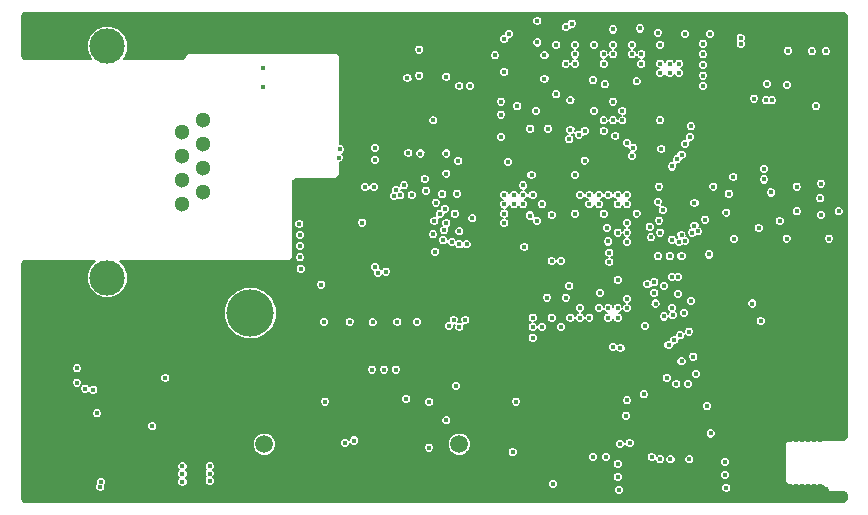
<source format=gbr>
G04 #@! TF.FileFunction,Copper,L2,Inr,Signal*
%FSLAX46Y46*%
G04 Gerber Fmt 4.6, Leading zero omitted, Abs format (unit mm)*
G04 Created by KiCad (PCBNEW 4.0.2-stable) date 2016-06-02 02:45:38*
%MOMM*%
G01*
G04 APERTURE LIST*
%ADD10C,0.100000*%
%ADD11C,1.300000*%
%ADD12C,3.000000*%
%ADD13C,1.500000*%
%ADD14C,0.400000*%
%ADD15C,1.250000*%
%ADD16C,1.550000*%
%ADD17C,4.000000*%
%ADD18C,0.300000*%
%ADD19C,0.150000*%
G04 APERTURE END LIST*
D10*
D11*
X138400000Y-96480000D03*
X140180000Y-95460000D03*
X138400000Y-94440000D03*
X140180000Y-93420000D03*
X138400000Y-92400000D03*
X140180000Y-91380000D03*
X138400000Y-90360000D03*
X140180000Y-89340000D03*
D12*
X132090000Y-102710000D03*
X132090000Y-83110000D03*
D13*
X161880000Y-116805000D03*
X145370000Y-116805000D03*
D14*
X134900000Y-116500000D03*
X134900000Y-117900000D03*
X134900000Y-117200000D03*
D15*
X128462540Y-109799100D03*
X128462540Y-114799100D03*
D16*
X125762540Y-108799100D03*
X125762540Y-115799100D03*
D17*
X144200000Y-105700000D03*
D14*
X183050000Y-100750000D03*
X185150000Y-99450000D03*
X174500000Y-99650000D03*
X187950000Y-86300000D03*
X186850000Y-87550000D03*
X187850000Y-87700000D03*
X188350000Y-87700000D03*
X187700000Y-93500000D03*
X187700000Y-94400000D03*
X188300000Y-95500000D03*
X180700000Y-100900000D03*
X179700000Y-100900000D03*
X178700000Y-100900000D03*
X170500000Y-101300000D03*
X169700000Y-101300000D03*
X177600000Y-106800000D03*
X136000000Y-110400000D03*
X136000000Y-109400000D03*
X132600000Y-109900000D03*
X164400000Y-84400000D03*
X169200000Y-81000000D03*
X179700000Y-82000000D03*
X182000000Y-82200000D03*
X184200000Y-82100000D03*
X184900000Y-116800000D03*
X185600000Y-116800000D03*
X184900000Y-113200000D03*
X188000000Y-120000000D03*
X188000000Y-119000000D03*
X188000000Y-118000000D03*
X188000000Y-117000000D03*
X188500000Y-116000000D03*
X187500000Y-116000000D03*
X186500000Y-117000000D03*
X186500000Y-118500000D03*
X186500000Y-120000000D03*
X185500000Y-111000000D03*
X187000000Y-111000000D03*
X188500000Y-111000000D03*
X190000000Y-111000000D03*
X191500000Y-111000000D03*
X193000000Y-111000000D03*
X193000000Y-110000000D03*
X192000000Y-110000000D03*
X191000000Y-110000000D03*
X190000000Y-110000000D03*
X189000000Y-110000000D03*
X188000000Y-110000000D03*
X187000000Y-110000000D03*
X186000000Y-110000000D03*
X185000000Y-110000000D03*
X184000000Y-110000000D03*
X184000000Y-111500000D03*
X184000000Y-112500000D03*
X185000000Y-112500000D03*
X186000000Y-112500000D03*
X188000000Y-112500000D03*
X189000000Y-112500000D03*
X190000000Y-112500000D03*
X191000000Y-112500000D03*
X192000000Y-112500000D03*
X192500000Y-113000000D03*
X193500000Y-113000000D03*
X194500000Y-113000000D03*
X194500000Y-112000000D03*
X194500000Y-111000000D03*
X194500000Y-110000000D03*
X194500000Y-109000000D03*
X194500000Y-108000000D03*
X194500000Y-107000000D03*
X194500000Y-106000000D03*
X194500000Y-105000000D03*
X194500000Y-104000000D03*
X194500000Y-103000000D03*
X194500000Y-102000000D03*
X194500000Y-101000000D03*
X194500000Y-100000000D03*
X194500000Y-99000000D03*
X194500000Y-98000000D03*
X194500000Y-96000000D03*
X194500000Y-95000000D03*
X194500000Y-94000000D03*
X194500000Y-93000000D03*
X194500000Y-92000000D03*
X194500000Y-91000000D03*
X194500000Y-90000000D03*
X194500000Y-89000000D03*
X194500000Y-88000000D03*
X194500000Y-87000000D03*
X194500000Y-86000000D03*
X194500000Y-85000000D03*
X194500000Y-84000000D03*
X194500000Y-83000000D03*
X194500000Y-82000000D03*
X194500000Y-81000000D03*
X194000000Y-80500000D03*
X193000000Y-80500000D03*
X192000000Y-80500000D03*
X191000000Y-80500000D03*
X190000000Y-80500000D03*
X189000000Y-80500000D03*
X188000000Y-80500000D03*
X187000000Y-80500000D03*
X186000000Y-80500000D03*
X185000000Y-80500000D03*
X184000000Y-80500000D03*
X183000000Y-80500000D03*
X182000000Y-80500000D03*
X181000000Y-80500000D03*
X180000000Y-80500000D03*
X179000000Y-80500000D03*
X178000000Y-80500000D03*
X177000000Y-80500000D03*
X176000000Y-80500000D03*
X175000000Y-80500000D03*
X174000000Y-80500000D03*
X173000000Y-80500000D03*
X172000000Y-80500000D03*
X171000000Y-80500000D03*
X170000000Y-80500000D03*
X169000000Y-80500000D03*
X168000000Y-80500000D03*
X167000000Y-80500000D03*
X166000000Y-80500000D03*
X165000000Y-80500000D03*
X164000000Y-80500000D03*
X163000000Y-80500000D03*
X162000000Y-80500000D03*
X161000000Y-80500000D03*
X160000000Y-80500000D03*
X159000000Y-80500000D03*
X158000000Y-80500000D03*
X157000000Y-80500000D03*
X156000000Y-80500000D03*
X151000000Y-80500000D03*
X150000000Y-80500000D03*
X149000000Y-80500000D03*
X148000000Y-80500000D03*
X147000000Y-80500000D03*
X146000000Y-80500000D03*
X145000000Y-80500000D03*
X144000000Y-80500000D03*
X143000000Y-80500000D03*
X142000000Y-80500000D03*
X141000000Y-80500000D03*
X140000000Y-80500000D03*
X139000000Y-80500000D03*
X138000000Y-80500000D03*
X130500000Y-84000000D03*
X129500000Y-84000000D03*
X128500000Y-84000000D03*
X127500000Y-84000000D03*
X126500000Y-84000000D03*
X125500000Y-84000000D03*
X125000000Y-83500000D03*
X125000000Y-82500000D03*
X125000000Y-81500000D03*
X125000000Y-80500000D03*
X126000000Y-80500000D03*
X127000000Y-80500000D03*
X128000000Y-80500000D03*
X129000000Y-80500000D03*
X130000000Y-80500000D03*
X131000000Y-80500000D03*
X132000000Y-80500000D03*
X133000000Y-80500000D03*
X134000000Y-80500000D03*
X135000000Y-80500000D03*
X136000000Y-80500000D03*
X137000000Y-80500000D03*
X147000000Y-101500000D03*
X146000000Y-101500000D03*
X145000000Y-101500000D03*
X144000000Y-101500000D03*
X143000000Y-101500000D03*
X142000000Y-101500000D03*
X141000000Y-101500000D03*
X140000000Y-101500000D03*
X139000000Y-101500000D03*
X138000000Y-101500000D03*
X134000000Y-101500000D03*
X135000000Y-101500000D03*
X136000000Y-101500000D03*
X137000000Y-101500000D03*
X130500000Y-101500000D03*
X129500000Y-101500000D03*
X128500000Y-101500000D03*
X127500000Y-101500000D03*
X126500000Y-101500000D03*
X125500000Y-101500000D03*
X125000000Y-102000000D03*
X125000000Y-103000000D03*
X125000000Y-104000000D03*
X125000000Y-105000000D03*
X125000000Y-106000000D03*
X125000000Y-107000000D03*
X125000000Y-108000000D03*
X125000000Y-110000000D03*
X125000000Y-111000000D03*
X125000000Y-112000000D03*
X125000000Y-113000000D03*
X125000000Y-114000000D03*
X125000000Y-115000000D03*
X125000000Y-116500000D03*
X125000000Y-117500000D03*
X125000000Y-118500000D03*
X125000000Y-119500000D03*
X125000000Y-120500000D03*
X125000000Y-121500000D03*
X126000000Y-121500000D03*
X127000000Y-121500000D03*
X128000000Y-121500000D03*
X129000000Y-121500000D03*
X130000000Y-121500000D03*
X143000000Y-121500000D03*
X144000000Y-121500000D03*
X145000000Y-121500000D03*
X146000000Y-121500000D03*
X147000000Y-121500000D03*
X148000000Y-121500000D03*
X149000000Y-121500000D03*
X150000000Y-121500000D03*
X151000000Y-121500000D03*
X152000000Y-121500000D03*
X153000000Y-121500000D03*
X154000000Y-121500000D03*
X155000000Y-121500000D03*
X156000000Y-121500000D03*
X157000000Y-121500000D03*
X158000000Y-121500000D03*
X159000000Y-121500000D03*
X160000000Y-121500000D03*
X161000000Y-121500000D03*
X162000000Y-121500000D03*
X163000000Y-121500000D03*
X164000000Y-121500000D03*
X165000000Y-121500000D03*
X166000000Y-121500000D03*
X167000000Y-121500000D03*
X168000000Y-121500000D03*
X169000000Y-121500000D03*
X170000000Y-121500000D03*
X171000000Y-121500000D03*
X172000000Y-121500000D03*
X173000000Y-121500000D03*
X174000000Y-121500000D03*
X175000000Y-121500000D03*
X176000000Y-121500000D03*
X177000000Y-121500000D03*
X178000000Y-121500000D03*
X179000000Y-121500000D03*
X183000000Y-121500000D03*
X184000000Y-121500000D03*
X185000000Y-121500000D03*
X186000000Y-121500000D03*
X187000000Y-121500000D03*
X188000000Y-121500000D03*
X189000000Y-121500000D03*
X190000000Y-121500000D03*
X191000000Y-121500000D03*
X192000000Y-121500000D03*
X185250000Y-87000000D03*
X171500000Y-119600000D03*
X192300000Y-91700000D03*
X165400000Y-119400000D03*
X129400000Y-113600000D03*
X131200000Y-110300000D03*
X174100000Y-112700000D03*
X161600000Y-111100000D03*
X150000000Y-110300000D03*
X147000000Y-110300000D03*
X158050000Y-117075000D03*
X156800000Y-117100000D03*
X155525000Y-117050000D03*
X154275000Y-117025000D03*
X152975000Y-117075000D03*
X151750000Y-117125000D03*
X150450000Y-117125000D03*
X149175000Y-117100000D03*
X147900000Y-117075000D03*
X166050000Y-110475000D03*
X170750000Y-112850000D03*
X172825000Y-110350000D03*
X163425000Y-87000000D03*
X162275000Y-87000000D03*
X183450000Y-110600000D03*
X140650000Y-115550000D03*
X140700000Y-114950000D03*
X140650000Y-114300000D03*
X138450000Y-115500000D03*
X138450000Y-114900000D03*
X138500000Y-114350000D03*
X191150000Y-97100000D03*
X191200000Y-95000000D03*
X186850000Y-84600000D03*
X188600000Y-84550000D03*
X188550000Y-85500000D03*
X186850000Y-85350000D03*
X192950000Y-85050000D03*
X191700000Y-85100000D03*
X190750000Y-85300000D03*
X189950000Y-85250000D03*
X193150000Y-94700000D03*
X193150000Y-96000000D03*
X159350000Y-106450000D03*
X157700000Y-106450000D03*
X155400000Y-106500000D03*
X153300000Y-106500000D03*
X151200000Y-106450000D03*
X161900000Y-91850000D03*
X178930451Y-115692783D03*
X180605451Y-115692783D03*
X180605451Y-114017783D03*
X178930451Y-114017783D03*
X155737500Y-99662500D03*
X157462500Y-99662500D03*
X157462500Y-97937500D03*
X155737500Y-97937500D03*
X180200000Y-110400000D03*
X177000000Y-112050000D03*
X168500000Y-104400000D03*
X167450000Y-103300000D03*
X150900000Y-103300000D03*
X150700000Y-101950000D03*
X150700000Y-101000000D03*
X150700000Y-100050000D03*
X150700000Y-99100000D03*
X150750000Y-98150000D03*
X160000000Y-105500000D03*
X159000000Y-105500000D03*
X151400000Y-100550000D03*
X152400000Y-103250000D03*
X157950000Y-105550000D03*
X160000000Y-83400000D03*
X159600000Y-87200000D03*
X154050000Y-82050000D03*
X154050000Y-80950000D03*
X154050000Y-81450000D03*
X137200000Y-104100000D03*
X137200000Y-102900000D03*
X137200000Y-103500000D03*
X137200000Y-83000000D03*
X137200000Y-82000000D03*
X137200000Y-82500000D03*
X189300000Y-95500000D03*
X189900000Y-94100000D03*
X189300000Y-92700000D03*
X166800000Y-82100000D03*
X165300000Y-86800000D03*
X185600000Y-96300000D03*
X173000000Y-81000000D03*
X184500000Y-96300000D03*
X165400000Y-89700000D03*
X165400000Y-91800000D03*
X188000000Y-90900000D03*
X189100000Y-91900000D03*
X185900000Y-93800000D03*
X181400000Y-110400000D03*
X185100000Y-120500000D03*
X185100000Y-119400000D03*
X185200000Y-118300000D03*
X176200000Y-120700000D03*
X176300000Y-119600000D03*
X176200000Y-118500000D03*
X178200000Y-110200000D03*
X178100000Y-120249998D03*
X183600000Y-120600000D03*
X194394717Y-116067951D03*
X192394717Y-116467951D03*
X191894717Y-116467951D03*
X191394717Y-116467951D03*
X190894717Y-116467951D03*
X190394717Y-116467951D03*
X189894717Y-116467951D03*
X189394717Y-116467951D03*
X189194717Y-116967951D03*
X189194717Y-117467951D03*
X189194717Y-117967951D03*
X189194717Y-118467951D03*
X189194717Y-118967951D03*
X189194717Y-119467951D03*
X189194717Y-119967951D03*
X189394717Y-120367951D03*
X189894717Y-120367951D03*
X190394717Y-120367951D03*
X190894717Y-120367951D03*
X191394717Y-120367951D03*
X191894717Y-120367951D03*
X192394717Y-120367951D03*
X192894717Y-120567951D03*
X192894717Y-121167951D03*
X193394717Y-121567951D03*
X194394717Y-121567951D03*
X174100000Y-107800000D03*
X176900000Y-106900000D03*
X193200000Y-97500000D03*
X191200000Y-97900000D03*
X190500000Y-99300000D03*
X191400000Y-104000000D03*
X185800000Y-106400000D03*
X185800000Y-101800000D03*
X178700000Y-102000000D03*
X179700000Y-102000000D03*
X180700000Y-102000000D03*
X166300000Y-85300000D03*
X167100000Y-83900000D03*
X166400000Y-82500000D03*
X184700000Y-82900000D03*
X184700000Y-83800000D03*
X184700000Y-84700000D03*
X184700000Y-85600000D03*
X184200000Y-87000000D03*
X171300000Y-101300000D03*
X171300000Y-100500000D03*
X170500000Y-100500000D03*
X169700000Y-100500000D03*
X169700000Y-99700000D03*
X170500000Y-99700000D03*
X171300000Y-99700000D03*
X168900000Y-97299800D03*
X168900000Y-95700000D03*
X170100000Y-84600000D03*
X170900000Y-83800000D03*
X172500000Y-83800000D03*
X173302040Y-84600000D03*
X175700000Y-83800000D03*
X176500000Y-84600000D03*
X177300000Y-82900000D03*
X180400000Y-83000000D03*
X179000000Y-90200000D03*
X175800000Y-87800000D03*
X169300000Y-88600000D03*
X171700000Y-88600000D03*
X174900000Y-88602840D03*
X174100000Y-88600000D03*
X192100000Y-88200000D03*
X169800000Y-120200000D03*
X174300000Y-117900000D03*
X173200000Y-117900000D03*
X170900000Y-104400000D03*
X161600000Y-111900000D03*
X154500000Y-110500000D03*
X155500000Y-110500000D03*
X156500000Y-110500000D03*
X159350000Y-113250000D03*
X159325000Y-117100000D03*
X131500000Y-120450000D03*
X131550000Y-120000000D03*
X138450000Y-120000000D03*
X138450000Y-119350000D03*
X138450000Y-118700000D03*
X140750000Y-119900000D03*
X140750000Y-118700000D03*
X140750000Y-119300000D03*
X190450000Y-97100000D03*
X190450000Y-95000000D03*
X189650000Y-86400000D03*
X192950000Y-83550000D03*
X191750000Y-83550000D03*
X189700000Y-83500000D03*
X192500000Y-94750000D03*
X192450000Y-96000000D03*
X158300000Y-106450000D03*
X156650000Y-106450000D03*
X154550000Y-106500000D03*
X152600000Y-106450000D03*
X150450000Y-106450000D03*
X163000000Y-97700000D03*
X179950000Y-105900000D03*
X158950000Y-94350000D03*
X153675010Y-98050000D03*
X159650000Y-99050000D03*
X154750000Y-101800000D03*
X169300000Y-104400000D03*
X167400000Y-100100000D03*
X150200000Y-103300000D03*
X148450000Y-101950000D03*
X148400000Y-101000000D03*
X148400000Y-100050000D03*
X148400000Y-99100000D03*
X148350000Y-98150000D03*
X158500000Y-83400000D03*
X157575000Y-92175000D03*
X158600000Y-92200000D03*
X160800000Y-92200000D03*
X159700000Y-89400000D03*
X160800000Y-85700000D03*
X158500000Y-85600000D03*
X157500000Y-85800000D03*
X184500000Y-120500000D03*
X184400000Y-119400000D03*
X184400000Y-118300000D03*
X175400000Y-120700000D03*
X175300000Y-119600000D03*
X175300000Y-118500000D03*
X182867951Y-113605283D03*
X181267951Y-111705283D03*
X180267951Y-111705283D03*
X178167951Y-117905283D03*
X179767951Y-118105283D03*
X181367951Y-118105283D03*
X183167951Y-115905283D03*
X192500000Y-97400000D03*
X189000000Y-97900000D03*
X189600000Y-99400000D03*
X193200000Y-99400000D03*
X186700000Y-104900000D03*
X187400000Y-106400000D03*
X174600000Y-101400000D03*
X174600000Y-100600000D03*
X167300000Y-94900000D03*
X168900000Y-96500000D03*
X168100000Y-95700000D03*
X168500000Y-81000000D03*
X166100000Y-82100000D03*
X178700000Y-82000000D03*
X181000000Y-82100000D03*
X183100000Y-82100000D03*
X165400000Y-87800000D03*
X184700000Y-95600000D03*
X171400000Y-81200000D03*
X184500000Y-97200000D03*
X165400000Y-88900000D03*
X165400000Y-90800000D03*
X185100000Y-94200000D03*
X185700000Y-82400000D03*
X185700000Y-82900000D03*
X165700000Y-85300000D03*
X164900000Y-83900000D03*
X165700000Y-82500000D03*
X182500000Y-82900000D03*
X182500000Y-83800000D03*
X182500000Y-84700000D03*
X182500000Y-85600000D03*
X182500000Y-86500000D03*
X181500000Y-89900000D03*
X175700000Y-89400000D03*
X171700000Y-84600000D03*
X171700000Y-83000000D03*
X170100000Y-83000000D03*
X174195312Y-86348252D03*
X173300000Y-83000000D03*
X174900000Y-83000000D03*
X176500000Y-83000000D03*
X178900000Y-83000000D03*
X171300000Y-87700000D03*
X169400000Y-90100000D03*
X171300000Y-90200000D03*
X172500000Y-90300000D03*
X174900000Y-87800000D03*
X174100000Y-89400000D03*
X171700000Y-97300000D03*
X174400000Y-98500000D03*
X174100000Y-97300000D03*
X187228193Y-98503193D03*
X172908129Y-106087691D03*
X165990172Y-92934828D03*
X168000000Y-94000000D03*
X166400000Y-117500000D03*
X176100000Y-113100000D03*
X168100000Y-106900000D03*
X166700000Y-113200000D03*
X168100000Y-106100000D03*
X177500000Y-112600000D03*
X168900000Y-106900000D03*
X176000000Y-114400000D03*
X169700000Y-106100000D03*
X170500000Y-106900000D03*
X181924999Y-110874999D03*
X137000000Y-111200000D03*
X135900000Y-115300000D03*
X150500000Y-113200000D03*
X171200000Y-103400000D03*
X173800000Y-104000000D03*
X179450000Y-111200000D03*
X129500000Y-110400000D03*
X131200000Y-114200000D03*
X173300000Y-88600000D03*
X171700000Y-94000000D03*
X172497660Y-92802340D03*
X173200000Y-86000000D03*
X172000000Y-90600000D03*
X170900000Y-84600000D03*
X176900000Y-86100000D03*
X176500000Y-92400000D03*
X168400000Y-88600000D03*
X166800000Y-88200000D03*
X171700000Y-83800000D03*
X171200000Y-91000000D03*
X174100000Y-83800000D03*
X175100000Y-90700000D03*
X174900000Y-83800000D03*
X176100000Y-91300000D03*
X176600000Y-91700000D03*
X175700000Y-88600000D03*
X183400000Y-95000000D03*
X178800000Y-95000000D03*
X178900000Y-89400000D03*
X169700000Y-97400000D03*
X170900000Y-81500000D03*
X168500000Y-82800000D03*
X177300000Y-84600000D03*
X172100000Y-95700000D03*
X174900000Y-81700000D03*
X177299900Y-83800000D03*
X172900000Y-95700000D03*
X169100000Y-83900000D03*
X173700000Y-95700000D03*
X170100000Y-87200000D03*
X174500000Y-95700000D03*
X174100000Y-90300000D03*
X175300000Y-95700000D03*
X167900000Y-90100000D03*
X176100000Y-95700000D03*
X178700000Y-96300000D03*
X181800000Y-96400000D03*
X181400000Y-90800000D03*
X180500000Y-85400000D03*
X169100000Y-85900000D03*
X173700000Y-96500000D03*
X175300000Y-96500000D03*
X174100000Y-84600000D03*
X176100000Y-96500000D03*
X174900000Y-89400000D03*
X176900000Y-97291671D03*
X179000000Y-91800000D03*
X178800000Y-97874980D03*
X181800000Y-98300000D03*
X179100000Y-97000000D03*
X182700000Y-97800000D03*
X182100000Y-98800000D03*
X176100000Y-98100000D03*
X178900000Y-98900000D03*
X180700000Y-99100000D03*
X180700000Y-92300000D03*
X179700000Y-85400000D03*
X178000000Y-98400000D03*
X181600000Y-98900000D03*
X181000000Y-91400000D03*
X179700000Y-84600000D03*
X180500000Y-84600000D03*
X175300000Y-98900300D03*
X181000000Y-99600000D03*
X176100000Y-98900000D03*
X178100000Y-99300000D03*
X179900000Y-99500000D03*
X179900000Y-93300000D03*
X178900000Y-85400000D03*
X180500000Y-99700000D03*
X180300000Y-92700000D03*
X178900000Y-84600000D03*
X176100000Y-99700000D03*
X179900000Y-105300000D03*
X179891165Y-102644177D03*
X178400000Y-103100000D03*
X175300000Y-102900000D03*
X180900000Y-105700000D03*
X177812388Y-103275010D03*
X180400000Y-104100000D03*
X180400000Y-102650002D03*
X181500000Y-104700000D03*
X176100000Y-104500000D03*
X178400000Y-104000000D03*
X178500000Y-104900000D03*
X181700000Y-109400000D03*
X173700000Y-105300000D03*
X181324999Y-107275001D03*
X174500000Y-105300000D03*
X180100000Y-108000000D03*
X175300000Y-105300000D03*
X180600000Y-107600000D03*
X176100000Y-105300000D03*
X180700000Y-109800000D03*
X174500000Y-106100000D03*
X179600000Y-108400000D03*
X175300000Y-106100000D03*
X179200000Y-106000000D03*
X179200000Y-103400013D03*
X177184828Y-81615172D03*
X176500000Y-83800000D03*
X172900000Y-96500000D03*
X145300000Y-86600000D03*
X145300000Y-85000000D03*
X154750000Y-92750000D03*
X151700000Y-92550000D03*
X154750000Y-91750000D03*
X151800000Y-91850000D03*
X162500000Y-99900000D03*
X165700000Y-96500000D03*
X161850000Y-99900000D03*
X166500000Y-96500000D03*
X159850000Y-100550000D03*
X160800000Y-93900000D03*
X167850000Y-97450000D03*
X161250000Y-99700000D03*
X160500000Y-99550000D03*
X165700000Y-97300000D03*
X160450000Y-95650000D03*
X160600000Y-98700000D03*
X160800000Y-98100000D03*
X165700000Y-98100000D03*
X159050000Y-95350000D03*
X165700000Y-95700000D03*
X157850000Y-95700000D03*
X167300000Y-95700000D03*
X161800000Y-92850000D03*
X157200000Y-94900000D03*
X167300000Y-96500000D03*
X160650000Y-96900000D03*
X156900000Y-95750000D03*
X160250000Y-97300000D03*
X156385183Y-95795161D03*
X159900000Y-96350000D03*
X156550000Y-95300000D03*
X154650000Y-95050000D03*
X166500000Y-95700000D03*
X168450000Y-97900000D03*
X153900000Y-95050000D03*
X152200000Y-116700000D03*
X172100000Y-106100000D03*
X153000000Y-116500000D03*
X172100000Y-105300000D03*
X157400000Y-113000000D03*
X171300000Y-106100000D03*
X161900000Y-86500000D03*
X155700000Y-102200000D03*
X162800000Y-86500000D03*
X155000000Y-102300000D03*
X161500000Y-97300000D03*
X161900000Y-98799989D03*
X159782327Y-97917673D03*
X161700000Y-95600000D03*
X130900000Y-112200000D03*
X129500000Y-111600000D03*
X175534828Y-108665172D03*
X130200000Y-112100000D03*
X174900000Y-108600000D03*
X168100000Y-107800000D03*
X194000000Y-97100000D03*
X160800000Y-114800000D03*
X161000000Y-106800000D03*
X175500000Y-116800000D03*
X161400000Y-106300000D03*
X176300000Y-116700000D03*
X161900000Y-106900000D03*
X178900000Y-118100000D03*
X162400000Y-106300000D03*
D18*
X150750000Y-98150000D02*
X150750000Y-100000000D01*
X150750000Y-100000000D02*
X150700000Y-100050000D01*
X150700000Y-99100000D02*
X150700000Y-99850000D01*
X150700000Y-99850000D02*
X151400000Y-100550000D01*
X150700000Y-100050000D02*
X150900000Y-100050000D01*
X150900000Y-100050000D02*
X151400000Y-100550000D01*
X150700000Y-101000000D02*
X150950000Y-101000000D01*
X150950000Y-101000000D02*
X151400000Y-100550000D01*
D19*
G36*
X194675000Y-80531066D02*
X194675000Y-116218934D01*
X194468934Y-116425000D01*
X189750000Y-116425000D01*
X189720821Y-116430909D01*
X189696967Y-116446967D01*
X189446967Y-116696967D01*
X189430512Y-116721778D01*
X189425000Y-116750000D01*
X189425000Y-120000000D01*
X189430909Y-120029179D01*
X189446967Y-120053033D01*
X189696967Y-120303033D01*
X189721778Y-120319488D01*
X189750000Y-120325000D01*
X192718934Y-120325000D01*
X193196967Y-120803033D01*
X193221778Y-120819488D01*
X193250000Y-120825000D01*
X194468934Y-120825000D01*
X194675000Y-121031066D01*
X194675000Y-121468934D01*
X194468934Y-121675000D01*
X125031066Y-121675000D01*
X124825000Y-121468934D01*
X124825000Y-120534167D01*
X131074927Y-120534167D01*
X131139493Y-120690429D01*
X131258943Y-120810087D01*
X131415091Y-120874926D01*
X131584167Y-120875073D01*
X131740429Y-120810507D01*
X131766814Y-120784167D01*
X174974927Y-120784167D01*
X175039493Y-120940429D01*
X175158943Y-121060087D01*
X175315091Y-121124926D01*
X175484167Y-121125073D01*
X175640429Y-121060507D01*
X175760087Y-120941057D01*
X175824926Y-120784909D01*
X175825073Y-120615833D01*
X175811989Y-120584167D01*
X184074927Y-120584167D01*
X184139493Y-120740429D01*
X184258943Y-120860087D01*
X184415091Y-120924926D01*
X184584167Y-120925073D01*
X184740429Y-120860507D01*
X184860087Y-120741057D01*
X184924926Y-120584909D01*
X184925073Y-120415833D01*
X184860507Y-120259571D01*
X184741057Y-120139913D01*
X184584909Y-120075074D01*
X184415833Y-120074927D01*
X184259571Y-120139493D01*
X184139913Y-120258943D01*
X184075074Y-120415091D01*
X184074927Y-120584167D01*
X175811989Y-120584167D01*
X175760507Y-120459571D01*
X175641057Y-120339913D01*
X175484909Y-120275074D01*
X175315833Y-120274927D01*
X175159571Y-120339493D01*
X175039913Y-120458943D01*
X174975074Y-120615091D01*
X174974927Y-120784167D01*
X131766814Y-120784167D01*
X131860087Y-120691057D01*
X131924926Y-120534909D01*
X131925073Y-120365833D01*
X131884196Y-120266903D01*
X131910087Y-120241057D01*
X131974926Y-120084909D01*
X131975073Y-119915833D01*
X131910507Y-119759571D01*
X131791057Y-119639913D01*
X131634909Y-119575074D01*
X131465833Y-119574927D01*
X131309571Y-119639493D01*
X131189913Y-119758943D01*
X131125074Y-119915091D01*
X131124927Y-120084167D01*
X131165804Y-120183097D01*
X131139913Y-120208943D01*
X131075074Y-120365091D01*
X131074927Y-120534167D01*
X124825000Y-120534167D01*
X124825000Y-118784167D01*
X138024927Y-118784167D01*
X138089493Y-118940429D01*
X138173960Y-119025043D01*
X138089913Y-119108943D01*
X138025074Y-119265091D01*
X138024927Y-119434167D01*
X138089493Y-119590429D01*
X138173960Y-119675043D01*
X138089913Y-119758943D01*
X138025074Y-119915091D01*
X138024927Y-120084167D01*
X138089493Y-120240429D01*
X138208943Y-120360087D01*
X138365091Y-120424926D01*
X138534167Y-120425073D01*
X138690429Y-120360507D01*
X138810087Y-120241057D01*
X138874926Y-120084909D01*
X138875073Y-119915833D01*
X138810507Y-119759571D01*
X138726040Y-119674957D01*
X138810087Y-119591057D01*
X138874926Y-119434909D01*
X138875073Y-119265833D01*
X138810507Y-119109571D01*
X138726040Y-119024957D01*
X138810087Y-118941057D01*
X138874926Y-118784909D01*
X138874926Y-118784167D01*
X140324927Y-118784167D01*
X140389493Y-118940429D01*
X140448960Y-118999999D01*
X140389913Y-119058943D01*
X140325074Y-119215091D01*
X140324927Y-119384167D01*
X140389493Y-119540429D01*
X140448960Y-119599999D01*
X140389913Y-119658943D01*
X140325074Y-119815091D01*
X140324927Y-119984167D01*
X140389493Y-120140429D01*
X140508943Y-120260087D01*
X140665091Y-120324926D01*
X140834167Y-120325073D01*
X140933167Y-120284167D01*
X169374927Y-120284167D01*
X169439493Y-120440429D01*
X169558943Y-120560087D01*
X169715091Y-120624926D01*
X169884167Y-120625073D01*
X170040429Y-120560507D01*
X170160087Y-120441057D01*
X170224926Y-120284909D01*
X170225073Y-120115833D01*
X170160507Y-119959571D01*
X170041057Y-119839913D01*
X169884909Y-119775074D01*
X169715833Y-119774927D01*
X169559571Y-119839493D01*
X169439913Y-119958943D01*
X169375074Y-120115091D01*
X169374927Y-120284167D01*
X140933167Y-120284167D01*
X140990429Y-120260507D01*
X141110087Y-120141057D01*
X141174926Y-119984909D01*
X141175073Y-119815833D01*
X141120670Y-119684167D01*
X174874927Y-119684167D01*
X174939493Y-119840429D01*
X175058943Y-119960087D01*
X175215091Y-120024926D01*
X175384167Y-120025073D01*
X175540429Y-119960507D01*
X175660087Y-119841057D01*
X175724926Y-119684909D01*
X175725073Y-119515833D01*
X175711989Y-119484167D01*
X183974927Y-119484167D01*
X184039493Y-119640429D01*
X184158943Y-119760087D01*
X184315091Y-119824926D01*
X184484167Y-119825073D01*
X184640429Y-119760507D01*
X184760087Y-119641057D01*
X184824926Y-119484909D01*
X184825073Y-119315833D01*
X184760507Y-119159571D01*
X184641057Y-119039913D01*
X184484909Y-118975074D01*
X184315833Y-118974927D01*
X184159571Y-119039493D01*
X184039913Y-119158943D01*
X183975074Y-119315091D01*
X183974927Y-119484167D01*
X175711989Y-119484167D01*
X175660507Y-119359571D01*
X175541057Y-119239913D01*
X175384909Y-119175074D01*
X175215833Y-119174927D01*
X175059571Y-119239493D01*
X174939913Y-119358943D01*
X174875074Y-119515091D01*
X174874927Y-119684167D01*
X141120670Y-119684167D01*
X141110507Y-119659571D01*
X141051040Y-119600001D01*
X141110087Y-119541057D01*
X141174926Y-119384909D01*
X141175073Y-119215833D01*
X141110507Y-119059571D01*
X141051040Y-119000001D01*
X141110087Y-118941057D01*
X141174926Y-118784909D01*
X141175073Y-118615833D01*
X141161989Y-118584167D01*
X174874927Y-118584167D01*
X174939493Y-118740429D01*
X175058943Y-118860087D01*
X175215091Y-118924926D01*
X175384167Y-118925073D01*
X175540429Y-118860507D01*
X175660087Y-118741057D01*
X175724926Y-118584909D01*
X175725073Y-118415833D01*
X175660507Y-118259571D01*
X175541057Y-118139913D01*
X175384909Y-118075074D01*
X175215833Y-118074927D01*
X175059571Y-118139493D01*
X174939913Y-118258943D01*
X174875074Y-118415091D01*
X174874927Y-118584167D01*
X141161989Y-118584167D01*
X141110507Y-118459571D01*
X140991057Y-118339913D01*
X140834909Y-118275074D01*
X140665833Y-118274927D01*
X140509571Y-118339493D01*
X140389913Y-118458943D01*
X140325074Y-118615091D01*
X140324927Y-118784167D01*
X138874926Y-118784167D01*
X138875073Y-118615833D01*
X138810507Y-118459571D01*
X138691057Y-118339913D01*
X138534909Y-118275074D01*
X138365833Y-118274927D01*
X138209571Y-118339493D01*
X138089913Y-118458943D01*
X138025074Y-118615091D01*
X138024927Y-118784167D01*
X124825000Y-118784167D01*
X124825000Y-117984167D01*
X172774927Y-117984167D01*
X172839493Y-118140429D01*
X172958943Y-118260087D01*
X173115091Y-118324926D01*
X173284167Y-118325073D01*
X173440429Y-118260507D01*
X173560087Y-118141057D01*
X173624926Y-117984909D01*
X173624926Y-117984167D01*
X173874927Y-117984167D01*
X173939493Y-118140429D01*
X174058943Y-118260087D01*
X174215091Y-118324926D01*
X174384167Y-118325073D01*
X174540429Y-118260507D01*
X174660087Y-118141057D01*
X174723040Y-117989450D01*
X177742878Y-117989450D01*
X177807444Y-118145712D01*
X177926894Y-118265370D01*
X178083042Y-118330209D01*
X178252118Y-118330356D01*
X178408380Y-118265790D01*
X178479371Y-118194922D01*
X178539493Y-118340429D01*
X178658943Y-118460087D01*
X178815091Y-118524926D01*
X178984167Y-118525073D01*
X179140429Y-118460507D01*
X179260087Y-118341057D01*
X179323040Y-118189450D01*
X179342878Y-118189450D01*
X179407444Y-118345712D01*
X179526894Y-118465370D01*
X179683042Y-118530209D01*
X179852118Y-118530356D01*
X180008380Y-118465790D01*
X180128038Y-118346340D01*
X180192877Y-118190192D01*
X180192877Y-118189450D01*
X180942878Y-118189450D01*
X181007444Y-118345712D01*
X181126894Y-118465370D01*
X181283042Y-118530209D01*
X181452118Y-118530356D01*
X181608380Y-118465790D01*
X181690145Y-118384167D01*
X183974927Y-118384167D01*
X184039493Y-118540429D01*
X184158943Y-118660087D01*
X184315091Y-118724926D01*
X184484167Y-118725073D01*
X184640429Y-118660507D01*
X184760087Y-118541057D01*
X184824926Y-118384909D01*
X184825073Y-118215833D01*
X184760507Y-118059571D01*
X184641057Y-117939913D01*
X184484909Y-117875074D01*
X184315833Y-117874927D01*
X184159571Y-117939493D01*
X184039913Y-118058943D01*
X183975074Y-118215091D01*
X183974927Y-118384167D01*
X181690145Y-118384167D01*
X181728038Y-118346340D01*
X181792877Y-118190192D01*
X181793024Y-118021116D01*
X181728458Y-117864854D01*
X181609008Y-117745196D01*
X181452860Y-117680357D01*
X181283784Y-117680210D01*
X181127522Y-117744776D01*
X181007864Y-117864226D01*
X180943025Y-118020374D01*
X180942878Y-118189450D01*
X180192877Y-118189450D01*
X180193024Y-118021116D01*
X180128458Y-117864854D01*
X180009008Y-117745196D01*
X179852860Y-117680357D01*
X179683784Y-117680210D01*
X179527522Y-117744776D01*
X179407864Y-117864226D01*
X179343025Y-118020374D01*
X179342878Y-118189450D01*
X179323040Y-118189450D01*
X179324926Y-118184909D01*
X179325073Y-118015833D01*
X179260507Y-117859571D01*
X179141057Y-117739913D01*
X178984909Y-117675074D01*
X178815833Y-117674927D01*
X178659571Y-117739493D01*
X178588580Y-117810361D01*
X178528458Y-117664854D01*
X178409008Y-117545196D01*
X178252860Y-117480357D01*
X178083784Y-117480210D01*
X177927522Y-117544776D01*
X177807864Y-117664226D01*
X177743025Y-117820374D01*
X177742878Y-117989450D01*
X174723040Y-117989450D01*
X174724926Y-117984909D01*
X174725073Y-117815833D01*
X174660507Y-117659571D01*
X174541057Y-117539913D01*
X174384909Y-117475074D01*
X174215833Y-117474927D01*
X174059571Y-117539493D01*
X173939913Y-117658943D01*
X173875074Y-117815091D01*
X173874927Y-117984167D01*
X173624926Y-117984167D01*
X173625073Y-117815833D01*
X173560507Y-117659571D01*
X173441057Y-117539913D01*
X173284909Y-117475074D01*
X173115833Y-117474927D01*
X172959571Y-117539493D01*
X172839913Y-117658943D01*
X172775074Y-117815091D01*
X172774927Y-117984167D01*
X124825000Y-117984167D01*
X124825000Y-116998089D01*
X144394831Y-116998089D01*
X144542954Y-117356571D01*
X144816986Y-117631082D01*
X145175210Y-117779830D01*
X145563089Y-117780169D01*
X145921571Y-117632046D01*
X146196082Y-117358014D01*
X146268269Y-117184167D01*
X158899927Y-117184167D01*
X158964493Y-117340429D01*
X159083943Y-117460087D01*
X159240091Y-117524926D01*
X159409167Y-117525073D01*
X159565429Y-117460507D01*
X159685087Y-117341057D01*
X159749926Y-117184909D01*
X159750073Y-117015833D01*
X159742742Y-116998089D01*
X160904831Y-116998089D01*
X161052954Y-117356571D01*
X161326986Y-117631082D01*
X161685210Y-117779830D01*
X162073089Y-117780169D01*
X162431571Y-117632046D01*
X162479533Y-117584167D01*
X165974927Y-117584167D01*
X166039493Y-117740429D01*
X166158943Y-117860087D01*
X166315091Y-117924926D01*
X166484167Y-117925073D01*
X166640429Y-117860507D01*
X166760087Y-117741057D01*
X166824926Y-117584909D01*
X166825073Y-117415833D01*
X166760507Y-117259571D01*
X166641057Y-117139913D01*
X166484909Y-117075074D01*
X166315833Y-117074927D01*
X166159571Y-117139493D01*
X166039913Y-117258943D01*
X165975074Y-117415091D01*
X165974927Y-117584167D01*
X162479533Y-117584167D01*
X162706082Y-117358014D01*
X162854830Y-116999790D01*
X162854931Y-116884167D01*
X175074927Y-116884167D01*
X175139493Y-117040429D01*
X175258943Y-117160087D01*
X175415091Y-117224926D01*
X175584167Y-117225073D01*
X175740429Y-117160507D01*
X175860087Y-117041057D01*
X175920729Y-116895016D01*
X175939493Y-116940429D01*
X176058943Y-117060087D01*
X176215091Y-117124926D01*
X176384167Y-117125073D01*
X176540429Y-117060507D01*
X176660087Y-116941057D01*
X176724926Y-116784909D01*
X176725073Y-116615833D01*
X176660507Y-116459571D01*
X176541057Y-116339913D01*
X176384909Y-116275074D01*
X176215833Y-116274927D01*
X176059571Y-116339493D01*
X175939913Y-116458943D01*
X175879271Y-116604984D01*
X175860507Y-116559571D01*
X175741057Y-116439913D01*
X175584909Y-116375074D01*
X175415833Y-116374927D01*
X175259571Y-116439493D01*
X175139913Y-116558943D01*
X175075074Y-116715091D01*
X175074927Y-116884167D01*
X162854931Y-116884167D01*
X162855169Y-116611911D01*
X162707046Y-116253429D01*
X162443528Y-115989450D01*
X182742878Y-115989450D01*
X182807444Y-116145712D01*
X182926894Y-116265370D01*
X183083042Y-116330209D01*
X183252118Y-116330356D01*
X183408380Y-116265790D01*
X183528038Y-116146340D01*
X183592877Y-115990192D01*
X183593024Y-115821116D01*
X183528458Y-115664854D01*
X183409008Y-115545196D01*
X183252860Y-115480357D01*
X183083784Y-115480210D01*
X182927522Y-115544776D01*
X182807864Y-115664226D01*
X182743025Y-115820374D01*
X182742878Y-115989450D01*
X162443528Y-115989450D01*
X162433014Y-115978918D01*
X162074790Y-115830170D01*
X161686911Y-115829831D01*
X161328429Y-115977954D01*
X161053918Y-116251986D01*
X160905170Y-116610210D01*
X160904831Y-116998089D01*
X159742742Y-116998089D01*
X159685507Y-116859571D01*
X159566057Y-116739913D01*
X159409909Y-116675074D01*
X159240833Y-116674927D01*
X159084571Y-116739493D01*
X158964913Y-116858943D01*
X158900074Y-117015091D01*
X158899927Y-117184167D01*
X146268269Y-117184167D01*
X146344830Y-116999790D01*
X146345018Y-116784167D01*
X151774927Y-116784167D01*
X151839493Y-116940429D01*
X151958943Y-117060087D01*
X152115091Y-117124926D01*
X152284167Y-117125073D01*
X152440429Y-117060507D01*
X152560087Y-116941057D01*
X152624926Y-116784909D01*
X152624995Y-116705342D01*
X152639493Y-116740429D01*
X152758943Y-116860087D01*
X152915091Y-116924926D01*
X153084167Y-116925073D01*
X153240429Y-116860507D01*
X153360087Y-116741057D01*
X153424926Y-116584909D01*
X153425073Y-116415833D01*
X153360507Y-116259571D01*
X153241057Y-116139913D01*
X153084909Y-116075074D01*
X152915833Y-116074927D01*
X152759571Y-116139493D01*
X152639913Y-116258943D01*
X152575074Y-116415091D01*
X152575005Y-116494658D01*
X152560507Y-116459571D01*
X152441057Y-116339913D01*
X152284909Y-116275074D01*
X152115833Y-116274927D01*
X151959571Y-116339493D01*
X151839913Y-116458943D01*
X151775074Y-116615091D01*
X151774927Y-116784167D01*
X146345018Y-116784167D01*
X146345169Y-116611911D01*
X146197046Y-116253429D01*
X145923014Y-115978918D01*
X145564790Y-115830170D01*
X145176911Y-115829831D01*
X144818429Y-115977954D01*
X144543918Y-116251986D01*
X144395170Y-116610210D01*
X144394831Y-116998089D01*
X124825000Y-116998089D01*
X124825000Y-115384167D01*
X135474927Y-115384167D01*
X135539493Y-115540429D01*
X135658943Y-115660087D01*
X135815091Y-115724926D01*
X135984167Y-115725073D01*
X136140429Y-115660507D01*
X136260087Y-115541057D01*
X136324926Y-115384909D01*
X136325073Y-115215833D01*
X136260507Y-115059571D01*
X136141057Y-114939913D01*
X136006808Y-114884167D01*
X160374927Y-114884167D01*
X160439493Y-115040429D01*
X160558943Y-115160087D01*
X160715091Y-115224926D01*
X160884167Y-115225073D01*
X161040429Y-115160507D01*
X161160087Y-115041057D01*
X161224926Y-114884909D01*
X161225073Y-114715833D01*
X161160507Y-114559571D01*
X161085235Y-114484167D01*
X175574927Y-114484167D01*
X175639493Y-114640429D01*
X175758943Y-114760087D01*
X175915091Y-114824926D01*
X176084167Y-114825073D01*
X176240429Y-114760507D01*
X176360087Y-114641057D01*
X176424926Y-114484909D01*
X176425073Y-114315833D01*
X176360507Y-114159571D01*
X176241057Y-114039913D01*
X176084909Y-113975074D01*
X175915833Y-113974927D01*
X175759571Y-114039493D01*
X175639913Y-114158943D01*
X175575074Y-114315091D01*
X175574927Y-114484167D01*
X161085235Y-114484167D01*
X161041057Y-114439913D01*
X160884909Y-114375074D01*
X160715833Y-114374927D01*
X160559571Y-114439493D01*
X160439913Y-114558943D01*
X160375074Y-114715091D01*
X160374927Y-114884167D01*
X136006808Y-114884167D01*
X135984909Y-114875074D01*
X135815833Y-114874927D01*
X135659571Y-114939493D01*
X135539913Y-115058943D01*
X135475074Y-115215091D01*
X135474927Y-115384167D01*
X124825000Y-115384167D01*
X124825000Y-114284167D01*
X130774927Y-114284167D01*
X130839493Y-114440429D01*
X130958943Y-114560087D01*
X131115091Y-114624926D01*
X131284167Y-114625073D01*
X131440429Y-114560507D01*
X131560087Y-114441057D01*
X131624926Y-114284909D01*
X131625073Y-114115833D01*
X131560507Y-113959571D01*
X131441057Y-113839913D01*
X131284909Y-113775074D01*
X131115833Y-113774927D01*
X130959571Y-113839493D01*
X130839913Y-113958943D01*
X130775074Y-114115091D01*
X130774927Y-114284167D01*
X124825000Y-114284167D01*
X124825000Y-113689450D01*
X182442878Y-113689450D01*
X182507444Y-113845712D01*
X182626894Y-113965370D01*
X182783042Y-114030209D01*
X182952118Y-114030356D01*
X183108380Y-113965790D01*
X183228038Y-113846340D01*
X183292877Y-113690192D01*
X183293024Y-113521116D01*
X183228458Y-113364854D01*
X183109008Y-113245196D01*
X182952860Y-113180357D01*
X182783784Y-113180210D01*
X182627522Y-113244776D01*
X182507864Y-113364226D01*
X182443025Y-113520374D01*
X182442878Y-113689450D01*
X124825000Y-113689450D01*
X124825000Y-113284167D01*
X150074927Y-113284167D01*
X150139493Y-113440429D01*
X150258943Y-113560087D01*
X150415091Y-113624926D01*
X150584167Y-113625073D01*
X150740429Y-113560507D01*
X150860087Y-113441057D01*
X150924926Y-113284909D01*
X150925073Y-113115833D01*
X150911989Y-113084167D01*
X156974927Y-113084167D01*
X157039493Y-113240429D01*
X157158943Y-113360087D01*
X157315091Y-113424926D01*
X157484167Y-113425073D01*
X157640429Y-113360507D01*
X157666814Y-113334167D01*
X158924927Y-113334167D01*
X158989493Y-113490429D01*
X159108943Y-113610087D01*
X159265091Y-113674926D01*
X159434167Y-113675073D01*
X159590429Y-113610507D01*
X159710087Y-113491057D01*
X159774926Y-113334909D01*
X159774970Y-113284167D01*
X166274927Y-113284167D01*
X166339493Y-113440429D01*
X166458943Y-113560087D01*
X166615091Y-113624926D01*
X166784167Y-113625073D01*
X166940429Y-113560507D01*
X167060087Y-113441057D01*
X167124926Y-113284909D01*
X167125013Y-113184167D01*
X175674927Y-113184167D01*
X175739493Y-113340429D01*
X175858943Y-113460087D01*
X176015091Y-113524926D01*
X176184167Y-113525073D01*
X176340429Y-113460507D01*
X176460087Y-113341057D01*
X176524926Y-113184909D01*
X176525073Y-113015833D01*
X176460507Y-112859571D01*
X176341057Y-112739913D01*
X176206808Y-112684167D01*
X177074927Y-112684167D01*
X177139493Y-112840429D01*
X177258943Y-112960087D01*
X177415091Y-113024926D01*
X177584167Y-113025073D01*
X177740429Y-112960507D01*
X177860087Y-112841057D01*
X177924926Y-112684909D01*
X177925073Y-112515833D01*
X177860507Y-112359571D01*
X177741057Y-112239913D01*
X177584909Y-112175074D01*
X177415833Y-112174927D01*
X177259571Y-112239493D01*
X177139913Y-112358943D01*
X177075074Y-112515091D01*
X177074927Y-112684167D01*
X176206808Y-112684167D01*
X176184909Y-112675074D01*
X176015833Y-112674927D01*
X175859571Y-112739493D01*
X175739913Y-112858943D01*
X175675074Y-113015091D01*
X175674927Y-113184167D01*
X167125013Y-113184167D01*
X167125073Y-113115833D01*
X167060507Y-112959571D01*
X166941057Y-112839913D01*
X166784909Y-112775074D01*
X166615833Y-112774927D01*
X166459571Y-112839493D01*
X166339913Y-112958943D01*
X166275074Y-113115091D01*
X166274927Y-113284167D01*
X159774970Y-113284167D01*
X159775073Y-113165833D01*
X159710507Y-113009571D01*
X159591057Y-112889913D01*
X159434909Y-112825074D01*
X159265833Y-112824927D01*
X159109571Y-112889493D01*
X158989913Y-113008943D01*
X158925074Y-113165091D01*
X158924927Y-113334167D01*
X157666814Y-113334167D01*
X157760087Y-113241057D01*
X157824926Y-113084909D01*
X157825073Y-112915833D01*
X157760507Y-112759571D01*
X157641057Y-112639913D01*
X157484909Y-112575074D01*
X157315833Y-112574927D01*
X157159571Y-112639493D01*
X157039913Y-112758943D01*
X156975074Y-112915091D01*
X156974927Y-113084167D01*
X150911989Y-113084167D01*
X150860507Y-112959571D01*
X150741057Y-112839913D01*
X150584909Y-112775074D01*
X150415833Y-112774927D01*
X150259571Y-112839493D01*
X150139913Y-112958943D01*
X150075074Y-113115091D01*
X150074927Y-113284167D01*
X124825000Y-113284167D01*
X124825000Y-111684167D01*
X129074927Y-111684167D01*
X129139493Y-111840429D01*
X129258943Y-111960087D01*
X129415091Y-112024926D01*
X129584167Y-112025073D01*
X129740429Y-111960507D01*
X129838315Y-111862791D01*
X129775074Y-112015091D01*
X129774927Y-112184167D01*
X129839493Y-112340429D01*
X129958943Y-112460087D01*
X130115091Y-112524926D01*
X130284167Y-112525073D01*
X130440429Y-112460507D01*
X130516438Y-112384631D01*
X130539493Y-112440429D01*
X130658943Y-112560087D01*
X130815091Y-112624926D01*
X130984167Y-112625073D01*
X131140429Y-112560507D01*
X131260087Y-112441057D01*
X131324926Y-112284909D01*
X131325073Y-112115833D01*
X131270670Y-111984167D01*
X161174927Y-111984167D01*
X161239493Y-112140429D01*
X161358943Y-112260087D01*
X161515091Y-112324926D01*
X161684167Y-112325073D01*
X161840429Y-112260507D01*
X161960087Y-112141057D01*
X162024926Y-111984909D01*
X162025073Y-111815833D01*
X162014172Y-111789450D01*
X179842878Y-111789450D01*
X179907444Y-111945712D01*
X180026894Y-112065370D01*
X180183042Y-112130209D01*
X180352118Y-112130356D01*
X180508380Y-112065790D01*
X180628038Y-111946340D01*
X180692877Y-111790192D01*
X180692877Y-111789450D01*
X180842878Y-111789450D01*
X180907444Y-111945712D01*
X181026894Y-112065370D01*
X181183042Y-112130209D01*
X181352118Y-112130356D01*
X181508380Y-112065790D01*
X181628038Y-111946340D01*
X181692877Y-111790192D01*
X181693024Y-111621116D01*
X181628458Y-111464854D01*
X181509008Y-111345196D01*
X181352860Y-111280357D01*
X181183784Y-111280210D01*
X181027522Y-111344776D01*
X180907864Y-111464226D01*
X180843025Y-111620374D01*
X180842878Y-111789450D01*
X180692877Y-111789450D01*
X180693024Y-111621116D01*
X180628458Y-111464854D01*
X180509008Y-111345196D01*
X180352860Y-111280357D01*
X180183784Y-111280210D01*
X180027522Y-111344776D01*
X179907864Y-111464226D01*
X179843025Y-111620374D01*
X179842878Y-111789450D01*
X162014172Y-111789450D01*
X161960507Y-111659571D01*
X161841057Y-111539913D01*
X161684909Y-111475074D01*
X161515833Y-111474927D01*
X161359571Y-111539493D01*
X161239913Y-111658943D01*
X161175074Y-111815091D01*
X161174927Y-111984167D01*
X131270670Y-111984167D01*
X131260507Y-111959571D01*
X131141057Y-111839913D01*
X130984909Y-111775074D01*
X130815833Y-111774927D01*
X130659571Y-111839493D01*
X130583562Y-111915369D01*
X130560507Y-111859571D01*
X130441057Y-111739913D01*
X130284909Y-111675074D01*
X130115833Y-111674927D01*
X129959571Y-111739493D01*
X129861685Y-111837209D01*
X129924926Y-111684909D01*
X129925073Y-111515833D01*
X129860507Y-111359571D01*
X129785235Y-111284167D01*
X136574927Y-111284167D01*
X136639493Y-111440429D01*
X136758943Y-111560087D01*
X136915091Y-111624926D01*
X137084167Y-111625073D01*
X137240429Y-111560507D01*
X137360087Y-111441057D01*
X137424926Y-111284909D01*
X137424926Y-111284167D01*
X179024927Y-111284167D01*
X179089493Y-111440429D01*
X179208943Y-111560087D01*
X179365091Y-111624926D01*
X179534167Y-111625073D01*
X179690429Y-111560507D01*
X179810087Y-111441057D01*
X179874926Y-111284909D01*
X179875073Y-111115833D01*
X179810507Y-110959571D01*
X179810103Y-110959166D01*
X181499926Y-110959166D01*
X181564492Y-111115428D01*
X181683942Y-111235086D01*
X181840090Y-111299925D01*
X182009166Y-111300072D01*
X182165428Y-111235506D01*
X182285086Y-111116056D01*
X182349925Y-110959908D01*
X182350072Y-110790832D01*
X182285506Y-110634570D01*
X182166056Y-110514912D01*
X182009908Y-110450073D01*
X181840832Y-110449926D01*
X181684570Y-110514492D01*
X181564912Y-110633942D01*
X181500073Y-110790090D01*
X181499926Y-110959166D01*
X179810103Y-110959166D01*
X179691057Y-110839913D01*
X179534909Y-110775074D01*
X179365833Y-110774927D01*
X179209571Y-110839493D01*
X179089913Y-110958943D01*
X179025074Y-111115091D01*
X179024927Y-111284167D01*
X137424926Y-111284167D01*
X137425073Y-111115833D01*
X137360507Y-110959571D01*
X137241057Y-110839913D01*
X137084909Y-110775074D01*
X136915833Y-110774927D01*
X136759571Y-110839493D01*
X136639913Y-110958943D01*
X136575074Y-111115091D01*
X136574927Y-111284167D01*
X129785235Y-111284167D01*
X129741057Y-111239913D01*
X129584909Y-111175074D01*
X129415833Y-111174927D01*
X129259571Y-111239493D01*
X129139913Y-111358943D01*
X129075074Y-111515091D01*
X129074927Y-111684167D01*
X124825000Y-111684167D01*
X124825000Y-110484167D01*
X129074927Y-110484167D01*
X129139493Y-110640429D01*
X129258943Y-110760087D01*
X129415091Y-110824926D01*
X129584167Y-110825073D01*
X129740429Y-110760507D01*
X129860087Y-110641057D01*
X129883710Y-110584167D01*
X154074927Y-110584167D01*
X154139493Y-110740429D01*
X154258943Y-110860087D01*
X154415091Y-110924926D01*
X154584167Y-110925073D01*
X154740429Y-110860507D01*
X154860087Y-110741057D01*
X154924926Y-110584909D01*
X154924926Y-110584167D01*
X155074927Y-110584167D01*
X155139493Y-110740429D01*
X155258943Y-110860087D01*
X155415091Y-110924926D01*
X155584167Y-110925073D01*
X155740429Y-110860507D01*
X155860087Y-110741057D01*
X155924926Y-110584909D01*
X155924926Y-110584167D01*
X156074927Y-110584167D01*
X156139493Y-110740429D01*
X156258943Y-110860087D01*
X156415091Y-110924926D01*
X156584167Y-110925073D01*
X156740429Y-110860507D01*
X156860087Y-110741057D01*
X156924926Y-110584909D01*
X156925073Y-110415833D01*
X156860507Y-110259571D01*
X156741057Y-110139913D01*
X156584909Y-110075074D01*
X156415833Y-110074927D01*
X156259571Y-110139493D01*
X156139913Y-110258943D01*
X156075074Y-110415091D01*
X156074927Y-110584167D01*
X155924926Y-110584167D01*
X155925073Y-110415833D01*
X155860507Y-110259571D01*
X155741057Y-110139913D01*
X155584909Y-110075074D01*
X155415833Y-110074927D01*
X155259571Y-110139493D01*
X155139913Y-110258943D01*
X155075074Y-110415091D01*
X155074927Y-110584167D01*
X154924926Y-110584167D01*
X154925073Y-110415833D01*
X154860507Y-110259571D01*
X154741057Y-110139913D01*
X154584909Y-110075074D01*
X154415833Y-110074927D01*
X154259571Y-110139493D01*
X154139913Y-110258943D01*
X154075074Y-110415091D01*
X154074927Y-110584167D01*
X129883710Y-110584167D01*
X129924926Y-110484909D01*
X129925073Y-110315833D01*
X129860507Y-110159571D01*
X129741057Y-110039913D01*
X129584909Y-109975074D01*
X129415833Y-109974927D01*
X129259571Y-110039493D01*
X129139913Y-110158943D01*
X129075074Y-110315091D01*
X129074927Y-110484167D01*
X124825000Y-110484167D01*
X124825000Y-109884167D01*
X180274927Y-109884167D01*
X180339493Y-110040429D01*
X180458943Y-110160087D01*
X180615091Y-110224926D01*
X180784167Y-110225073D01*
X180940429Y-110160507D01*
X181060087Y-110041057D01*
X181124926Y-109884909D01*
X181125073Y-109715833D01*
X181060507Y-109559571D01*
X180985235Y-109484167D01*
X181274927Y-109484167D01*
X181339493Y-109640429D01*
X181458943Y-109760087D01*
X181615091Y-109824926D01*
X181784167Y-109825073D01*
X181940429Y-109760507D01*
X182060087Y-109641057D01*
X182124926Y-109484909D01*
X182125073Y-109315833D01*
X182060507Y-109159571D01*
X181941057Y-109039913D01*
X181784909Y-108975074D01*
X181615833Y-108974927D01*
X181459571Y-109039493D01*
X181339913Y-109158943D01*
X181275074Y-109315091D01*
X181274927Y-109484167D01*
X180985235Y-109484167D01*
X180941057Y-109439913D01*
X180784909Y-109375074D01*
X180615833Y-109374927D01*
X180459571Y-109439493D01*
X180339913Y-109558943D01*
X180275074Y-109715091D01*
X180274927Y-109884167D01*
X124825000Y-109884167D01*
X124825000Y-108684167D01*
X174474927Y-108684167D01*
X174539493Y-108840429D01*
X174658943Y-108960087D01*
X174815091Y-109024926D01*
X174984167Y-109025073D01*
X175140429Y-108960507D01*
X175184857Y-108916156D01*
X175293771Y-109025259D01*
X175449919Y-109090098D01*
X175618995Y-109090245D01*
X175775257Y-109025679D01*
X175894915Y-108906229D01*
X175959754Y-108750081D01*
X175959901Y-108581005D01*
X175919889Y-108484167D01*
X179174927Y-108484167D01*
X179239493Y-108640429D01*
X179358943Y-108760087D01*
X179515091Y-108824926D01*
X179684167Y-108825073D01*
X179840429Y-108760507D01*
X179960087Y-108641057D01*
X180024926Y-108484909D01*
X180024978Y-108424935D01*
X180184167Y-108425073D01*
X180340429Y-108360507D01*
X180460087Y-108241057D01*
X180524926Y-108084909D01*
X180524978Y-108024935D01*
X180684167Y-108025073D01*
X180840429Y-107960507D01*
X180960087Y-107841057D01*
X181024926Y-107684909D01*
X181025021Y-107576064D01*
X181083942Y-107635088D01*
X181240090Y-107699927D01*
X181409166Y-107700074D01*
X181565428Y-107635508D01*
X181685086Y-107516058D01*
X181749925Y-107359910D01*
X181750072Y-107190834D01*
X181685506Y-107034572D01*
X181566056Y-106914914D01*
X181409908Y-106850075D01*
X181240832Y-106849928D01*
X181084570Y-106914494D01*
X180964912Y-107033944D01*
X180900073Y-107190092D01*
X180899978Y-107298937D01*
X180841057Y-107239913D01*
X180684909Y-107175074D01*
X180515833Y-107174927D01*
X180359571Y-107239493D01*
X180239913Y-107358943D01*
X180175074Y-107515091D01*
X180175022Y-107575065D01*
X180015833Y-107574927D01*
X179859571Y-107639493D01*
X179739913Y-107758943D01*
X179675074Y-107915091D01*
X179675022Y-107975065D01*
X179515833Y-107974927D01*
X179359571Y-108039493D01*
X179239913Y-108158943D01*
X179175074Y-108315091D01*
X179174927Y-108484167D01*
X175919889Y-108484167D01*
X175895335Y-108424743D01*
X175775885Y-108305085D01*
X175619737Y-108240246D01*
X175450661Y-108240099D01*
X175294399Y-108304665D01*
X175249971Y-108349016D01*
X175141057Y-108239913D01*
X174984909Y-108175074D01*
X174815833Y-108174927D01*
X174659571Y-108239493D01*
X174539913Y-108358943D01*
X174475074Y-108515091D01*
X174474927Y-108684167D01*
X124825000Y-108684167D01*
X124825000Y-106140638D01*
X141974615Y-106140638D01*
X142312637Y-106958715D01*
X142937993Y-107585163D01*
X143755479Y-107924613D01*
X144640638Y-107925385D01*
X144740393Y-107884167D01*
X167674927Y-107884167D01*
X167739493Y-108040429D01*
X167858943Y-108160087D01*
X168015091Y-108224926D01*
X168184167Y-108225073D01*
X168340429Y-108160507D01*
X168460087Y-108041057D01*
X168524926Y-107884909D01*
X168525073Y-107715833D01*
X168460507Y-107559571D01*
X168341057Y-107439913D01*
X168184909Y-107375074D01*
X168015833Y-107374927D01*
X167859571Y-107439493D01*
X167739913Y-107558943D01*
X167675074Y-107715091D01*
X167674927Y-107884167D01*
X144740393Y-107884167D01*
X145458715Y-107587363D01*
X146085163Y-106962007D01*
X146262817Y-106534167D01*
X150024927Y-106534167D01*
X150089493Y-106690429D01*
X150208943Y-106810087D01*
X150365091Y-106874926D01*
X150534167Y-106875073D01*
X150690429Y-106810507D01*
X150810087Y-106691057D01*
X150874926Y-106534909D01*
X150874926Y-106534167D01*
X152174927Y-106534167D01*
X152239493Y-106690429D01*
X152358943Y-106810087D01*
X152515091Y-106874926D01*
X152684167Y-106875073D01*
X152840429Y-106810507D01*
X152960087Y-106691057D01*
X153004472Y-106584167D01*
X154124927Y-106584167D01*
X154189493Y-106740429D01*
X154308943Y-106860087D01*
X154465091Y-106924926D01*
X154634167Y-106925073D01*
X154733167Y-106884167D01*
X160574927Y-106884167D01*
X160639493Y-107040429D01*
X160758943Y-107160087D01*
X160915091Y-107224926D01*
X161084167Y-107225073D01*
X161240429Y-107160507D01*
X161360087Y-107041057D01*
X161424926Y-106884909D01*
X161425065Y-106725022D01*
X161484167Y-106725073D01*
X161518311Y-106710965D01*
X161475074Y-106815091D01*
X161474927Y-106984167D01*
X161539493Y-107140429D01*
X161658943Y-107260087D01*
X161815091Y-107324926D01*
X161984167Y-107325073D01*
X162140429Y-107260507D01*
X162260087Y-107141057D01*
X162324926Y-106984909D01*
X162325073Y-106815833D01*
X162281799Y-106711102D01*
X162315091Y-106724926D01*
X162484167Y-106725073D01*
X162640429Y-106660507D01*
X162760087Y-106541057D01*
X162824926Y-106384909D01*
X162825073Y-106215833D01*
X162811989Y-106184167D01*
X167674927Y-106184167D01*
X167739493Y-106340429D01*
X167858943Y-106460087D01*
X167955107Y-106500018D01*
X167859571Y-106539493D01*
X167739913Y-106658943D01*
X167675074Y-106815091D01*
X167674927Y-106984167D01*
X167739493Y-107140429D01*
X167858943Y-107260087D01*
X168015091Y-107324926D01*
X168184167Y-107325073D01*
X168340429Y-107260507D01*
X168460087Y-107141057D01*
X168500018Y-107044893D01*
X168539493Y-107140429D01*
X168658943Y-107260087D01*
X168815091Y-107324926D01*
X168984167Y-107325073D01*
X169140429Y-107260507D01*
X169260087Y-107141057D01*
X169324926Y-106984909D01*
X169324926Y-106984167D01*
X170074927Y-106984167D01*
X170139493Y-107140429D01*
X170258943Y-107260087D01*
X170415091Y-107324926D01*
X170584167Y-107325073D01*
X170740429Y-107260507D01*
X170860087Y-107141057D01*
X170924926Y-106984909D01*
X170925013Y-106884167D01*
X177174927Y-106884167D01*
X177239493Y-107040429D01*
X177358943Y-107160087D01*
X177515091Y-107224926D01*
X177684167Y-107225073D01*
X177840429Y-107160507D01*
X177960087Y-107041057D01*
X178024926Y-106884909D01*
X178025073Y-106715833D01*
X177960507Y-106559571D01*
X177885235Y-106484167D01*
X186974927Y-106484167D01*
X187039493Y-106640429D01*
X187158943Y-106760087D01*
X187315091Y-106824926D01*
X187484167Y-106825073D01*
X187640429Y-106760507D01*
X187760087Y-106641057D01*
X187824926Y-106484909D01*
X187825073Y-106315833D01*
X187760507Y-106159571D01*
X187641057Y-106039913D01*
X187484909Y-105975074D01*
X187315833Y-105974927D01*
X187159571Y-106039493D01*
X187039913Y-106158943D01*
X186975074Y-106315091D01*
X186974927Y-106484167D01*
X177885235Y-106484167D01*
X177841057Y-106439913D01*
X177684909Y-106375074D01*
X177515833Y-106374927D01*
X177359571Y-106439493D01*
X177239913Y-106558943D01*
X177175074Y-106715091D01*
X177174927Y-106884167D01*
X170925013Y-106884167D01*
X170925073Y-106815833D01*
X170860507Y-106659571D01*
X170741057Y-106539913D01*
X170584909Y-106475074D01*
X170415833Y-106474927D01*
X170259571Y-106539493D01*
X170139913Y-106658943D01*
X170075074Y-106815091D01*
X170074927Y-106984167D01*
X169324926Y-106984167D01*
X169325073Y-106815833D01*
X169260507Y-106659571D01*
X169141057Y-106539913D01*
X168984909Y-106475074D01*
X168815833Y-106474927D01*
X168659571Y-106539493D01*
X168539913Y-106658943D01*
X168499982Y-106755107D01*
X168460507Y-106659571D01*
X168341057Y-106539913D01*
X168244893Y-106499982D01*
X168340429Y-106460507D01*
X168460087Y-106341057D01*
X168524926Y-106184909D01*
X168524926Y-106184167D01*
X169274927Y-106184167D01*
X169339493Y-106340429D01*
X169458943Y-106460087D01*
X169615091Y-106524926D01*
X169784167Y-106525073D01*
X169940429Y-106460507D01*
X170060087Y-106341057D01*
X170124926Y-106184909D01*
X170124926Y-106184167D01*
X170874927Y-106184167D01*
X170939493Y-106340429D01*
X171058943Y-106460087D01*
X171215091Y-106524926D01*
X171384167Y-106525073D01*
X171540429Y-106460507D01*
X171660087Y-106341057D01*
X171700018Y-106244893D01*
X171739493Y-106340429D01*
X171858943Y-106460087D01*
X172015091Y-106524926D01*
X172184167Y-106525073D01*
X172340429Y-106460507D01*
X172460087Y-106341057D01*
X172506642Y-106228941D01*
X172547622Y-106328120D01*
X172667072Y-106447778D01*
X172823220Y-106512617D01*
X172992296Y-106512764D01*
X173148558Y-106448198D01*
X173268216Y-106328748D01*
X173333055Y-106172600D01*
X173333202Y-106003524D01*
X173268636Y-105847262D01*
X173149186Y-105727604D01*
X172993038Y-105662765D01*
X172823962Y-105662618D01*
X172667700Y-105727184D01*
X172548042Y-105846634D01*
X172501487Y-105958750D01*
X172460507Y-105859571D01*
X172341057Y-105739913D01*
X172244893Y-105699982D01*
X172340429Y-105660507D01*
X172460087Y-105541057D01*
X172524926Y-105384909D01*
X172524926Y-105384167D01*
X173274927Y-105384167D01*
X173339493Y-105540429D01*
X173458943Y-105660087D01*
X173615091Y-105724926D01*
X173784167Y-105725073D01*
X173940429Y-105660507D01*
X174060087Y-105541057D01*
X174100018Y-105444893D01*
X174139493Y-105540429D01*
X174258943Y-105660087D01*
X174355107Y-105700018D01*
X174259571Y-105739493D01*
X174139913Y-105858943D01*
X174075074Y-106015091D01*
X174074927Y-106184167D01*
X174139493Y-106340429D01*
X174258943Y-106460087D01*
X174415091Y-106524926D01*
X174584167Y-106525073D01*
X174740429Y-106460507D01*
X174860087Y-106341057D01*
X174900018Y-106244893D01*
X174939493Y-106340429D01*
X175058943Y-106460087D01*
X175215091Y-106524926D01*
X175384167Y-106525073D01*
X175540429Y-106460507D01*
X175660087Y-106341057D01*
X175724926Y-106184909D01*
X175725013Y-106084167D01*
X178774927Y-106084167D01*
X178839493Y-106240429D01*
X178958943Y-106360087D01*
X179115091Y-106424926D01*
X179284167Y-106425073D01*
X179440429Y-106360507D01*
X179560087Y-106241057D01*
X179598235Y-106149187D01*
X179708943Y-106260087D01*
X179865091Y-106324926D01*
X180034167Y-106325073D01*
X180190429Y-106260507D01*
X180310087Y-106141057D01*
X180374926Y-105984909D01*
X180375073Y-105815833D01*
X180361989Y-105784167D01*
X180474927Y-105784167D01*
X180539493Y-105940429D01*
X180658943Y-106060087D01*
X180815091Y-106124926D01*
X180984167Y-106125073D01*
X181140429Y-106060507D01*
X181260087Y-105941057D01*
X181324926Y-105784909D01*
X181325073Y-105615833D01*
X181260507Y-105459571D01*
X181141057Y-105339913D01*
X180984909Y-105275074D01*
X180815833Y-105274927D01*
X180659571Y-105339493D01*
X180539913Y-105458943D01*
X180475074Y-105615091D01*
X180474927Y-105784167D01*
X180361989Y-105784167D01*
X180310507Y-105659571D01*
X180226084Y-105575001D01*
X180260087Y-105541057D01*
X180324926Y-105384909D01*
X180325073Y-105215833D01*
X180260507Y-105059571D01*
X180141057Y-104939913D01*
X179984909Y-104875074D01*
X179815833Y-104874927D01*
X179659571Y-104939493D01*
X179539913Y-105058943D01*
X179475074Y-105215091D01*
X179474927Y-105384167D01*
X179539493Y-105540429D01*
X179623916Y-105624999D01*
X179589913Y-105658943D01*
X179551765Y-105750813D01*
X179441057Y-105639913D01*
X179284909Y-105575074D01*
X179115833Y-105574927D01*
X178959571Y-105639493D01*
X178839913Y-105758943D01*
X178775074Y-105915091D01*
X178774927Y-106084167D01*
X175725013Y-106084167D01*
X175725073Y-106015833D01*
X175660507Y-105859571D01*
X175541057Y-105739913D01*
X175444893Y-105699982D01*
X175540429Y-105660507D01*
X175660087Y-105541057D01*
X175700018Y-105444893D01*
X175739493Y-105540429D01*
X175858943Y-105660087D01*
X176015091Y-105724926D01*
X176184167Y-105725073D01*
X176340429Y-105660507D01*
X176460087Y-105541057D01*
X176524926Y-105384909D01*
X176525073Y-105215833D01*
X176460507Y-105059571D01*
X176385235Y-104984167D01*
X178074927Y-104984167D01*
X178139493Y-105140429D01*
X178258943Y-105260087D01*
X178415091Y-105324926D01*
X178584167Y-105325073D01*
X178740429Y-105260507D01*
X178860087Y-105141057D01*
X178924926Y-104984909D01*
X178925073Y-104815833D01*
X178911989Y-104784167D01*
X181074927Y-104784167D01*
X181139493Y-104940429D01*
X181258943Y-105060087D01*
X181415091Y-105124926D01*
X181584167Y-105125073D01*
X181740429Y-105060507D01*
X181816901Y-104984167D01*
X186274927Y-104984167D01*
X186339493Y-105140429D01*
X186458943Y-105260087D01*
X186615091Y-105324926D01*
X186784167Y-105325073D01*
X186940429Y-105260507D01*
X187060087Y-105141057D01*
X187124926Y-104984909D01*
X187125073Y-104815833D01*
X187060507Y-104659571D01*
X186941057Y-104539913D01*
X186784909Y-104475074D01*
X186615833Y-104474927D01*
X186459571Y-104539493D01*
X186339913Y-104658943D01*
X186275074Y-104815091D01*
X186274927Y-104984167D01*
X181816901Y-104984167D01*
X181860087Y-104941057D01*
X181924926Y-104784909D01*
X181925073Y-104615833D01*
X181860507Y-104459571D01*
X181741057Y-104339913D01*
X181584909Y-104275074D01*
X181415833Y-104274927D01*
X181259571Y-104339493D01*
X181139913Y-104458943D01*
X181075074Y-104615091D01*
X181074927Y-104784167D01*
X178911989Y-104784167D01*
X178860507Y-104659571D01*
X178741057Y-104539913D01*
X178584909Y-104475074D01*
X178415833Y-104474927D01*
X178259571Y-104539493D01*
X178139913Y-104658943D01*
X178075074Y-104815091D01*
X178074927Y-104984167D01*
X176385235Y-104984167D01*
X176341057Y-104939913D01*
X176244893Y-104899982D01*
X176340429Y-104860507D01*
X176460087Y-104741057D01*
X176524926Y-104584909D01*
X176525073Y-104415833D01*
X176460507Y-104259571D01*
X176341057Y-104139913D01*
X176206808Y-104084167D01*
X177974927Y-104084167D01*
X178039493Y-104240429D01*
X178158943Y-104360087D01*
X178315091Y-104424926D01*
X178484167Y-104425073D01*
X178640429Y-104360507D01*
X178760087Y-104241057D01*
X178783710Y-104184167D01*
X179974927Y-104184167D01*
X180039493Y-104340429D01*
X180158943Y-104460087D01*
X180315091Y-104524926D01*
X180484167Y-104525073D01*
X180640429Y-104460507D01*
X180760087Y-104341057D01*
X180824926Y-104184909D01*
X180825073Y-104015833D01*
X180760507Y-103859571D01*
X180641057Y-103739913D01*
X180484909Y-103675074D01*
X180315833Y-103674927D01*
X180159571Y-103739493D01*
X180039913Y-103858943D01*
X179975074Y-104015091D01*
X179974927Y-104184167D01*
X178783710Y-104184167D01*
X178824926Y-104084909D01*
X178825073Y-103915833D01*
X178760507Y-103759571D01*
X178641057Y-103639913D01*
X178484909Y-103575074D01*
X178315833Y-103574927D01*
X178159571Y-103639493D01*
X178039913Y-103758943D01*
X177975074Y-103915091D01*
X177974927Y-104084167D01*
X176206808Y-104084167D01*
X176184909Y-104075074D01*
X176015833Y-104074927D01*
X175859571Y-104139493D01*
X175739913Y-104258943D01*
X175675074Y-104415091D01*
X175674927Y-104584167D01*
X175739493Y-104740429D01*
X175858943Y-104860087D01*
X175955107Y-104900018D01*
X175859571Y-104939493D01*
X175739913Y-105058943D01*
X175699982Y-105155107D01*
X175660507Y-105059571D01*
X175541057Y-104939913D01*
X175384909Y-104875074D01*
X175215833Y-104874927D01*
X175059571Y-104939493D01*
X174939913Y-105058943D01*
X174899982Y-105155107D01*
X174860507Y-105059571D01*
X174741057Y-104939913D01*
X174584909Y-104875074D01*
X174415833Y-104874927D01*
X174259571Y-104939493D01*
X174139913Y-105058943D01*
X174099982Y-105155107D01*
X174060507Y-105059571D01*
X173941057Y-104939913D01*
X173784909Y-104875074D01*
X173615833Y-104874927D01*
X173459571Y-104939493D01*
X173339913Y-105058943D01*
X173275074Y-105215091D01*
X173274927Y-105384167D01*
X172524926Y-105384167D01*
X172525073Y-105215833D01*
X172460507Y-105059571D01*
X172341057Y-104939913D01*
X172184909Y-104875074D01*
X172015833Y-104874927D01*
X171859571Y-104939493D01*
X171739913Y-105058943D01*
X171675074Y-105215091D01*
X171674927Y-105384167D01*
X171739493Y-105540429D01*
X171858943Y-105660087D01*
X171955107Y-105700018D01*
X171859571Y-105739493D01*
X171739913Y-105858943D01*
X171699982Y-105955107D01*
X171660507Y-105859571D01*
X171541057Y-105739913D01*
X171384909Y-105675074D01*
X171215833Y-105674927D01*
X171059571Y-105739493D01*
X170939913Y-105858943D01*
X170875074Y-106015091D01*
X170874927Y-106184167D01*
X170124926Y-106184167D01*
X170125073Y-106015833D01*
X170060507Y-105859571D01*
X169941057Y-105739913D01*
X169784909Y-105675074D01*
X169615833Y-105674927D01*
X169459571Y-105739493D01*
X169339913Y-105858943D01*
X169275074Y-106015091D01*
X169274927Y-106184167D01*
X168524926Y-106184167D01*
X168525073Y-106015833D01*
X168460507Y-105859571D01*
X168341057Y-105739913D01*
X168184909Y-105675074D01*
X168015833Y-105674927D01*
X167859571Y-105739493D01*
X167739913Y-105858943D01*
X167675074Y-106015091D01*
X167674927Y-106184167D01*
X162811989Y-106184167D01*
X162760507Y-106059571D01*
X162641057Y-105939913D01*
X162484909Y-105875074D01*
X162315833Y-105874927D01*
X162159571Y-105939493D01*
X162039913Y-106058943D01*
X161975074Y-106215091D01*
X161974927Y-106384167D01*
X162018201Y-106488898D01*
X161984909Y-106475074D01*
X161815833Y-106474927D01*
X161781689Y-106489035D01*
X161824926Y-106384909D01*
X161825073Y-106215833D01*
X161760507Y-106059571D01*
X161641057Y-105939913D01*
X161484909Y-105875074D01*
X161315833Y-105874927D01*
X161159571Y-105939493D01*
X161039913Y-106058943D01*
X160975074Y-106215091D01*
X160974935Y-106374978D01*
X160915833Y-106374927D01*
X160759571Y-106439493D01*
X160639913Y-106558943D01*
X160575074Y-106715091D01*
X160574927Y-106884167D01*
X154733167Y-106884167D01*
X154790429Y-106860507D01*
X154910087Y-106741057D01*
X154974926Y-106584909D01*
X154974970Y-106534167D01*
X156224927Y-106534167D01*
X156289493Y-106690429D01*
X156408943Y-106810087D01*
X156565091Y-106874926D01*
X156734167Y-106875073D01*
X156890429Y-106810507D01*
X157010087Y-106691057D01*
X157074926Y-106534909D01*
X157074926Y-106534167D01*
X157874927Y-106534167D01*
X157939493Y-106690429D01*
X158058943Y-106810087D01*
X158215091Y-106874926D01*
X158384167Y-106875073D01*
X158540429Y-106810507D01*
X158660087Y-106691057D01*
X158724926Y-106534909D01*
X158725073Y-106365833D01*
X158660507Y-106209571D01*
X158541057Y-106089913D01*
X158384909Y-106025074D01*
X158215833Y-106024927D01*
X158059571Y-106089493D01*
X157939913Y-106208943D01*
X157875074Y-106365091D01*
X157874927Y-106534167D01*
X157074926Y-106534167D01*
X157075073Y-106365833D01*
X157010507Y-106209571D01*
X156891057Y-106089913D01*
X156734909Y-106025074D01*
X156565833Y-106024927D01*
X156409571Y-106089493D01*
X156289913Y-106208943D01*
X156225074Y-106365091D01*
X156224927Y-106534167D01*
X154974970Y-106534167D01*
X154975073Y-106415833D01*
X154910507Y-106259571D01*
X154791057Y-106139913D01*
X154634909Y-106075074D01*
X154465833Y-106074927D01*
X154309571Y-106139493D01*
X154189913Y-106258943D01*
X154125074Y-106415091D01*
X154124927Y-106584167D01*
X153004472Y-106584167D01*
X153024926Y-106534909D01*
X153025073Y-106365833D01*
X152960507Y-106209571D01*
X152841057Y-106089913D01*
X152684909Y-106025074D01*
X152515833Y-106024927D01*
X152359571Y-106089493D01*
X152239913Y-106208943D01*
X152175074Y-106365091D01*
X152174927Y-106534167D01*
X150874926Y-106534167D01*
X150875073Y-106365833D01*
X150810507Y-106209571D01*
X150691057Y-106089913D01*
X150534909Y-106025074D01*
X150365833Y-106024927D01*
X150209571Y-106089493D01*
X150089913Y-106208943D01*
X150025074Y-106365091D01*
X150024927Y-106534167D01*
X146262817Y-106534167D01*
X146424613Y-106144521D01*
X146425385Y-105259362D01*
X146105082Y-104484167D01*
X168874927Y-104484167D01*
X168939493Y-104640429D01*
X169058943Y-104760087D01*
X169215091Y-104824926D01*
X169384167Y-104825073D01*
X169540429Y-104760507D01*
X169660087Y-104641057D01*
X169724926Y-104484909D01*
X169724926Y-104484167D01*
X170474927Y-104484167D01*
X170539493Y-104640429D01*
X170658943Y-104760087D01*
X170815091Y-104824926D01*
X170984167Y-104825073D01*
X171140429Y-104760507D01*
X171260087Y-104641057D01*
X171324926Y-104484909D01*
X171325073Y-104315833D01*
X171260507Y-104159571D01*
X171185235Y-104084167D01*
X173374927Y-104084167D01*
X173439493Y-104240429D01*
X173558943Y-104360087D01*
X173715091Y-104424926D01*
X173884167Y-104425073D01*
X174040429Y-104360507D01*
X174160087Y-104241057D01*
X174224926Y-104084909D01*
X174225073Y-103915833D01*
X174160507Y-103759571D01*
X174041057Y-103639913D01*
X173884909Y-103575074D01*
X173715833Y-103574927D01*
X173559571Y-103639493D01*
X173439913Y-103758943D01*
X173375074Y-103915091D01*
X173374927Y-104084167D01*
X171185235Y-104084167D01*
X171141057Y-104039913D01*
X170984909Y-103975074D01*
X170815833Y-103974927D01*
X170659571Y-104039493D01*
X170539913Y-104158943D01*
X170475074Y-104315091D01*
X170474927Y-104484167D01*
X169724926Y-104484167D01*
X169725073Y-104315833D01*
X169660507Y-104159571D01*
X169541057Y-104039913D01*
X169384909Y-103975074D01*
X169215833Y-103974927D01*
X169059571Y-104039493D01*
X168939913Y-104158943D01*
X168875074Y-104315091D01*
X168874927Y-104484167D01*
X146105082Y-104484167D01*
X146087363Y-104441285D01*
X145462007Y-103814837D01*
X144644521Y-103475387D01*
X143759362Y-103474615D01*
X142941285Y-103812637D01*
X142314837Y-104437993D01*
X141975387Y-105255479D01*
X141974615Y-106140638D01*
X124825000Y-106140638D01*
X124825000Y-101531066D01*
X125031066Y-101325000D01*
X131035768Y-101325000D01*
X130628469Y-101731590D01*
X130365300Y-102365371D01*
X130364701Y-103051618D01*
X130626763Y-103685858D01*
X131111590Y-104171531D01*
X131745371Y-104434700D01*
X132431618Y-104435299D01*
X133065858Y-104173237D01*
X133551531Y-103688410D01*
X133677863Y-103384167D01*
X149774927Y-103384167D01*
X149839493Y-103540429D01*
X149958943Y-103660087D01*
X150115091Y-103724926D01*
X150284167Y-103725073D01*
X150440429Y-103660507D01*
X150560087Y-103541057D01*
X150583710Y-103484167D01*
X170774927Y-103484167D01*
X170839493Y-103640429D01*
X170958943Y-103760087D01*
X171115091Y-103824926D01*
X171284167Y-103825073D01*
X171440429Y-103760507D01*
X171560087Y-103641057D01*
X171624926Y-103484909D01*
X171625035Y-103359177D01*
X177387315Y-103359177D01*
X177451881Y-103515439D01*
X177571331Y-103635097D01*
X177727479Y-103699936D01*
X177896555Y-103700083D01*
X178052817Y-103635517D01*
X178172475Y-103516067D01*
X178190311Y-103473112D01*
X178315091Y-103524926D01*
X178484167Y-103525073D01*
X178583135Y-103484180D01*
X178774927Y-103484180D01*
X178839493Y-103640442D01*
X178958943Y-103760100D01*
X179115091Y-103824939D01*
X179284167Y-103825086D01*
X179440429Y-103760520D01*
X179560087Y-103641070D01*
X179624926Y-103484922D01*
X179625073Y-103315846D01*
X179560507Y-103159584D01*
X179441057Y-103039926D01*
X179284909Y-102975087D01*
X179115833Y-102974940D01*
X178959571Y-103039506D01*
X178839913Y-103158956D01*
X178775074Y-103315104D01*
X178774927Y-103484180D01*
X178583135Y-103484180D01*
X178640429Y-103460507D01*
X178760087Y-103341057D01*
X178824926Y-103184909D01*
X178825073Y-103015833D01*
X178760507Y-102859571D01*
X178641057Y-102739913D01*
X178613197Y-102728344D01*
X179466092Y-102728344D01*
X179530658Y-102884606D01*
X179650108Y-103004264D01*
X179806256Y-103069103D01*
X179975332Y-103069250D01*
X180131594Y-103004684D01*
X180142590Y-102993707D01*
X180158943Y-103010089D01*
X180315091Y-103074928D01*
X180484167Y-103075075D01*
X180640429Y-103010509D01*
X180760087Y-102891059D01*
X180824926Y-102734911D01*
X180825073Y-102565835D01*
X180760507Y-102409573D01*
X180641057Y-102289915D01*
X180484909Y-102225076D01*
X180315833Y-102224929D01*
X180159571Y-102289495D01*
X180148575Y-102300472D01*
X180132222Y-102284090D01*
X179976074Y-102219251D01*
X179806998Y-102219104D01*
X179650736Y-102283670D01*
X179531078Y-102403120D01*
X179466239Y-102559268D01*
X179466092Y-102728344D01*
X178613197Y-102728344D01*
X178484909Y-102675074D01*
X178315833Y-102674927D01*
X178159571Y-102739493D01*
X178039913Y-102858943D01*
X178022077Y-102901898D01*
X177897297Y-102850084D01*
X177728221Y-102849937D01*
X177571959Y-102914503D01*
X177452301Y-103033953D01*
X177387462Y-103190101D01*
X177387315Y-103359177D01*
X171625035Y-103359177D01*
X171625073Y-103315833D01*
X171560507Y-103159571D01*
X171441057Y-103039913D01*
X171306808Y-102984167D01*
X174874927Y-102984167D01*
X174939493Y-103140429D01*
X175058943Y-103260087D01*
X175215091Y-103324926D01*
X175384167Y-103325073D01*
X175540429Y-103260507D01*
X175660087Y-103141057D01*
X175724926Y-102984909D01*
X175725073Y-102815833D01*
X175660507Y-102659571D01*
X175541057Y-102539913D01*
X175384909Y-102475074D01*
X175215833Y-102474927D01*
X175059571Y-102539493D01*
X174939913Y-102658943D01*
X174875074Y-102815091D01*
X174874927Y-102984167D01*
X171306808Y-102984167D01*
X171284909Y-102975074D01*
X171115833Y-102974927D01*
X170959571Y-103039493D01*
X170839913Y-103158943D01*
X170775074Y-103315091D01*
X170774927Y-103484167D01*
X150583710Y-103484167D01*
X150624926Y-103384909D01*
X150625073Y-103215833D01*
X150560507Y-103059571D01*
X150441057Y-102939913D01*
X150284909Y-102875074D01*
X150115833Y-102874927D01*
X149959571Y-102939493D01*
X149839913Y-103058943D01*
X149775074Y-103215091D01*
X149774927Y-103384167D01*
X133677863Y-103384167D01*
X133814700Y-103054629D01*
X133815299Y-102368382D01*
X133677205Y-102034167D01*
X148024927Y-102034167D01*
X148089493Y-102190429D01*
X148208943Y-102310087D01*
X148365091Y-102374926D01*
X148534167Y-102375073D01*
X148690429Y-102310507D01*
X148810087Y-102191057D01*
X148874926Y-102034909D01*
X148875057Y-101884167D01*
X154324927Y-101884167D01*
X154389493Y-102040429D01*
X154508943Y-102160087D01*
X154584829Y-102191598D01*
X154575074Y-102215091D01*
X154574927Y-102384167D01*
X154639493Y-102540429D01*
X154758943Y-102660087D01*
X154915091Y-102724926D01*
X155084167Y-102725073D01*
X155240429Y-102660507D01*
X155360087Y-102541057D01*
X155383547Y-102484560D01*
X155458943Y-102560087D01*
X155615091Y-102624926D01*
X155784167Y-102625073D01*
X155940429Y-102560507D01*
X156060087Y-102441057D01*
X156124926Y-102284909D01*
X156125073Y-102115833D01*
X156060507Y-101959571D01*
X155941057Y-101839913D01*
X155784909Y-101775074D01*
X155615833Y-101774927D01*
X155459571Y-101839493D01*
X155339913Y-101958943D01*
X155316453Y-102015440D01*
X155241057Y-101939913D01*
X155165171Y-101908402D01*
X155174926Y-101884909D01*
X155175073Y-101715833D01*
X155110507Y-101559571D01*
X154991057Y-101439913D01*
X154856808Y-101384167D01*
X169274927Y-101384167D01*
X169339493Y-101540429D01*
X169458943Y-101660087D01*
X169615091Y-101724926D01*
X169784167Y-101725073D01*
X169940429Y-101660507D01*
X170060087Y-101541057D01*
X170100018Y-101444893D01*
X170139493Y-101540429D01*
X170258943Y-101660087D01*
X170415091Y-101724926D01*
X170584167Y-101725073D01*
X170740429Y-101660507D01*
X170860087Y-101541057D01*
X170924926Y-101384909D01*
X170925073Y-101215833D01*
X170860507Y-101059571D01*
X170741057Y-100939913D01*
X170584909Y-100875074D01*
X170415833Y-100874927D01*
X170259571Y-100939493D01*
X170139913Y-101058943D01*
X170099982Y-101155107D01*
X170060507Y-101059571D01*
X169941057Y-100939913D01*
X169784909Y-100875074D01*
X169615833Y-100874927D01*
X169459571Y-100939493D01*
X169339913Y-101058943D01*
X169275074Y-101215091D01*
X169274927Y-101384167D01*
X154856808Y-101384167D01*
X154834909Y-101375074D01*
X154665833Y-101374927D01*
X154509571Y-101439493D01*
X154389913Y-101558943D01*
X154325074Y-101715091D01*
X154324927Y-101884167D01*
X148875057Y-101884167D01*
X148875073Y-101865833D01*
X148810507Y-101709571D01*
X148691057Y-101589913D01*
X148534909Y-101525074D01*
X148365833Y-101524927D01*
X148209571Y-101589493D01*
X148089913Y-101708943D01*
X148025074Y-101865091D01*
X148024927Y-102034167D01*
X133677205Y-102034167D01*
X133553237Y-101734142D01*
X133144807Y-101325000D01*
X147500000Y-101325000D01*
X147529179Y-101319091D01*
X147553033Y-101303033D01*
X147771899Y-101084167D01*
X147974927Y-101084167D01*
X148039493Y-101240429D01*
X148158943Y-101360087D01*
X148315091Y-101424926D01*
X148484167Y-101425073D01*
X148640429Y-101360507D01*
X148760087Y-101241057D01*
X148824926Y-101084909D01*
X148825073Y-100915833D01*
X148760507Y-100759571D01*
X148641057Y-100639913D01*
X148627220Y-100634167D01*
X159424927Y-100634167D01*
X159489493Y-100790429D01*
X159608943Y-100910087D01*
X159765091Y-100974926D01*
X159934167Y-100975073D01*
X160090429Y-100910507D01*
X160210087Y-100791057D01*
X160254472Y-100684167D01*
X174174927Y-100684167D01*
X174239493Y-100840429D01*
X174358943Y-100960087D01*
X174455107Y-101000018D01*
X174359571Y-101039493D01*
X174239913Y-101158943D01*
X174175074Y-101315091D01*
X174174927Y-101484167D01*
X174239493Y-101640429D01*
X174358943Y-101760087D01*
X174515091Y-101824926D01*
X174684167Y-101825073D01*
X174840429Y-101760507D01*
X174960087Y-101641057D01*
X175024926Y-101484909D01*
X175025073Y-101315833D01*
X174960507Y-101159571D01*
X174841057Y-101039913D01*
X174744893Y-100999982D01*
X174783167Y-100984167D01*
X178274927Y-100984167D01*
X178339493Y-101140429D01*
X178458943Y-101260087D01*
X178615091Y-101324926D01*
X178784167Y-101325073D01*
X178940429Y-101260507D01*
X179060087Y-101141057D01*
X179124926Y-100984909D01*
X179124926Y-100984167D01*
X179274927Y-100984167D01*
X179339493Y-101140429D01*
X179458943Y-101260087D01*
X179615091Y-101324926D01*
X179784167Y-101325073D01*
X179940429Y-101260507D01*
X180060087Y-101141057D01*
X180124926Y-100984909D01*
X180124926Y-100984167D01*
X180274927Y-100984167D01*
X180339493Y-101140429D01*
X180458943Y-101260087D01*
X180615091Y-101324926D01*
X180784167Y-101325073D01*
X180940429Y-101260507D01*
X181060087Y-101141057D01*
X181124926Y-100984909D01*
X181125057Y-100834167D01*
X182624927Y-100834167D01*
X182689493Y-100990429D01*
X182808943Y-101110087D01*
X182965091Y-101174926D01*
X183134167Y-101175073D01*
X183290429Y-101110507D01*
X183410087Y-100991057D01*
X183474926Y-100834909D01*
X183475073Y-100665833D01*
X183410507Y-100509571D01*
X183291057Y-100389913D01*
X183134909Y-100325074D01*
X182965833Y-100324927D01*
X182809571Y-100389493D01*
X182689913Y-100508943D01*
X182625074Y-100665091D01*
X182624927Y-100834167D01*
X181125057Y-100834167D01*
X181125073Y-100815833D01*
X181060507Y-100659571D01*
X180941057Y-100539913D01*
X180784909Y-100475074D01*
X180615833Y-100474927D01*
X180459571Y-100539493D01*
X180339913Y-100658943D01*
X180275074Y-100815091D01*
X180274927Y-100984167D01*
X180124926Y-100984167D01*
X180125073Y-100815833D01*
X180060507Y-100659571D01*
X179941057Y-100539913D01*
X179784909Y-100475074D01*
X179615833Y-100474927D01*
X179459571Y-100539493D01*
X179339913Y-100658943D01*
X179275074Y-100815091D01*
X179274927Y-100984167D01*
X179124926Y-100984167D01*
X179125073Y-100815833D01*
X179060507Y-100659571D01*
X178941057Y-100539913D01*
X178784909Y-100475074D01*
X178615833Y-100474927D01*
X178459571Y-100539493D01*
X178339913Y-100658943D01*
X178275074Y-100815091D01*
X178274927Y-100984167D01*
X174783167Y-100984167D01*
X174840429Y-100960507D01*
X174960087Y-100841057D01*
X175024926Y-100684909D01*
X175025073Y-100515833D01*
X174960507Y-100359571D01*
X174841057Y-100239913D01*
X174684909Y-100175074D01*
X174515833Y-100174927D01*
X174359571Y-100239493D01*
X174239913Y-100358943D01*
X174175074Y-100515091D01*
X174174927Y-100684167D01*
X160254472Y-100684167D01*
X160274926Y-100634909D01*
X160275073Y-100465833D01*
X160210507Y-100309571D01*
X160091057Y-100189913D01*
X159934909Y-100125074D01*
X159765833Y-100124927D01*
X159609571Y-100189493D01*
X159489913Y-100308943D01*
X159425074Y-100465091D01*
X159424927Y-100634167D01*
X148627220Y-100634167D01*
X148484909Y-100575074D01*
X148315833Y-100574927D01*
X148159571Y-100639493D01*
X148039913Y-100758943D01*
X147975074Y-100915091D01*
X147974927Y-101084167D01*
X147771899Y-101084167D01*
X147803033Y-101053033D01*
X147819488Y-101028222D01*
X147825000Y-101000000D01*
X147825000Y-100134167D01*
X147974927Y-100134167D01*
X148039493Y-100290429D01*
X148158943Y-100410087D01*
X148315091Y-100474926D01*
X148484167Y-100475073D01*
X148640429Y-100410507D01*
X148760087Y-100291057D01*
X148824926Y-100134909D01*
X148825073Y-99965833D01*
X148760507Y-99809571D01*
X148641057Y-99689913D01*
X148506808Y-99634167D01*
X160074927Y-99634167D01*
X160139493Y-99790429D01*
X160258943Y-99910087D01*
X160415091Y-99974926D01*
X160584167Y-99975073D01*
X160740429Y-99910507D01*
X160837210Y-99813894D01*
X160889493Y-99940429D01*
X161008943Y-100060087D01*
X161165091Y-100124926D01*
X161334167Y-100125073D01*
X161461422Y-100072492D01*
X161489493Y-100140429D01*
X161608943Y-100260087D01*
X161765091Y-100324926D01*
X161934167Y-100325073D01*
X162090429Y-100260507D01*
X162175043Y-100176040D01*
X162258943Y-100260087D01*
X162415091Y-100324926D01*
X162584167Y-100325073D01*
X162740429Y-100260507D01*
X162816901Y-100184167D01*
X166974927Y-100184167D01*
X167039493Y-100340429D01*
X167158943Y-100460087D01*
X167315091Y-100524926D01*
X167484167Y-100525073D01*
X167640429Y-100460507D01*
X167760087Y-100341057D01*
X167824926Y-100184909D01*
X167825073Y-100015833D01*
X167760507Y-99859571D01*
X167641057Y-99739913D01*
X167627220Y-99734167D01*
X174074927Y-99734167D01*
X174139493Y-99890429D01*
X174258943Y-100010087D01*
X174415091Y-100074926D01*
X174584167Y-100075073D01*
X174740429Y-100010507D01*
X174860087Y-99891057D01*
X174924926Y-99734909D01*
X174925073Y-99565833D01*
X174860507Y-99409571D01*
X174741057Y-99289913D01*
X174584909Y-99225074D01*
X174415833Y-99224927D01*
X174259571Y-99289493D01*
X174139913Y-99408943D01*
X174075074Y-99565091D01*
X174074927Y-99734167D01*
X167627220Y-99734167D01*
X167484909Y-99675074D01*
X167315833Y-99674927D01*
X167159571Y-99739493D01*
X167039913Y-99858943D01*
X166975074Y-100015091D01*
X166974927Y-100184167D01*
X162816901Y-100184167D01*
X162860087Y-100141057D01*
X162924926Y-99984909D01*
X162925073Y-99815833D01*
X162860507Y-99659571D01*
X162741057Y-99539913D01*
X162584909Y-99475074D01*
X162415833Y-99474927D01*
X162259571Y-99539493D01*
X162174957Y-99623960D01*
X162091057Y-99539913D01*
X161934909Y-99475074D01*
X161765833Y-99474927D01*
X161638578Y-99527508D01*
X161610507Y-99459571D01*
X161491057Y-99339913D01*
X161334909Y-99275074D01*
X161165833Y-99274927D01*
X161009571Y-99339493D01*
X160912790Y-99436106D01*
X160860507Y-99309571D01*
X160741057Y-99189913D01*
X160584909Y-99125074D01*
X160415833Y-99124927D01*
X160259571Y-99189493D01*
X160139913Y-99308943D01*
X160075074Y-99465091D01*
X160074927Y-99634167D01*
X148506808Y-99634167D01*
X148484909Y-99625074D01*
X148315833Y-99624927D01*
X148159571Y-99689493D01*
X148039913Y-99808943D01*
X147975074Y-99965091D01*
X147974927Y-100134167D01*
X147825000Y-100134167D01*
X147825000Y-99184167D01*
X147974927Y-99184167D01*
X148039493Y-99340429D01*
X148158943Y-99460087D01*
X148315091Y-99524926D01*
X148484167Y-99525073D01*
X148640429Y-99460507D01*
X148760087Y-99341057D01*
X148824926Y-99184909D01*
X148824970Y-99134167D01*
X159224927Y-99134167D01*
X159289493Y-99290429D01*
X159408943Y-99410087D01*
X159565091Y-99474926D01*
X159734167Y-99475073D01*
X159890429Y-99410507D01*
X160010087Y-99291057D01*
X160074926Y-99134909D01*
X160075073Y-98965833D01*
X160010507Y-98809571D01*
X159985148Y-98784167D01*
X160174927Y-98784167D01*
X160239493Y-98940429D01*
X160358943Y-99060087D01*
X160515091Y-99124926D01*
X160684167Y-99125073D01*
X160840429Y-99060507D01*
X160960087Y-98941057D01*
X160983714Y-98884156D01*
X161474927Y-98884156D01*
X161539493Y-99040418D01*
X161658943Y-99160076D01*
X161815091Y-99224915D01*
X161984167Y-99225062D01*
X162140429Y-99160496D01*
X162260087Y-99041046D01*
X162283580Y-98984467D01*
X174874927Y-98984467D01*
X174939493Y-99140729D01*
X175058943Y-99260387D01*
X175215091Y-99325226D01*
X175384167Y-99325373D01*
X175540429Y-99260807D01*
X175660087Y-99141357D01*
X175700080Y-99045043D01*
X175739493Y-99140429D01*
X175858943Y-99260087D01*
X175955107Y-99300018D01*
X175859571Y-99339493D01*
X175739913Y-99458943D01*
X175675074Y-99615091D01*
X175674927Y-99784167D01*
X175739493Y-99940429D01*
X175858943Y-100060087D01*
X176015091Y-100124926D01*
X176184167Y-100125073D01*
X176340429Y-100060507D01*
X176460087Y-99941057D01*
X176524926Y-99784909D01*
X176525073Y-99615833D01*
X176460507Y-99459571D01*
X176385235Y-99384167D01*
X177674927Y-99384167D01*
X177739493Y-99540429D01*
X177858943Y-99660087D01*
X178015091Y-99724926D01*
X178184167Y-99725073D01*
X178340429Y-99660507D01*
X178416901Y-99584167D01*
X179474927Y-99584167D01*
X179539493Y-99740429D01*
X179658943Y-99860087D01*
X179815091Y-99924926D01*
X179984167Y-99925073D01*
X180111422Y-99872492D01*
X180139493Y-99940429D01*
X180258943Y-100060087D01*
X180415091Y-100124926D01*
X180584167Y-100125073D01*
X180740429Y-100060507D01*
X180816911Y-99984158D01*
X180915091Y-100024926D01*
X181084167Y-100025073D01*
X181240429Y-99960507D01*
X181360087Y-99841057D01*
X181424926Y-99684909D01*
X181425057Y-99534167D01*
X184724927Y-99534167D01*
X184789493Y-99690429D01*
X184908943Y-99810087D01*
X185065091Y-99874926D01*
X185234167Y-99875073D01*
X185390429Y-99810507D01*
X185510087Y-99691057D01*
X185574926Y-99534909D01*
X185574970Y-99484167D01*
X189174927Y-99484167D01*
X189239493Y-99640429D01*
X189358943Y-99760087D01*
X189515091Y-99824926D01*
X189684167Y-99825073D01*
X189840429Y-99760507D01*
X189960087Y-99641057D01*
X190024926Y-99484909D01*
X190024926Y-99484167D01*
X192774927Y-99484167D01*
X192839493Y-99640429D01*
X192958943Y-99760087D01*
X193115091Y-99824926D01*
X193284167Y-99825073D01*
X193440429Y-99760507D01*
X193560087Y-99641057D01*
X193624926Y-99484909D01*
X193625073Y-99315833D01*
X193560507Y-99159571D01*
X193441057Y-99039913D01*
X193284909Y-98975074D01*
X193115833Y-98974927D01*
X192959571Y-99039493D01*
X192839913Y-99158943D01*
X192775074Y-99315091D01*
X192774927Y-99484167D01*
X190024926Y-99484167D01*
X190025073Y-99315833D01*
X189960507Y-99159571D01*
X189841057Y-99039913D01*
X189684909Y-98975074D01*
X189515833Y-98974927D01*
X189359571Y-99039493D01*
X189239913Y-99158943D01*
X189175074Y-99315091D01*
X189174927Y-99484167D01*
X185574970Y-99484167D01*
X185575073Y-99365833D01*
X185510507Y-99209571D01*
X185391057Y-99089913D01*
X185234909Y-99025074D01*
X185065833Y-99024927D01*
X184909571Y-99089493D01*
X184789913Y-99208943D01*
X184725074Y-99365091D01*
X184724927Y-99534167D01*
X181425057Y-99534167D01*
X181425073Y-99515833D01*
X181360507Y-99359571D01*
X181241057Y-99239913D01*
X181122524Y-99190693D01*
X181124926Y-99184909D01*
X181125073Y-99015833D01*
X181111989Y-98984167D01*
X181174927Y-98984167D01*
X181239493Y-99140429D01*
X181358943Y-99260087D01*
X181515091Y-99324926D01*
X181684167Y-99325073D01*
X181840429Y-99260507D01*
X181916911Y-99184158D01*
X182015091Y-99224926D01*
X182184167Y-99225073D01*
X182340429Y-99160507D01*
X182460087Y-99041057D01*
X182524926Y-98884909D01*
X182525073Y-98715833D01*
X182471990Y-98587360D01*
X186803120Y-98587360D01*
X186867686Y-98743622D01*
X186987136Y-98863280D01*
X187143284Y-98928119D01*
X187312360Y-98928266D01*
X187468622Y-98863700D01*
X187588280Y-98744250D01*
X187653119Y-98588102D01*
X187653266Y-98419026D01*
X187588700Y-98262764D01*
X187469250Y-98143106D01*
X187313102Y-98078267D01*
X187144026Y-98078120D01*
X186987764Y-98142686D01*
X186868106Y-98262136D01*
X186803267Y-98418284D01*
X186803120Y-98587360D01*
X182471990Y-98587360D01*
X182460507Y-98559571D01*
X182341057Y-98439913D01*
X182222524Y-98390693D01*
X182224926Y-98384909D01*
X182225073Y-98215833D01*
X182160507Y-98059571D01*
X182041057Y-97939913D01*
X181906808Y-97884167D01*
X182274927Y-97884167D01*
X182339493Y-98040429D01*
X182458943Y-98160087D01*
X182615091Y-98224926D01*
X182784167Y-98225073D01*
X182940429Y-98160507D01*
X183060087Y-98041057D01*
X183083710Y-97984167D01*
X188574927Y-97984167D01*
X188639493Y-98140429D01*
X188758943Y-98260087D01*
X188915091Y-98324926D01*
X189084167Y-98325073D01*
X189240429Y-98260507D01*
X189360087Y-98141057D01*
X189424926Y-97984909D01*
X189425073Y-97815833D01*
X189360507Y-97659571D01*
X189241057Y-97539913D01*
X189084909Y-97475074D01*
X188915833Y-97474927D01*
X188759571Y-97539493D01*
X188639913Y-97658943D01*
X188575074Y-97815091D01*
X188574927Y-97984167D01*
X183083710Y-97984167D01*
X183124926Y-97884909D01*
X183125073Y-97715833D01*
X183060507Y-97559571D01*
X182941057Y-97439913D01*
X182784909Y-97375074D01*
X182615833Y-97374927D01*
X182459571Y-97439493D01*
X182339913Y-97558943D01*
X182275074Y-97715091D01*
X182274927Y-97884167D01*
X181906808Y-97884167D01*
X181884909Y-97875074D01*
X181715833Y-97874927D01*
X181559571Y-97939493D01*
X181439913Y-98058943D01*
X181375074Y-98215091D01*
X181374927Y-98384167D01*
X181427508Y-98511422D01*
X181359571Y-98539493D01*
X181239913Y-98658943D01*
X181175074Y-98815091D01*
X181174927Y-98984167D01*
X181111989Y-98984167D01*
X181060507Y-98859571D01*
X180941057Y-98739913D01*
X180784909Y-98675074D01*
X180615833Y-98674927D01*
X180459571Y-98739493D01*
X180339913Y-98858943D01*
X180275074Y-99015091D01*
X180274927Y-99184167D01*
X180327508Y-99311422D01*
X180288578Y-99327508D01*
X180260507Y-99259571D01*
X180141057Y-99139913D01*
X179984909Y-99075074D01*
X179815833Y-99074927D01*
X179659571Y-99139493D01*
X179539913Y-99258943D01*
X179475074Y-99415091D01*
X179474927Y-99584167D01*
X178416901Y-99584167D01*
X178460087Y-99541057D01*
X178524926Y-99384909D01*
X178525073Y-99215833D01*
X178460507Y-99059571D01*
X178385235Y-98984167D01*
X178474927Y-98984167D01*
X178539493Y-99140429D01*
X178658943Y-99260087D01*
X178815091Y-99324926D01*
X178984167Y-99325073D01*
X179140429Y-99260507D01*
X179260087Y-99141057D01*
X179324926Y-98984909D01*
X179325073Y-98815833D01*
X179260507Y-98659571D01*
X179141057Y-98539913D01*
X178984909Y-98475074D01*
X178815833Y-98474927D01*
X178659571Y-98539493D01*
X178539913Y-98658943D01*
X178475074Y-98815091D01*
X178474927Y-98984167D01*
X178385235Y-98984167D01*
X178341057Y-98939913D01*
X178184909Y-98875074D01*
X178015833Y-98874927D01*
X177859571Y-98939493D01*
X177739913Y-99058943D01*
X177675074Y-99215091D01*
X177674927Y-99384167D01*
X176385235Y-99384167D01*
X176341057Y-99339913D01*
X176244893Y-99299982D01*
X176340429Y-99260507D01*
X176460087Y-99141057D01*
X176524926Y-98984909D01*
X176525073Y-98815833D01*
X176460507Y-98659571D01*
X176341057Y-98539913D01*
X176244893Y-98499982D01*
X176283167Y-98484167D01*
X177574927Y-98484167D01*
X177639493Y-98640429D01*
X177758943Y-98760087D01*
X177915091Y-98824926D01*
X178084167Y-98825073D01*
X178240429Y-98760507D01*
X178360087Y-98641057D01*
X178424926Y-98484909D01*
X178425073Y-98315833D01*
X178360507Y-98159571D01*
X178241057Y-98039913D01*
X178084909Y-97975074D01*
X177915833Y-97974927D01*
X177759571Y-98039493D01*
X177639913Y-98158943D01*
X177575074Y-98315091D01*
X177574927Y-98484167D01*
X176283167Y-98484167D01*
X176340429Y-98460507D01*
X176460087Y-98341057D01*
X176524926Y-98184909D01*
X176525073Y-98015833D01*
X176501651Y-97959147D01*
X178374927Y-97959147D01*
X178439493Y-98115409D01*
X178558943Y-98235067D01*
X178715091Y-98299906D01*
X178884167Y-98300053D01*
X179040429Y-98235487D01*
X179160087Y-98116037D01*
X179224926Y-97959889D01*
X179225073Y-97790813D01*
X179160507Y-97634551D01*
X179041057Y-97514893D01*
X178884909Y-97450054D01*
X178715833Y-97449907D01*
X178559571Y-97514473D01*
X178439913Y-97633923D01*
X178375074Y-97790071D01*
X178374927Y-97959147D01*
X176501651Y-97959147D01*
X176460507Y-97859571D01*
X176341057Y-97739913D01*
X176184909Y-97675074D01*
X176015833Y-97674927D01*
X175859571Y-97739493D01*
X175739913Y-97858943D01*
X175675074Y-98015091D01*
X175674927Y-98184167D01*
X175739493Y-98340429D01*
X175858943Y-98460087D01*
X175955107Y-98500018D01*
X175859571Y-98539493D01*
X175739913Y-98658943D01*
X175699920Y-98755257D01*
X175660507Y-98659871D01*
X175541057Y-98540213D01*
X175384909Y-98475374D01*
X175215833Y-98475227D01*
X175059571Y-98539793D01*
X174939913Y-98659243D01*
X174875074Y-98815391D01*
X174874927Y-98984467D01*
X162283580Y-98984467D01*
X162324926Y-98884898D01*
X162325073Y-98715822D01*
X162270675Y-98584167D01*
X173974927Y-98584167D01*
X174039493Y-98740429D01*
X174158943Y-98860087D01*
X174315091Y-98924926D01*
X174484167Y-98925073D01*
X174640429Y-98860507D01*
X174760087Y-98741057D01*
X174824926Y-98584909D01*
X174825073Y-98415833D01*
X174760507Y-98259571D01*
X174641057Y-98139913D01*
X174484909Y-98075074D01*
X174315833Y-98074927D01*
X174159571Y-98139493D01*
X174039913Y-98258943D01*
X173975074Y-98415091D01*
X173974927Y-98584167D01*
X162270675Y-98584167D01*
X162260507Y-98559560D01*
X162141057Y-98439902D01*
X161984909Y-98375063D01*
X161815833Y-98374916D01*
X161659571Y-98439482D01*
X161539913Y-98558932D01*
X161475074Y-98715080D01*
X161474927Y-98884156D01*
X160983714Y-98884156D01*
X161024926Y-98784909D01*
X161025073Y-98615833D01*
X160972492Y-98488578D01*
X161040429Y-98460507D01*
X161160087Y-98341057D01*
X161224926Y-98184909D01*
X161225073Y-98015833D01*
X161160507Y-97859571D01*
X161085235Y-97784167D01*
X162574927Y-97784167D01*
X162639493Y-97940429D01*
X162758943Y-98060087D01*
X162915091Y-98124926D01*
X163084167Y-98125073D01*
X163240429Y-98060507D01*
X163360087Y-97941057D01*
X163424926Y-97784909D01*
X163425073Y-97615833D01*
X163360507Y-97459571D01*
X163241057Y-97339913D01*
X163084909Y-97275074D01*
X162915833Y-97274927D01*
X162759571Y-97339493D01*
X162639913Y-97458943D01*
X162575074Y-97615091D01*
X162574927Y-97784167D01*
X161085235Y-97784167D01*
X161041057Y-97739913D01*
X160884909Y-97675074D01*
X160715833Y-97674927D01*
X160559571Y-97739493D01*
X160439913Y-97858943D01*
X160375074Y-98015091D01*
X160374927Y-98184167D01*
X160427508Y-98311422D01*
X160359571Y-98339493D01*
X160239913Y-98458943D01*
X160175074Y-98615091D01*
X160174927Y-98784167D01*
X159985148Y-98784167D01*
X159891057Y-98689913D01*
X159734909Y-98625074D01*
X159565833Y-98624927D01*
X159409571Y-98689493D01*
X159289913Y-98808943D01*
X159225074Y-98965091D01*
X159224927Y-99134167D01*
X148824970Y-99134167D01*
X148825073Y-99015833D01*
X148760507Y-98859571D01*
X148641057Y-98739913D01*
X148484909Y-98675074D01*
X148315833Y-98674927D01*
X148159571Y-98739493D01*
X148039913Y-98858943D01*
X147975074Y-99015091D01*
X147974927Y-99184167D01*
X147825000Y-99184167D01*
X147825000Y-98234167D01*
X147924927Y-98234167D01*
X147989493Y-98390429D01*
X148108943Y-98510087D01*
X148265091Y-98574926D01*
X148434167Y-98575073D01*
X148590429Y-98510507D01*
X148710087Y-98391057D01*
X148774926Y-98234909D01*
X148775013Y-98134167D01*
X153249937Y-98134167D01*
X153314503Y-98290429D01*
X153433953Y-98410087D01*
X153590101Y-98474926D01*
X153759177Y-98475073D01*
X153915439Y-98410507D01*
X154035097Y-98291057D01*
X154099936Y-98134909D01*
X154100051Y-98001840D01*
X159357254Y-98001840D01*
X159421820Y-98158102D01*
X159541270Y-98277760D01*
X159697418Y-98342599D01*
X159866494Y-98342746D01*
X160022756Y-98278180D01*
X160142414Y-98158730D01*
X160207253Y-98002582D01*
X160207400Y-97833506D01*
X160162007Y-97723645D01*
X160165091Y-97724926D01*
X160334167Y-97725073D01*
X160490429Y-97660507D01*
X160610087Y-97541057D01*
X160674926Y-97384909D01*
X160674926Y-97384167D01*
X161074927Y-97384167D01*
X161139493Y-97540429D01*
X161258943Y-97660087D01*
X161415091Y-97724926D01*
X161584167Y-97725073D01*
X161740429Y-97660507D01*
X161860087Y-97541057D01*
X161924926Y-97384909D01*
X161925073Y-97215833D01*
X161860507Y-97059571D01*
X161741057Y-96939913D01*
X161584909Y-96875074D01*
X161415833Y-96874927D01*
X161259571Y-96939493D01*
X161139913Y-97058943D01*
X161075074Y-97215091D01*
X161074927Y-97384167D01*
X160674926Y-97384167D01*
X160674978Y-97325022D01*
X160734167Y-97325073D01*
X160890429Y-97260507D01*
X161010087Y-97141057D01*
X161074926Y-96984909D01*
X161075073Y-96815833D01*
X161010507Y-96659571D01*
X160891057Y-96539913D01*
X160734909Y-96475074D01*
X160565833Y-96474927D01*
X160409571Y-96539493D01*
X160289913Y-96658943D01*
X160225074Y-96815091D01*
X160225022Y-96874978D01*
X160165833Y-96874927D01*
X160009571Y-96939493D01*
X159889913Y-97058943D01*
X159825074Y-97215091D01*
X159824927Y-97384167D01*
X159870320Y-97494028D01*
X159867236Y-97492747D01*
X159698160Y-97492600D01*
X159541898Y-97557166D01*
X159422240Y-97676616D01*
X159357401Y-97832764D01*
X159357254Y-98001840D01*
X154100051Y-98001840D01*
X154100083Y-97965833D01*
X154035517Y-97809571D01*
X153916067Y-97689913D01*
X153759919Y-97625074D01*
X153590843Y-97624927D01*
X153434581Y-97689493D01*
X153314923Y-97808943D01*
X153250084Y-97965091D01*
X153249937Y-98134167D01*
X148775013Y-98134167D01*
X148775073Y-98065833D01*
X148710507Y-97909571D01*
X148591057Y-97789913D01*
X148434909Y-97725074D01*
X148265833Y-97724927D01*
X148109571Y-97789493D01*
X147989913Y-97908943D01*
X147925074Y-98065091D01*
X147924927Y-98234167D01*
X147825000Y-98234167D01*
X147825000Y-96434167D01*
X159474927Y-96434167D01*
X159539493Y-96590429D01*
X159658943Y-96710087D01*
X159815091Y-96774926D01*
X159984167Y-96775073D01*
X160140429Y-96710507D01*
X160260087Y-96591057D01*
X160324926Y-96434909D01*
X160325073Y-96265833D01*
X160260507Y-96109571D01*
X160141057Y-95989913D01*
X159984909Y-95925074D01*
X159815833Y-95924927D01*
X159659571Y-95989493D01*
X159539913Y-96108943D01*
X159475074Y-96265091D01*
X159474927Y-96434167D01*
X147825000Y-96434167D01*
X147825000Y-95879328D01*
X155960110Y-95879328D01*
X156024676Y-96035590D01*
X156144126Y-96155248D01*
X156300274Y-96220087D01*
X156469350Y-96220234D01*
X156625612Y-96155668D01*
X156667650Y-96113703D01*
X156815091Y-96174926D01*
X156984167Y-96175073D01*
X157140429Y-96110507D01*
X157260087Y-95991057D01*
X157324926Y-95834909D01*
X157324970Y-95784167D01*
X157424927Y-95784167D01*
X157489493Y-95940429D01*
X157608943Y-96060087D01*
X157765091Y-96124926D01*
X157934167Y-96125073D01*
X158090429Y-96060507D01*
X158210087Y-95941057D01*
X158274926Y-95784909D01*
X158275073Y-95615833D01*
X158210507Y-95459571D01*
X158185148Y-95434167D01*
X158624927Y-95434167D01*
X158689493Y-95590429D01*
X158808943Y-95710087D01*
X158965091Y-95774926D01*
X159134167Y-95775073D01*
X159233167Y-95734167D01*
X160024927Y-95734167D01*
X160089493Y-95890429D01*
X160208943Y-96010087D01*
X160365091Y-96074926D01*
X160534167Y-96075073D01*
X160690429Y-96010507D01*
X160810087Y-95891057D01*
X160874926Y-95734909D01*
X160874970Y-95684167D01*
X161274927Y-95684167D01*
X161339493Y-95840429D01*
X161458943Y-95960087D01*
X161615091Y-96024926D01*
X161784167Y-96025073D01*
X161940429Y-95960507D01*
X162060087Y-95841057D01*
X162083710Y-95784167D01*
X165274927Y-95784167D01*
X165339493Y-95940429D01*
X165458943Y-96060087D01*
X165555107Y-96100018D01*
X165459571Y-96139493D01*
X165339913Y-96258943D01*
X165275074Y-96415091D01*
X165274927Y-96584167D01*
X165339493Y-96740429D01*
X165458943Y-96860087D01*
X165555107Y-96900018D01*
X165459571Y-96939493D01*
X165339913Y-97058943D01*
X165275074Y-97215091D01*
X165274927Y-97384167D01*
X165339493Y-97540429D01*
X165458943Y-97660087D01*
X165555107Y-97700018D01*
X165459571Y-97739493D01*
X165339913Y-97858943D01*
X165275074Y-98015091D01*
X165274927Y-98184167D01*
X165339493Y-98340429D01*
X165458943Y-98460087D01*
X165615091Y-98524926D01*
X165784167Y-98525073D01*
X165940429Y-98460507D01*
X166060087Y-98341057D01*
X166124926Y-98184909D01*
X166125073Y-98015833D01*
X166060507Y-97859571D01*
X165941057Y-97739913D01*
X165844893Y-97699982D01*
X165940429Y-97660507D01*
X166060087Y-97541057D01*
X166062948Y-97534167D01*
X167424927Y-97534167D01*
X167489493Y-97690429D01*
X167608943Y-97810087D01*
X167765091Y-97874926D01*
X167934167Y-97875073D01*
X168025055Y-97837519D01*
X168024927Y-97984167D01*
X168089493Y-98140429D01*
X168208943Y-98260087D01*
X168365091Y-98324926D01*
X168534167Y-98325073D01*
X168690429Y-98260507D01*
X168810087Y-98141057D01*
X168874926Y-97984909D01*
X168875073Y-97815833D01*
X168810507Y-97659571D01*
X168691057Y-97539913D01*
X168556808Y-97484167D01*
X169274927Y-97484167D01*
X169339493Y-97640429D01*
X169458943Y-97760087D01*
X169615091Y-97824926D01*
X169784167Y-97825073D01*
X169940429Y-97760507D01*
X170060087Y-97641057D01*
X170124926Y-97484909D01*
X170125013Y-97384167D01*
X171274927Y-97384167D01*
X171339493Y-97540429D01*
X171458943Y-97660087D01*
X171615091Y-97724926D01*
X171784167Y-97725073D01*
X171940429Y-97660507D01*
X172060087Y-97541057D01*
X172124926Y-97384909D01*
X172124926Y-97384167D01*
X173674927Y-97384167D01*
X173739493Y-97540429D01*
X173858943Y-97660087D01*
X174015091Y-97724926D01*
X174184167Y-97725073D01*
X174340429Y-97660507D01*
X174460087Y-97541057D01*
X174524926Y-97384909D01*
X174524933Y-97375838D01*
X176474927Y-97375838D01*
X176539493Y-97532100D01*
X176658943Y-97651758D01*
X176815091Y-97716597D01*
X176984167Y-97716744D01*
X177140429Y-97652178D01*
X177260087Y-97532728D01*
X177324926Y-97376580D01*
X177325073Y-97207504D01*
X177260507Y-97051242D01*
X177141057Y-96931584D01*
X176984909Y-96866745D01*
X176815833Y-96866598D01*
X176659571Y-96931164D01*
X176539913Y-97050614D01*
X176475074Y-97206762D01*
X176474927Y-97375838D01*
X174524933Y-97375838D01*
X174525073Y-97215833D01*
X174460507Y-97059571D01*
X174341057Y-96939913D01*
X174184909Y-96875074D01*
X174015833Y-96874927D01*
X173859571Y-96939493D01*
X173739913Y-97058943D01*
X173675074Y-97215091D01*
X173674927Y-97384167D01*
X172124926Y-97384167D01*
X172125073Y-97215833D01*
X172060507Y-97059571D01*
X171941057Y-96939913D01*
X171784909Y-96875074D01*
X171615833Y-96874927D01*
X171459571Y-96939493D01*
X171339913Y-97058943D01*
X171275074Y-97215091D01*
X171274927Y-97384167D01*
X170125013Y-97384167D01*
X170125073Y-97315833D01*
X170060507Y-97159571D01*
X169941057Y-97039913D01*
X169784909Y-96975074D01*
X169615833Y-96974927D01*
X169459571Y-97039493D01*
X169339913Y-97158943D01*
X169275074Y-97315091D01*
X169274927Y-97484167D01*
X168556808Y-97484167D01*
X168534909Y-97475074D01*
X168365833Y-97474927D01*
X168274945Y-97512481D01*
X168275073Y-97365833D01*
X168210507Y-97209571D01*
X168091057Y-97089913D01*
X167934909Y-97025074D01*
X167765833Y-97024927D01*
X167609571Y-97089493D01*
X167489913Y-97208943D01*
X167425074Y-97365091D01*
X167424927Y-97534167D01*
X166062948Y-97534167D01*
X166124926Y-97384909D01*
X166125073Y-97215833D01*
X166060507Y-97059571D01*
X165941057Y-96939913D01*
X165844893Y-96899982D01*
X165940429Y-96860507D01*
X166060087Y-96741057D01*
X166100018Y-96644893D01*
X166139493Y-96740429D01*
X166258943Y-96860087D01*
X166415091Y-96924926D01*
X166584167Y-96925073D01*
X166740429Y-96860507D01*
X166860087Y-96741057D01*
X166900018Y-96644893D01*
X166939493Y-96740429D01*
X167058943Y-96860087D01*
X167215091Y-96924926D01*
X167384167Y-96925073D01*
X167540429Y-96860507D01*
X167660087Y-96741057D01*
X167724926Y-96584909D01*
X167724926Y-96584167D01*
X168474927Y-96584167D01*
X168539493Y-96740429D01*
X168658943Y-96860087D01*
X168815091Y-96924926D01*
X168984167Y-96925073D01*
X169140429Y-96860507D01*
X169260087Y-96741057D01*
X169324926Y-96584909D01*
X169325073Y-96415833D01*
X169260507Y-96259571D01*
X169141057Y-96139913D01*
X168984909Y-96075074D01*
X168815833Y-96074927D01*
X168659571Y-96139493D01*
X168539913Y-96258943D01*
X168475074Y-96415091D01*
X168474927Y-96584167D01*
X167724926Y-96584167D01*
X167725073Y-96415833D01*
X167660507Y-96259571D01*
X167541057Y-96139913D01*
X167444893Y-96099982D01*
X167540429Y-96060507D01*
X167660087Y-95941057D01*
X167700018Y-95844893D01*
X167739493Y-95940429D01*
X167858943Y-96060087D01*
X168015091Y-96124926D01*
X168184167Y-96125073D01*
X168340429Y-96060507D01*
X168460087Y-95941057D01*
X168524926Y-95784909D01*
X168524926Y-95784167D01*
X171674927Y-95784167D01*
X171739493Y-95940429D01*
X171858943Y-96060087D01*
X172015091Y-96124926D01*
X172184167Y-96125073D01*
X172340429Y-96060507D01*
X172460087Y-95941057D01*
X172500018Y-95844893D01*
X172539493Y-95940429D01*
X172658943Y-96060087D01*
X172755107Y-96100018D01*
X172659571Y-96139493D01*
X172539913Y-96258943D01*
X172475074Y-96415091D01*
X172474927Y-96584167D01*
X172539493Y-96740429D01*
X172658943Y-96860087D01*
X172815091Y-96924926D01*
X172984167Y-96925073D01*
X173140429Y-96860507D01*
X173260087Y-96741057D01*
X173300018Y-96644893D01*
X173339493Y-96740429D01*
X173458943Y-96860087D01*
X173615091Y-96924926D01*
X173784167Y-96925073D01*
X173940429Y-96860507D01*
X174060087Y-96741057D01*
X174124926Y-96584909D01*
X174125073Y-96415833D01*
X174060507Y-96259571D01*
X173941057Y-96139913D01*
X173844893Y-96099982D01*
X173940429Y-96060507D01*
X174060087Y-95941057D01*
X174100018Y-95844893D01*
X174139493Y-95940429D01*
X174258943Y-96060087D01*
X174415091Y-96124926D01*
X174584167Y-96125073D01*
X174740429Y-96060507D01*
X174860087Y-95941057D01*
X174900018Y-95844893D01*
X174939493Y-95940429D01*
X175058943Y-96060087D01*
X175155107Y-96100018D01*
X175059571Y-96139493D01*
X174939913Y-96258943D01*
X174875074Y-96415091D01*
X174874927Y-96584167D01*
X174939493Y-96740429D01*
X175058943Y-96860087D01*
X175215091Y-96924926D01*
X175384167Y-96925073D01*
X175540429Y-96860507D01*
X175660087Y-96741057D01*
X175700018Y-96644893D01*
X175739493Y-96740429D01*
X175858943Y-96860087D01*
X176015091Y-96924926D01*
X176184167Y-96925073D01*
X176340429Y-96860507D01*
X176460087Y-96741057D01*
X176524926Y-96584909D01*
X176525073Y-96415833D01*
X176511989Y-96384167D01*
X178274927Y-96384167D01*
X178339493Y-96540429D01*
X178458943Y-96660087D01*
X178615091Y-96724926D01*
X178773851Y-96725064D01*
X178739913Y-96758943D01*
X178675074Y-96915091D01*
X178674927Y-97084167D01*
X178739493Y-97240429D01*
X178858943Y-97360087D01*
X179015091Y-97424926D01*
X179184167Y-97425073D01*
X179340429Y-97360507D01*
X179416901Y-97284167D01*
X184074927Y-97284167D01*
X184139493Y-97440429D01*
X184258943Y-97560087D01*
X184415091Y-97624926D01*
X184584167Y-97625073D01*
X184740429Y-97560507D01*
X184860087Y-97441057D01*
X184924926Y-97284909D01*
X184925013Y-97184167D01*
X190024927Y-97184167D01*
X190089493Y-97340429D01*
X190208943Y-97460087D01*
X190365091Y-97524926D01*
X190534167Y-97525073D01*
X190633167Y-97484167D01*
X192074927Y-97484167D01*
X192139493Y-97640429D01*
X192258943Y-97760087D01*
X192415091Y-97824926D01*
X192584167Y-97825073D01*
X192740429Y-97760507D01*
X192860087Y-97641057D01*
X192924926Y-97484909D01*
X192925073Y-97315833D01*
X192870670Y-97184167D01*
X193574927Y-97184167D01*
X193639493Y-97340429D01*
X193758943Y-97460087D01*
X193915091Y-97524926D01*
X194084167Y-97525073D01*
X194240429Y-97460507D01*
X194360087Y-97341057D01*
X194424926Y-97184909D01*
X194425073Y-97015833D01*
X194360507Y-96859571D01*
X194241057Y-96739913D01*
X194084909Y-96675074D01*
X193915833Y-96674927D01*
X193759571Y-96739493D01*
X193639913Y-96858943D01*
X193575074Y-97015091D01*
X193574927Y-97184167D01*
X192870670Y-97184167D01*
X192860507Y-97159571D01*
X192741057Y-97039913D01*
X192584909Y-96975074D01*
X192415833Y-96974927D01*
X192259571Y-97039493D01*
X192139913Y-97158943D01*
X192075074Y-97315091D01*
X192074927Y-97484167D01*
X190633167Y-97484167D01*
X190690429Y-97460507D01*
X190810087Y-97341057D01*
X190874926Y-97184909D01*
X190875073Y-97015833D01*
X190810507Y-96859571D01*
X190691057Y-96739913D01*
X190534909Y-96675074D01*
X190365833Y-96674927D01*
X190209571Y-96739493D01*
X190089913Y-96858943D01*
X190025074Y-97015091D01*
X190024927Y-97184167D01*
X184925013Y-97184167D01*
X184925073Y-97115833D01*
X184860507Y-96959571D01*
X184741057Y-96839913D01*
X184584909Y-96775074D01*
X184415833Y-96774927D01*
X184259571Y-96839493D01*
X184139913Y-96958943D01*
X184075074Y-97115091D01*
X184074927Y-97284167D01*
X179416901Y-97284167D01*
X179460087Y-97241057D01*
X179524926Y-97084909D01*
X179525073Y-96915833D01*
X179460507Y-96759571D01*
X179341057Y-96639913D01*
X179184909Y-96575074D01*
X179026149Y-96574936D01*
X179060087Y-96541057D01*
X179083710Y-96484167D01*
X181374927Y-96484167D01*
X181439493Y-96640429D01*
X181558943Y-96760087D01*
X181715091Y-96824926D01*
X181884167Y-96825073D01*
X182040429Y-96760507D01*
X182160087Y-96641057D01*
X182224926Y-96484909D01*
X182225073Y-96315833D01*
X182160507Y-96159571D01*
X182085235Y-96084167D01*
X192024927Y-96084167D01*
X192089493Y-96240429D01*
X192208943Y-96360087D01*
X192365091Y-96424926D01*
X192534167Y-96425073D01*
X192690429Y-96360507D01*
X192810087Y-96241057D01*
X192874926Y-96084909D01*
X192875073Y-95915833D01*
X192810507Y-95759571D01*
X192691057Y-95639913D01*
X192534909Y-95575074D01*
X192365833Y-95574927D01*
X192209571Y-95639493D01*
X192089913Y-95758943D01*
X192025074Y-95915091D01*
X192024927Y-96084167D01*
X182085235Y-96084167D01*
X182041057Y-96039913D01*
X181884909Y-95975074D01*
X181715833Y-95974927D01*
X181559571Y-96039493D01*
X181439913Y-96158943D01*
X181375074Y-96315091D01*
X181374927Y-96484167D01*
X179083710Y-96484167D01*
X179124926Y-96384909D01*
X179125073Y-96215833D01*
X179060507Y-96059571D01*
X178941057Y-95939913D01*
X178784909Y-95875074D01*
X178615833Y-95874927D01*
X178459571Y-95939493D01*
X178339913Y-96058943D01*
X178275074Y-96215091D01*
X178274927Y-96384167D01*
X176511989Y-96384167D01*
X176460507Y-96259571D01*
X176341057Y-96139913D01*
X176244893Y-96099982D01*
X176340429Y-96060507D01*
X176460087Y-95941057D01*
X176524926Y-95784909D01*
X176525013Y-95684167D01*
X184274927Y-95684167D01*
X184339493Y-95840429D01*
X184458943Y-95960087D01*
X184615091Y-96024926D01*
X184784167Y-96025073D01*
X184940429Y-95960507D01*
X185060087Y-95841057D01*
X185124926Y-95684909D01*
X185125013Y-95584167D01*
X187874927Y-95584167D01*
X187939493Y-95740429D01*
X188058943Y-95860087D01*
X188215091Y-95924926D01*
X188384167Y-95925073D01*
X188540429Y-95860507D01*
X188660087Y-95741057D01*
X188724926Y-95584909D01*
X188725073Y-95415833D01*
X188660507Y-95259571D01*
X188541057Y-95139913D01*
X188406808Y-95084167D01*
X190024927Y-95084167D01*
X190089493Y-95240429D01*
X190208943Y-95360087D01*
X190365091Y-95424926D01*
X190534167Y-95425073D01*
X190690429Y-95360507D01*
X190810087Y-95241057D01*
X190874926Y-95084909D01*
X190875073Y-94915833D01*
X190841330Y-94834167D01*
X192074927Y-94834167D01*
X192139493Y-94990429D01*
X192258943Y-95110087D01*
X192415091Y-95174926D01*
X192584167Y-95175073D01*
X192740429Y-95110507D01*
X192860087Y-94991057D01*
X192924926Y-94834909D01*
X192925073Y-94665833D01*
X192860507Y-94509571D01*
X192741057Y-94389913D01*
X192584909Y-94325074D01*
X192415833Y-94324927D01*
X192259571Y-94389493D01*
X192139913Y-94508943D01*
X192075074Y-94665091D01*
X192074927Y-94834167D01*
X190841330Y-94834167D01*
X190810507Y-94759571D01*
X190691057Y-94639913D01*
X190534909Y-94575074D01*
X190365833Y-94574927D01*
X190209571Y-94639493D01*
X190089913Y-94758943D01*
X190025074Y-94915091D01*
X190024927Y-95084167D01*
X188406808Y-95084167D01*
X188384909Y-95075074D01*
X188215833Y-95074927D01*
X188059571Y-95139493D01*
X187939913Y-95258943D01*
X187875074Y-95415091D01*
X187874927Y-95584167D01*
X185125013Y-95584167D01*
X185125073Y-95515833D01*
X185060507Y-95359571D01*
X184941057Y-95239913D01*
X184784909Y-95175074D01*
X184615833Y-95174927D01*
X184459571Y-95239493D01*
X184339913Y-95358943D01*
X184275074Y-95515091D01*
X184274927Y-95684167D01*
X176525013Y-95684167D01*
X176525073Y-95615833D01*
X176460507Y-95459571D01*
X176341057Y-95339913D01*
X176184909Y-95275074D01*
X176015833Y-95274927D01*
X175859571Y-95339493D01*
X175739913Y-95458943D01*
X175699982Y-95555107D01*
X175660507Y-95459571D01*
X175541057Y-95339913D01*
X175384909Y-95275074D01*
X175215833Y-95274927D01*
X175059571Y-95339493D01*
X174939913Y-95458943D01*
X174899982Y-95555107D01*
X174860507Y-95459571D01*
X174741057Y-95339913D01*
X174584909Y-95275074D01*
X174415833Y-95274927D01*
X174259571Y-95339493D01*
X174139913Y-95458943D01*
X174099982Y-95555107D01*
X174060507Y-95459571D01*
X173941057Y-95339913D01*
X173784909Y-95275074D01*
X173615833Y-95274927D01*
X173459571Y-95339493D01*
X173339913Y-95458943D01*
X173299982Y-95555107D01*
X173260507Y-95459571D01*
X173141057Y-95339913D01*
X172984909Y-95275074D01*
X172815833Y-95274927D01*
X172659571Y-95339493D01*
X172539913Y-95458943D01*
X172499982Y-95555107D01*
X172460507Y-95459571D01*
X172341057Y-95339913D01*
X172184909Y-95275074D01*
X172015833Y-95274927D01*
X171859571Y-95339493D01*
X171739913Y-95458943D01*
X171675074Y-95615091D01*
X171674927Y-95784167D01*
X168524926Y-95784167D01*
X168525073Y-95615833D01*
X168460507Y-95459571D01*
X168341057Y-95339913D01*
X168184909Y-95275074D01*
X168015833Y-95274927D01*
X167859571Y-95339493D01*
X167739913Y-95458943D01*
X167699982Y-95555107D01*
X167660507Y-95459571D01*
X167541057Y-95339913D01*
X167444893Y-95299982D01*
X167540429Y-95260507D01*
X167660087Y-95141057D01*
X167683710Y-95084167D01*
X178374927Y-95084167D01*
X178439493Y-95240429D01*
X178558943Y-95360087D01*
X178715091Y-95424926D01*
X178884167Y-95425073D01*
X179040429Y-95360507D01*
X179160087Y-95241057D01*
X179224926Y-95084909D01*
X179224926Y-95084167D01*
X182974927Y-95084167D01*
X183039493Y-95240429D01*
X183158943Y-95360087D01*
X183315091Y-95424926D01*
X183484167Y-95425073D01*
X183640429Y-95360507D01*
X183760087Y-95241057D01*
X183824926Y-95084909D01*
X183825073Y-94915833D01*
X183760507Y-94759571D01*
X183641057Y-94639913D01*
X183484909Y-94575074D01*
X183315833Y-94574927D01*
X183159571Y-94639493D01*
X183039913Y-94758943D01*
X182975074Y-94915091D01*
X182974927Y-95084167D01*
X179224926Y-95084167D01*
X179225073Y-94915833D01*
X179160507Y-94759571D01*
X179041057Y-94639913D01*
X178884909Y-94575074D01*
X178715833Y-94574927D01*
X178559571Y-94639493D01*
X178439913Y-94758943D01*
X178375074Y-94915091D01*
X178374927Y-95084167D01*
X167683710Y-95084167D01*
X167724926Y-94984909D01*
X167725073Y-94815833D01*
X167660507Y-94659571D01*
X167541057Y-94539913D01*
X167384909Y-94475074D01*
X167215833Y-94474927D01*
X167059571Y-94539493D01*
X166939913Y-94658943D01*
X166875074Y-94815091D01*
X166874927Y-94984167D01*
X166939493Y-95140429D01*
X167058943Y-95260087D01*
X167155107Y-95300018D01*
X167059571Y-95339493D01*
X166939913Y-95458943D01*
X166899982Y-95555107D01*
X166860507Y-95459571D01*
X166741057Y-95339913D01*
X166584909Y-95275074D01*
X166415833Y-95274927D01*
X166259571Y-95339493D01*
X166139913Y-95458943D01*
X166099982Y-95555107D01*
X166060507Y-95459571D01*
X165941057Y-95339913D01*
X165784909Y-95275074D01*
X165615833Y-95274927D01*
X165459571Y-95339493D01*
X165339913Y-95458943D01*
X165275074Y-95615091D01*
X165274927Y-95784167D01*
X162083710Y-95784167D01*
X162124926Y-95684909D01*
X162125073Y-95515833D01*
X162060507Y-95359571D01*
X161941057Y-95239913D01*
X161784909Y-95175074D01*
X161615833Y-95174927D01*
X161459571Y-95239493D01*
X161339913Y-95358943D01*
X161275074Y-95515091D01*
X161274927Y-95684167D01*
X160874970Y-95684167D01*
X160875073Y-95565833D01*
X160810507Y-95409571D01*
X160691057Y-95289913D01*
X160534909Y-95225074D01*
X160365833Y-95224927D01*
X160209571Y-95289493D01*
X160089913Y-95408943D01*
X160025074Y-95565091D01*
X160024927Y-95734167D01*
X159233167Y-95734167D01*
X159290429Y-95710507D01*
X159410087Y-95591057D01*
X159474926Y-95434909D01*
X159475073Y-95265833D01*
X159410507Y-95109571D01*
X159291057Y-94989913D01*
X159134909Y-94925074D01*
X158965833Y-94924927D01*
X158809571Y-94989493D01*
X158689913Y-95108943D01*
X158625074Y-95265091D01*
X158624927Y-95434167D01*
X158185148Y-95434167D01*
X158091057Y-95339913D01*
X157934909Y-95275074D01*
X157765833Y-95274927D01*
X157609571Y-95339493D01*
X157489913Y-95458943D01*
X157425074Y-95615091D01*
X157424927Y-95784167D01*
X157324970Y-95784167D01*
X157325073Y-95665833D01*
X157260507Y-95509571D01*
X157141057Y-95389913D01*
X156984909Y-95325074D01*
X156974978Y-95325065D01*
X156975029Y-95266766D01*
X157115091Y-95324926D01*
X157284167Y-95325073D01*
X157440429Y-95260507D01*
X157560087Y-95141057D01*
X157624926Y-94984909D01*
X157625073Y-94815833D01*
X157560507Y-94659571D01*
X157441057Y-94539913D01*
X157284909Y-94475074D01*
X157115833Y-94474927D01*
X156959571Y-94539493D01*
X156839913Y-94658943D01*
X156775074Y-94815091D01*
X156774971Y-94933234D01*
X156634909Y-94875074D01*
X156465833Y-94874927D01*
X156309571Y-94939493D01*
X156189913Y-95058943D01*
X156125074Y-95215091D01*
X156124927Y-95384167D01*
X156145637Y-95434289D01*
X156144754Y-95434654D01*
X156025096Y-95554104D01*
X155960257Y-95710252D01*
X155960110Y-95879328D01*
X147825000Y-95879328D01*
X147825000Y-95134167D01*
X153474927Y-95134167D01*
X153539493Y-95290429D01*
X153658943Y-95410087D01*
X153815091Y-95474926D01*
X153984167Y-95475073D01*
X154140429Y-95410507D01*
X154260087Y-95291057D01*
X154274956Y-95255248D01*
X154289493Y-95290429D01*
X154408943Y-95410087D01*
X154565091Y-95474926D01*
X154734167Y-95475073D01*
X154890429Y-95410507D01*
X155010087Y-95291057D01*
X155074926Y-95134909D01*
X155075073Y-94965833D01*
X155010507Y-94809571D01*
X154891057Y-94689913D01*
X154734909Y-94625074D01*
X154565833Y-94624927D01*
X154409571Y-94689493D01*
X154289913Y-94808943D01*
X154275044Y-94844752D01*
X154260507Y-94809571D01*
X154141057Y-94689913D01*
X153984909Y-94625074D01*
X153815833Y-94624927D01*
X153659571Y-94689493D01*
X153539913Y-94808943D01*
X153475074Y-94965091D01*
X153474927Y-95134167D01*
X147825000Y-95134167D01*
X147825000Y-94531066D01*
X147921899Y-94434167D01*
X158524927Y-94434167D01*
X158589493Y-94590429D01*
X158708943Y-94710087D01*
X158865091Y-94774926D01*
X159034167Y-94775073D01*
X159190429Y-94710507D01*
X159310087Y-94591057D01*
X159374926Y-94434909D01*
X159375073Y-94265833D01*
X159310507Y-94109571D01*
X159191057Y-93989913D01*
X159177220Y-93984167D01*
X160374927Y-93984167D01*
X160439493Y-94140429D01*
X160558943Y-94260087D01*
X160715091Y-94324926D01*
X160884167Y-94325073D01*
X161040429Y-94260507D01*
X161160087Y-94141057D01*
X161183710Y-94084167D01*
X167574927Y-94084167D01*
X167639493Y-94240429D01*
X167758943Y-94360087D01*
X167915091Y-94424926D01*
X168084167Y-94425073D01*
X168240429Y-94360507D01*
X168360087Y-94241057D01*
X168424926Y-94084909D01*
X168424926Y-94084167D01*
X171274927Y-94084167D01*
X171339493Y-94240429D01*
X171458943Y-94360087D01*
X171615091Y-94424926D01*
X171784167Y-94425073D01*
X171940429Y-94360507D01*
X172016901Y-94284167D01*
X184674927Y-94284167D01*
X184739493Y-94440429D01*
X184858943Y-94560087D01*
X185015091Y-94624926D01*
X185184167Y-94625073D01*
X185340429Y-94560507D01*
X185416901Y-94484167D01*
X187274927Y-94484167D01*
X187339493Y-94640429D01*
X187458943Y-94760087D01*
X187615091Y-94824926D01*
X187784167Y-94825073D01*
X187940429Y-94760507D01*
X188060087Y-94641057D01*
X188124926Y-94484909D01*
X188125073Y-94315833D01*
X188060507Y-94159571D01*
X187941057Y-94039913D01*
X187784909Y-93975074D01*
X187615833Y-93974927D01*
X187459571Y-94039493D01*
X187339913Y-94158943D01*
X187275074Y-94315091D01*
X187274927Y-94484167D01*
X185416901Y-94484167D01*
X185460087Y-94441057D01*
X185524926Y-94284909D01*
X185525073Y-94115833D01*
X185460507Y-93959571D01*
X185341057Y-93839913D01*
X185184909Y-93775074D01*
X185015833Y-93774927D01*
X184859571Y-93839493D01*
X184739913Y-93958943D01*
X184675074Y-94115091D01*
X184674927Y-94284167D01*
X172016901Y-94284167D01*
X172060087Y-94241057D01*
X172124926Y-94084909D01*
X172125073Y-93915833D01*
X172060507Y-93759571D01*
X171941057Y-93639913D01*
X171784909Y-93575074D01*
X171615833Y-93574927D01*
X171459571Y-93639493D01*
X171339913Y-93758943D01*
X171275074Y-93915091D01*
X171274927Y-94084167D01*
X168424926Y-94084167D01*
X168425073Y-93915833D01*
X168360507Y-93759571D01*
X168241057Y-93639913D01*
X168084909Y-93575074D01*
X167915833Y-93574927D01*
X167759571Y-93639493D01*
X167639913Y-93758943D01*
X167575074Y-93915091D01*
X167574927Y-94084167D01*
X161183710Y-94084167D01*
X161224926Y-93984909D01*
X161225073Y-93815833D01*
X161160507Y-93659571D01*
X161041057Y-93539913D01*
X160884909Y-93475074D01*
X160715833Y-93474927D01*
X160559571Y-93539493D01*
X160439913Y-93658943D01*
X160375074Y-93815091D01*
X160374927Y-93984167D01*
X159177220Y-93984167D01*
X159034909Y-93925074D01*
X158865833Y-93924927D01*
X158709571Y-93989493D01*
X158589913Y-94108943D01*
X158525074Y-94265091D01*
X158524927Y-94434167D01*
X147921899Y-94434167D01*
X148031066Y-94325000D01*
X151500000Y-94325000D01*
X151529179Y-94319091D01*
X151553033Y-94303033D01*
X151803033Y-94053033D01*
X151819488Y-94028222D01*
X151825000Y-94000000D01*
X151825000Y-93384167D01*
X179474927Y-93384167D01*
X179539493Y-93540429D01*
X179658943Y-93660087D01*
X179815091Y-93724926D01*
X179984167Y-93725073D01*
X180140429Y-93660507D01*
X180216901Y-93584167D01*
X187274927Y-93584167D01*
X187339493Y-93740429D01*
X187458943Y-93860087D01*
X187615091Y-93924926D01*
X187784167Y-93925073D01*
X187940429Y-93860507D01*
X188060087Y-93741057D01*
X188124926Y-93584909D01*
X188125073Y-93415833D01*
X188060507Y-93259571D01*
X187941057Y-93139913D01*
X187784909Y-93075074D01*
X187615833Y-93074927D01*
X187459571Y-93139493D01*
X187339913Y-93258943D01*
X187275074Y-93415091D01*
X187274927Y-93584167D01*
X180216901Y-93584167D01*
X180260087Y-93541057D01*
X180324926Y-93384909D01*
X180325073Y-93215833D01*
X180287537Y-93124989D01*
X180384167Y-93125073D01*
X180540429Y-93060507D01*
X180660087Y-92941057D01*
X180724926Y-92784909D01*
X180724978Y-92725022D01*
X180784167Y-92725073D01*
X180940429Y-92660507D01*
X181060087Y-92541057D01*
X181124926Y-92384909D01*
X181125073Y-92215833D01*
X181060507Y-92059571D01*
X180941057Y-91939913D01*
X180784909Y-91875074D01*
X180615833Y-91874927D01*
X180459571Y-91939493D01*
X180339913Y-92058943D01*
X180275074Y-92215091D01*
X180275022Y-92274978D01*
X180215833Y-92274927D01*
X180059571Y-92339493D01*
X179939913Y-92458943D01*
X179875074Y-92615091D01*
X179874927Y-92784167D01*
X179912463Y-92875011D01*
X179815833Y-92874927D01*
X179659571Y-92939493D01*
X179539913Y-93058943D01*
X179475074Y-93215091D01*
X179474927Y-93384167D01*
X151825000Y-93384167D01*
X151825000Y-92958201D01*
X151940429Y-92910507D01*
X152016901Y-92834167D01*
X154324927Y-92834167D01*
X154389493Y-92990429D01*
X154508943Y-93110087D01*
X154665091Y-93174926D01*
X154834167Y-93175073D01*
X154990429Y-93110507D01*
X155110087Y-92991057D01*
X155133710Y-92934167D01*
X161374927Y-92934167D01*
X161439493Y-93090429D01*
X161558943Y-93210087D01*
X161715091Y-93274926D01*
X161884167Y-93275073D01*
X162040429Y-93210507D01*
X162160087Y-93091057D01*
X162190010Y-93018995D01*
X165565099Y-93018995D01*
X165629665Y-93175257D01*
X165749115Y-93294915D01*
X165905263Y-93359754D01*
X166074339Y-93359901D01*
X166230601Y-93295335D01*
X166350259Y-93175885D01*
X166415098Y-93019737D01*
X166415213Y-92886507D01*
X172072587Y-92886507D01*
X172137153Y-93042769D01*
X172256603Y-93162427D01*
X172412751Y-93227266D01*
X172581827Y-93227413D01*
X172738089Y-93162847D01*
X172857747Y-93043397D01*
X172922586Y-92887249D01*
X172922733Y-92718173D01*
X172858167Y-92561911D01*
X172738717Y-92442253D01*
X172582569Y-92377414D01*
X172413493Y-92377267D01*
X172257231Y-92441833D01*
X172137573Y-92561283D01*
X172072734Y-92717431D01*
X172072587Y-92886507D01*
X166415213Y-92886507D01*
X166415245Y-92850661D01*
X166350679Y-92694399D01*
X166231229Y-92574741D01*
X166075081Y-92509902D01*
X165906005Y-92509755D01*
X165749743Y-92574321D01*
X165630085Y-92693771D01*
X165565246Y-92849919D01*
X165565099Y-93018995D01*
X162190010Y-93018995D01*
X162224926Y-92934909D01*
X162225073Y-92765833D01*
X162160507Y-92609571D01*
X162041057Y-92489913D01*
X161884909Y-92425074D01*
X161715833Y-92424927D01*
X161559571Y-92489493D01*
X161439913Y-92608943D01*
X161375074Y-92765091D01*
X161374927Y-92934167D01*
X155133710Y-92934167D01*
X155174926Y-92834909D01*
X155175073Y-92665833D01*
X155110507Y-92509571D01*
X154991057Y-92389913D01*
X154834909Y-92325074D01*
X154665833Y-92324927D01*
X154509571Y-92389493D01*
X154389913Y-92508943D01*
X154325074Y-92665091D01*
X154324927Y-92834167D01*
X152016901Y-92834167D01*
X152060087Y-92791057D01*
X152124926Y-92634909D01*
X152125073Y-92465833D01*
X152060507Y-92309571D01*
X152010192Y-92259167D01*
X157149927Y-92259167D01*
X157214493Y-92415429D01*
X157333943Y-92535087D01*
X157490091Y-92599926D01*
X157659167Y-92600073D01*
X157815429Y-92535507D01*
X157935087Y-92416057D01*
X157989853Y-92284167D01*
X158174927Y-92284167D01*
X158239493Y-92440429D01*
X158358943Y-92560087D01*
X158515091Y-92624926D01*
X158684167Y-92625073D01*
X158840429Y-92560507D01*
X158960087Y-92441057D01*
X159024926Y-92284909D01*
X159024926Y-92284167D01*
X160374927Y-92284167D01*
X160439493Y-92440429D01*
X160558943Y-92560087D01*
X160715091Y-92624926D01*
X160884167Y-92625073D01*
X161040429Y-92560507D01*
X161160087Y-92441057D01*
X161224926Y-92284909D01*
X161225073Y-92115833D01*
X161160507Y-91959571D01*
X161041057Y-91839913D01*
X160884909Y-91775074D01*
X160715833Y-91774927D01*
X160559571Y-91839493D01*
X160439913Y-91958943D01*
X160375074Y-92115091D01*
X160374927Y-92284167D01*
X159024926Y-92284167D01*
X159025073Y-92115833D01*
X158960507Y-91959571D01*
X158841057Y-91839913D01*
X158684909Y-91775074D01*
X158515833Y-91774927D01*
X158359571Y-91839493D01*
X158239913Y-91958943D01*
X158175074Y-92115091D01*
X158174927Y-92284167D01*
X157989853Y-92284167D01*
X157999926Y-92259909D01*
X158000073Y-92090833D01*
X157935507Y-91934571D01*
X157816057Y-91814913D01*
X157659909Y-91750074D01*
X157490833Y-91749927D01*
X157334571Y-91814493D01*
X157214913Y-91933943D01*
X157150074Y-92090091D01*
X157149927Y-92259167D01*
X152010192Y-92259167D01*
X151984631Y-92233562D01*
X152040429Y-92210507D01*
X152160087Y-92091057D01*
X152224926Y-91934909D01*
X152225013Y-91834167D01*
X154324927Y-91834167D01*
X154389493Y-91990429D01*
X154508943Y-92110087D01*
X154665091Y-92174926D01*
X154834167Y-92175073D01*
X154990429Y-92110507D01*
X155110087Y-91991057D01*
X155174926Y-91834909D01*
X155175073Y-91665833D01*
X155110507Y-91509571D01*
X154991057Y-91389913D01*
X154834909Y-91325074D01*
X154665833Y-91324927D01*
X154509571Y-91389493D01*
X154389913Y-91508943D01*
X154325074Y-91665091D01*
X154324927Y-91834167D01*
X152225013Y-91834167D01*
X152225073Y-91765833D01*
X152160507Y-91609571D01*
X152041057Y-91489913D01*
X151884909Y-91425074D01*
X151825000Y-91425022D01*
X151825000Y-90884167D01*
X164974927Y-90884167D01*
X165039493Y-91040429D01*
X165158943Y-91160087D01*
X165315091Y-91224926D01*
X165484167Y-91225073D01*
X165640429Y-91160507D01*
X165716901Y-91084167D01*
X170774927Y-91084167D01*
X170839493Y-91240429D01*
X170958943Y-91360087D01*
X171115091Y-91424926D01*
X171284167Y-91425073D01*
X171383167Y-91384167D01*
X175674927Y-91384167D01*
X175739493Y-91540429D01*
X175858943Y-91660087D01*
X176015091Y-91724926D01*
X176174978Y-91725065D01*
X176174927Y-91784167D01*
X176239493Y-91940429D01*
X176315369Y-92016438D01*
X176259571Y-92039493D01*
X176139913Y-92158943D01*
X176075074Y-92315091D01*
X176074927Y-92484167D01*
X176139493Y-92640429D01*
X176258943Y-92760087D01*
X176415091Y-92824926D01*
X176584167Y-92825073D01*
X176740429Y-92760507D01*
X176860087Y-92641057D01*
X176924926Y-92484909D01*
X176925073Y-92315833D01*
X176860507Y-92159571D01*
X176784631Y-92083562D01*
X176840429Y-92060507D01*
X176960087Y-91941057D01*
X176983710Y-91884167D01*
X178574927Y-91884167D01*
X178639493Y-92040429D01*
X178758943Y-92160087D01*
X178915091Y-92224926D01*
X179084167Y-92225073D01*
X179240429Y-92160507D01*
X179360087Y-92041057D01*
X179424926Y-91884909D01*
X179425073Y-91715833D01*
X179360507Y-91559571D01*
X179285235Y-91484167D01*
X180574927Y-91484167D01*
X180639493Y-91640429D01*
X180758943Y-91760087D01*
X180915091Y-91824926D01*
X181084167Y-91825073D01*
X181240429Y-91760507D01*
X181360087Y-91641057D01*
X181424926Y-91484909D01*
X181425073Y-91315833D01*
X181387537Y-91224989D01*
X181484167Y-91225073D01*
X181640429Y-91160507D01*
X181760087Y-91041057D01*
X181824926Y-90884909D01*
X181825073Y-90715833D01*
X181760507Y-90559571D01*
X181641057Y-90439913D01*
X181484909Y-90375074D01*
X181315833Y-90374927D01*
X181159571Y-90439493D01*
X181039913Y-90558943D01*
X180975074Y-90715091D01*
X180974927Y-90884167D01*
X181012463Y-90975011D01*
X180915833Y-90974927D01*
X180759571Y-91039493D01*
X180639913Y-91158943D01*
X180575074Y-91315091D01*
X180574927Y-91484167D01*
X179285235Y-91484167D01*
X179241057Y-91439913D01*
X179084909Y-91375074D01*
X178915833Y-91374927D01*
X178759571Y-91439493D01*
X178639913Y-91558943D01*
X178575074Y-91715091D01*
X178574927Y-91884167D01*
X176983710Y-91884167D01*
X177024926Y-91784909D01*
X177025073Y-91615833D01*
X176960507Y-91459571D01*
X176841057Y-91339913D01*
X176684909Y-91275074D01*
X176525022Y-91274935D01*
X176525073Y-91215833D01*
X176460507Y-91059571D01*
X176341057Y-90939913D01*
X176184909Y-90875074D01*
X176015833Y-90874927D01*
X175859571Y-90939493D01*
X175739913Y-91058943D01*
X175675074Y-91215091D01*
X175674927Y-91384167D01*
X171383167Y-91384167D01*
X171440429Y-91360507D01*
X171560087Y-91241057D01*
X171624926Y-91084909D01*
X171625073Y-90915833D01*
X171560507Y-90759571D01*
X171441057Y-90639913D01*
X171394769Y-90620692D01*
X171540429Y-90560507D01*
X171575065Y-90525932D01*
X171574927Y-90684167D01*
X171639493Y-90840429D01*
X171758943Y-90960087D01*
X171915091Y-91024926D01*
X172084167Y-91025073D01*
X172240429Y-90960507D01*
X172360087Y-90841057D01*
X172383710Y-90784167D01*
X174674927Y-90784167D01*
X174739493Y-90940429D01*
X174858943Y-91060087D01*
X175015091Y-91124926D01*
X175184167Y-91125073D01*
X175340429Y-91060507D01*
X175460087Y-90941057D01*
X175524926Y-90784909D01*
X175525073Y-90615833D01*
X175460507Y-90459571D01*
X175341057Y-90339913D01*
X175184909Y-90275074D01*
X175015833Y-90274927D01*
X174859571Y-90339493D01*
X174739913Y-90458943D01*
X174675074Y-90615091D01*
X174674927Y-90784167D01*
X172383710Y-90784167D01*
X172409307Y-90722524D01*
X172415091Y-90724926D01*
X172584167Y-90725073D01*
X172740429Y-90660507D01*
X172860087Y-90541057D01*
X172924926Y-90384909D01*
X172924926Y-90384167D01*
X173674927Y-90384167D01*
X173739493Y-90540429D01*
X173858943Y-90660087D01*
X174015091Y-90724926D01*
X174184167Y-90725073D01*
X174340429Y-90660507D01*
X174460087Y-90541057D01*
X174524926Y-90384909D01*
X174525073Y-90215833D01*
X174460507Y-90059571D01*
X174385235Y-89984167D01*
X181074927Y-89984167D01*
X181139493Y-90140429D01*
X181258943Y-90260087D01*
X181415091Y-90324926D01*
X181584167Y-90325073D01*
X181740429Y-90260507D01*
X181860087Y-90141057D01*
X181924926Y-89984909D01*
X181925073Y-89815833D01*
X181860507Y-89659571D01*
X181741057Y-89539913D01*
X181584909Y-89475074D01*
X181415833Y-89474927D01*
X181259571Y-89539493D01*
X181139913Y-89658943D01*
X181075074Y-89815091D01*
X181074927Y-89984167D01*
X174385235Y-89984167D01*
X174341057Y-89939913D01*
X174184909Y-89875074D01*
X174015833Y-89874927D01*
X173859571Y-89939493D01*
X173739913Y-90058943D01*
X173675074Y-90215091D01*
X173674927Y-90384167D01*
X172924926Y-90384167D01*
X172925073Y-90215833D01*
X172860507Y-90059571D01*
X172741057Y-89939913D01*
X172584909Y-89875074D01*
X172415833Y-89874927D01*
X172259571Y-89939493D01*
X172139913Y-90058943D01*
X172090693Y-90177476D01*
X172084909Y-90175074D01*
X171915833Y-90174927D01*
X171759571Y-90239493D01*
X171724935Y-90274068D01*
X171725073Y-90115833D01*
X171660507Y-89959571D01*
X171541057Y-89839913D01*
X171384909Y-89775074D01*
X171215833Y-89774927D01*
X171059571Y-89839493D01*
X170939913Y-89958943D01*
X170875074Y-90115091D01*
X170874927Y-90284167D01*
X170939493Y-90440429D01*
X171058943Y-90560087D01*
X171105231Y-90579308D01*
X170959571Y-90639493D01*
X170839913Y-90758943D01*
X170775074Y-90915091D01*
X170774927Y-91084167D01*
X165716901Y-91084167D01*
X165760087Y-91041057D01*
X165824926Y-90884909D01*
X165825073Y-90715833D01*
X165760507Y-90559571D01*
X165641057Y-90439913D01*
X165484909Y-90375074D01*
X165315833Y-90374927D01*
X165159571Y-90439493D01*
X165039913Y-90558943D01*
X164975074Y-90715091D01*
X164974927Y-90884167D01*
X151825000Y-90884167D01*
X151825000Y-90184167D01*
X167474927Y-90184167D01*
X167539493Y-90340429D01*
X167658943Y-90460087D01*
X167815091Y-90524926D01*
X167984167Y-90525073D01*
X168140429Y-90460507D01*
X168260087Y-90341057D01*
X168324926Y-90184909D01*
X168324926Y-90184167D01*
X168974927Y-90184167D01*
X169039493Y-90340429D01*
X169158943Y-90460087D01*
X169315091Y-90524926D01*
X169484167Y-90525073D01*
X169640429Y-90460507D01*
X169760087Y-90341057D01*
X169824926Y-90184909D01*
X169825073Y-90015833D01*
X169760507Y-89859571D01*
X169641057Y-89739913D01*
X169484909Y-89675074D01*
X169315833Y-89674927D01*
X169159571Y-89739493D01*
X169039913Y-89858943D01*
X168975074Y-90015091D01*
X168974927Y-90184167D01*
X168324926Y-90184167D01*
X168325073Y-90015833D01*
X168260507Y-89859571D01*
X168141057Y-89739913D01*
X167984909Y-89675074D01*
X167815833Y-89674927D01*
X167659571Y-89739493D01*
X167539913Y-89858943D01*
X167475074Y-90015091D01*
X167474927Y-90184167D01*
X151825000Y-90184167D01*
X151825000Y-89484167D01*
X159274927Y-89484167D01*
X159339493Y-89640429D01*
X159458943Y-89760087D01*
X159615091Y-89824926D01*
X159784167Y-89825073D01*
X159940429Y-89760507D01*
X160060087Y-89641057D01*
X160124926Y-89484909D01*
X160124926Y-89484167D01*
X173674927Y-89484167D01*
X173739493Y-89640429D01*
X173858943Y-89760087D01*
X174015091Y-89824926D01*
X174184167Y-89825073D01*
X174340429Y-89760507D01*
X174460087Y-89641057D01*
X174500018Y-89544893D01*
X174539493Y-89640429D01*
X174658943Y-89760087D01*
X174815091Y-89824926D01*
X174984167Y-89825073D01*
X175140429Y-89760507D01*
X175260087Y-89641057D01*
X175300018Y-89544893D01*
X175339493Y-89640429D01*
X175458943Y-89760087D01*
X175615091Y-89824926D01*
X175784167Y-89825073D01*
X175940429Y-89760507D01*
X176060087Y-89641057D01*
X176124926Y-89484909D01*
X176124926Y-89484167D01*
X178474927Y-89484167D01*
X178539493Y-89640429D01*
X178658943Y-89760087D01*
X178815091Y-89824926D01*
X178984167Y-89825073D01*
X179140429Y-89760507D01*
X179260087Y-89641057D01*
X179324926Y-89484909D01*
X179325073Y-89315833D01*
X179260507Y-89159571D01*
X179141057Y-89039913D01*
X178984909Y-88975074D01*
X178815833Y-88974927D01*
X178659571Y-89039493D01*
X178539913Y-89158943D01*
X178475074Y-89315091D01*
X178474927Y-89484167D01*
X176124926Y-89484167D01*
X176125073Y-89315833D01*
X176060507Y-89159571D01*
X175941057Y-89039913D01*
X175844893Y-88999982D01*
X175940429Y-88960507D01*
X176060087Y-88841057D01*
X176124926Y-88684909D01*
X176125073Y-88515833D01*
X176060507Y-88359571D01*
X175985235Y-88284167D01*
X191674927Y-88284167D01*
X191739493Y-88440429D01*
X191858943Y-88560087D01*
X192015091Y-88624926D01*
X192184167Y-88625073D01*
X192340429Y-88560507D01*
X192460087Y-88441057D01*
X192524926Y-88284909D01*
X192525073Y-88115833D01*
X192460507Y-87959571D01*
X192341057Y-87839913D01*
X192184909Y-87775074D01*
X192015833Y-87774927D01*
X191859571Y-87839493D01*
X191739913Y-87958943D01*
X191675074Y-88115091D01*
X191674927Y-88284167D01*
X175985235Y-88284167D01*
X175941057Y-88239913D01*
X175784909Y-88175074D01*
X175615833Y-88174927D01*
X175459571Y-88239493D01*
X175339913Y-88358943D01*
X175275074Y-88515091D01*
X175274927Y-88684167D01*
X175339493Y-88840429D01*
X175458943Y-88960087D01*
X175555107Y-89000018D01*
X175459571Y-89039493D01*
X175339913Y-89158943D01*
X175299982Y-89255107D01*
X175260507Y-89159571D01*
X175141057Y-89039913D01*
X174984909Y-88975074D01*
X174815833Y-88974927D01*
X174659571Y-89039493D01*
X174539913Y-89158943D01*
X174499982Y-89255107D01*
X174460507Y-89159571D01*
X174341057Y-89039913D01*
X174184909Y-88975074D01*
X174015833Y-88974927D01*
X173859571Y-89039493D01*
X173739913Y-89158943D01*
X173675074Y-89315091D01*
X173674927Y-89484167D01*
X160124926Y-89484167D01*
X160125073Y-89315833D01*
X160060507Y-89159571D01*
X159941057Y-89039913D01*
X159806808Y-88984167D01*
X164974927Y-88984167D01*
X165039493Y-89140429D01*
X165158943Y-89260087D01*
X165315091Y-89324926D01*
X165484167Y-89325073D01*
X165640429Y-89260507D01*
X165760087Y-89141057D01*
X165824926Y-88984909D01*
X165825073Y-88815833D01*
X165770670Y-88684167D01*
X167974927Y-88684167D01*
X168039493Y-88840429D01*
X168158943Y-88960087D01*
X168315091Y-89024926D01*
X168484167Y-89025073D01*
X168640429Y-88960507D01*
X168760087Y-88841057D01*
X168824926Y-88684909D01*
X168824926Y-88684167D01*
X172874927Y-88684167D01*
X172939493Y-88840429D01*
X173058943Y-88960087D01*
X173215091Y-89024926D01*
X173384167Y-89025073D01*
X173540429Y-88960507D01*
X173660087Y-88841057D01*
X173724926Y-88684909D01*
X173725073Y-88515833D01*
X173660507Y-88359571D01*
X173541057Y-88239913D01*
X173384909Y-88175074D01*
X173215833Y-88174927D01*
X173059571Y-88239493D01*
X172939913Y-88358943D01*
X172875074Y-88515091D01*
X172874927Y-88684167D01*
X168824926Y-88684167D01*
X168825073Y-88515833D01*
X168760507Y-88359571D01*
X168641057Y-88239913D01*
X168484909Y-88175074D01*
X168315833Y-88174927D01*
X168159571Y-88239493D01*
X168039913Y-88358943D01*
X167975074Y-88515091D01*
X167974927Y-88684167D01*
X165770670Y-88684167D01*
X165760507Y-88659571D01*
X165641057Y-88539913D01*
X165484909Y-88475074D01*
X165315833Y-88474927D01*
X165159571Y-88539493D01*
X165039913Y-88658943D01*
X164975074Y-88815091D01*
X164974927Y-88984167D01*
X159806808Y-88984167D01*
X159784909Y-88975074D01*
X159615833Y-88974927D01*
X159459571Y-89039493D01*
X159339913Y-89158943D01*
X159275074Y-89315091D01*
X159274927Y-89484167D01*
X151825000Y-89484167D01*
X151825000Y-88284167D01*
X166374927Y-88284167D01*
X166439493Y-88440429D01*
X166558943Y-88560087D01*
X166715091Y-88624926D01*
X166884167Y-88625073D01*
X167040429Y-88560507D01*
X167160087Y-88441057D01*
X167224926Y-88284909D01*
X167225073Y-88115833D01*
X167160507Y-87959571D01*
X167041057Y-87839913D01*
X166906808Y-87784167D01*
X170874927Y-87784167D01*
X170939493Y-87940429D01*
X171058943Y-88060087D01*
X171215091Y-88124926D01*
X171384167Y-88125073D01*
X171540429Y-88060507D01*
X171660087Y-87941057D01*
X171683710Y-87884167D01*
X174474927Y-87884167D01*
X174539493Y-88040429D01*
X174658943Y-88160087D01*
X174815091Y-88224926D01*
X174984167Y-88225073D01*
X175140429Y-88160507D01*
X175260087Y-88041057D01*
X175324926Y-87884909D01*
X175325073Y-87715833D01*
X175291330Y-87634167D01*
X186424927Y-87634167D01*
X186489493Y-87790429D01*
X186608943Y-87910087D01*
X186765091Y-87974926D01*
X186934167Y-87975073D01*
X187090429Y-87910507D01*
X187210087Y-87791057D01*
X187212948Y-87784167D01*
X187424927Y-87784167D01*
X187489493Y-87940429D01*
X187608943Y-88060087D01*
X187765091Y-88124926D01*
X187934167Y-88125073D01*
X188090429Y-88060507D01*
X188099912Y-88051040D01*
X188108943Y-88060087D01*
X188265091Y-88124926D01*
X188434167Y-88125073D01*
X188590429Y-88060507D01*
X188710087Y-87941057D01*
X188774926Y-87784909D01*
X188775073Y-87615833D01*
X188710507Y-87459571D01*
X188591057Y-87339913D01*
X188434909Y-87275074D01*
X188265833Y-87274927D01*
X188109571Y-87339493D01*
X188100088Y-87348960D01*
X188091057Y-87339913D01*
X187934909Y-87275074D01*
X187765833Y-87274927D01*
X187609571Y-87339493D01*
X187489913Y-87458943D01*
X187425074Y-87615091D01*
X187424927Y-87784167D01*
X187212948Y-87784167D01*
X187274926Y-87634909D01*
X187275073Y-87465833D01*
X187210507Y-87309571D01*
X187091057Y-87189913D01*
X186934909Y-87125074D01*
X186765833Y-87124927D01*
X186609571Y-87189493D01*
X186489913Y-87308943D01*
X186425074Y-87465091D01*
X186424927Y-87634167D01*
X175291330Y-87634167D01*
X175260507Y-87559571D01*
X175141057Y-87439913D01*
X174984909Y-87375074D01*
X174815833Y-87374927D01*
X174659571Y-87439493D01*
X174539913Y-87558943D01*
X174475074Y-87715091D01*
X174474927Y-87884167D01*
X171683710Y-87884167D01*
X171724926Y-87784909D01*
X171725073Y-87615833D01*
X171660507Y-87459571D01*
X171541057Y-87339913D01*
X171384909Y-87275074D01*
X171215833Y-87274927D01*
X171059571Y-87339493D01*
X170939913Y-87458943D01*
X170875074Y-87615091D01*
X170874927Y-87784167D01*
X166906808Y-87784167D01*
X166884909Y-87775074D01*
X166715833Y-87774927D01*
X166559571Y-87839493D01*
X166439913Y-87958943D01*
X166375074Y-88115091D01*
X166374927Y-88284167D01*
X151825000Y-88284167D01*
X151825000Y-87884167D01*
X164974927Y-87884167D01*
X165039493Y-88040429D01*
X165158943Y-88160087D01*
X165315091Y-88224926D01*
X165484167Y-88225073D01*
X165640429Y-88160507D01*
X165760087Y-88041057D01*
X165824926Y-87884909D01*
X165825073Y-87715833D01*
X165760507Y-87559571D01*
X165641057Y-87439913D01*
X165484909Y-87375074D01*
X165315833Y-87374927D01*
X165159571Y-87439493D01*
X165039913Y-87558943D01*
X164975074Y-87715091D01*
X164974927Y-87884167D01*
X151825000Y-87884167D01*
X151825000Y-87284167D01*
X169674927Y-87284167D01*
X169739493Y-87440429D01*
X169858943Y-87560087D01*
X170015091Y-87624926D01*
X170184167Y-87625073D01*
X170340429Y-87560507D01*
X170460087Y-87441057D01*
X170524926Y-87284909D01*
X170525073Y-87115833D01*
X170460507Y-86959571D01*
X170341057Y-86839913D01*
X170184909Y-86775074D01*
X170015833Y-86774927D01*
X169859571Y-86839493D01*
X169739913Y-86958943D01*
X169675074Y-87115091D01*
X169674927Y-87284167D01*
X151825000Y-87284167D01*
X151825000Y-86584167D01*
X161474927Y-86584167D01*
X161539493Y-86740429D01*
X161658943Y-86860087D01*
X161815091Y-86924926D01*
X161984167Y-86925073D01*
X162140429Y-86860507D01*
X162260087Y-86741057D01*
X162324926Y-86584909D01*
X162324926Y-86584167D01*
X162374927Y-86584167D01*
X162439493Y-86740429D01*
X162558943Y-86860087D01*
X162715091Y-86924926D01*
X162884167Y-86925073D01*
X163040429Y-86860507D01*
X163160087Y-86741057D01*
X163224926Y-86584909D01*
X163225058Y-86432419D01*
X173770239Y-86432419D01*
X173834805Y-86588681D01*
X173954255Y-86708339D01*
X174110403Y-86773178D01*
X174279479Y-86773325D01*
X174435741Y-86708759D01*
X174555399Y-86589309D01*
X174557534Y-86584167D01*
X182074927Y-86584167D01*
X182139493Y-86740429D01*
X182258943Y-86860087D01*
X182415091Y-86924926D01*
X182584167Y-86925073D01*
X182740429Y-86860507D01*
X182860087Y-86741057D01*
X182924926Y-86584909D01*
X182925073Y-86415833D01*
X182911989Y-86384167D01*
X187524927Y-86384167D01*
X187589493Y-86540429D01*
X187708943Y-86660087D01*
X187865091Y-86724926D01*
X188034167Y-86725073D01*
X188190429Y-86660507D01*
X188310087Y-86541057D01*
X188333710Y-86484167D01*
X189224927Y-86484167D01*
X189289493Y-86640429D01*
X189408943Y-86760087D01*
X189565091Y-86824926D01*
X189734167Y-86825073D01*
X189890429Y-86760507D01*
X190010087Y-86641057D01*
X190074926Y-86484909D01*
X190075073Y-86315833D01*
X190010507Y-86159571D01*
X189891057Y-86039913D01*
X189734909Y-85975074D01*
X189565833Y-85974927D01*
X189409571Y-86039493D01*
X189289913Y-86158943D01*
X189225074Y-86315091D01*
X189224927Y-86484167D01*
X188333710Y-86484167D01*
X188374926Y-86384909D01*
X188375073Y-86215833D01*
X188310507Y-86059571D01*
X188191057Y-85939913D01*
X188034909Y-85875074D01*
X187865833Y-85874927D01*
X187709571Y-85939493D01*
X187589913Y-86058943D01*
X187525074Y-86215091D01*
X187524927Y-86384167D01*
X182911989Y-86384167D01*
X182860507Y-86259571D01*
X182741057Y-86139913D01*
X182584909Y-86075074D01*
X182415833Y-86074927D01*
X182259571Y-86139493D01*
X182139913Y-86258943D01*
X182075074Y-86415091D01*
X182074927Y-86584167D01*
X174557534Y-86584167D01*
X174620238Y-86433161D01*
X174620385Y-86264085D01*
X174587364Y-86184167D01*
X176474927Y-86184167D01*
X176539493Y-86340429D01*
X176658943Y-86460087D01*
X176815091Y-86524926D01*
X176984167Y-86525073D01*
X177140429Y-86460507D01*
X177260087Y-86341057D01*
X177324926Y-86184909D01*
X177325073Y-86015833D01*
X177260507Y-85859571D01*
X177141057Y-85739913D01*
X176984909Y-85675074D01*
X176815833Y-85674927D01*
X176659571Y-85739493D01*
X176539913Y-85858943D01*
X176475074Y-86015091D01*
X176474927Y-86184167D01*
X174587364Y-86184167D01*
X174555819Y-86107823D01*
X174436369Y-85988165D01*
X174280221Y-85923326D01*
X174111145Y-85923179D01*
X173954883Y-85987745D01*
X173835225Y-86107195D01*
X173770386Y-86263343D01*
X173770239Y-86432419D01*
X163225058Y-86432419D01*
X163225073Y-86415833D01*
X163160507Y-86259571D01*
X163041057Y-86139913D01*
X162884909Y-86075074D01*
X162715833Y-86074927D01*
X162559571Y-86139493D01*
X162439913Y-86258943D01*
X162375074Y-86415091D01*
X162374927Y-86584167D01*
X162324926Y-86584167D01*
X162325073Y-86415833D01*
X162260507Y-86259571D01*
X162141057Y-86139913D01*
X161984909Y-86075074D01*
X161815833Y-86074927D01*
X161659571Y-86139493D01*
X161539913Y-86258943D01*
X161475074Y-86415091D01*
X161474927Y-86584167D01*
X151825000Y-86584167D01*
X151825000Y-85884167D01*
X157074927Y-85884167D01*
X157139493Y-86040429D01*
X157258943Y-86160087D01*
X157415091Y-86224926D01*
X157584167Y-86225073D01*
X157740429Y-86160507D01*
X157860087Y-86041057D01*
X157924926Y-85884909D01*
X157925073Y-85715833D01*
X157911989Y-85684167D01*
X158074927Y-85684167D01*
X158139493Y-85840429D01*
X158258943Y-85960087D01*
X158415091Y-86024926D01*
X158584167Y-86025073D01*
X158740429Y-85960507D01*
X158860087Y-85841057D01*
X158883710Y-85784167D01*
X160374927Y-85784167D01*
X160439493Y-85940429D01*
X160558943Y-86060087D01*
X160715091Y-86124926D01*
X160884167Y-86125073D01*
X161040429Y-86060507D01*
X161116901Y-85984167D01*
X168674927Y-85984167D01*
X168739493Y-86140429D01*
X168858943Y-86260087D01*
X169015091Y-86324926D01*
X169184167Y-86325073D01*
X169340429Y-86260507D01*
X169460087Y-86141057D01*
X169483710Y-86084167D01*
X172774927Y-86084167D01*
X172839493Y-86240429D01*
X172958943Y-86360087D01*
X173115091Y-86424926D01*
X173284167Y-86425073D01*
X173440429Y-86360507D01*
X173560087Y-86241057D01*
X173624926Y-86084909D01*
X173625073Y-85915833D01*
X173560507Y-85759571D01*
X173441057Y-85639913D01*
X173284909Y-85575074D01*
X173115833Y-85574927D01*
X172959571Y-85639493D01*
X172839913Y-85758943D01*
X172775074Y-85915091D01*
X172774927Y-86084167D01*
X169483710Y-86084167D01*
X169524926Y-85984909D01*
X169525073Y-85815833D01*
X169460507Y-85659571D01*
X169341057Y-85539913D01*
X169184909Y-85475074D01*
X169015833Y-85474927D01*
X168859571Y-85539493D01*
X168739913Y-85658943D01*
X168675074Y-85815091D01*
X168674927Y-85984167D01*
X161116901Y-85984167D01*
X161160087Y-85941057D01*
X161224926Y-85784909D01*
X161225073Y-85615833D01*
X161160507Y-85459571D01*
X161085235Y-85384167D01*
X165274927Y-85384167D01*
X165339493Y-85540429D01*
X165458943Y-85660087D01*
X165615091Y-85724926D01*
X165784167Y-85725073D01*
X165940429Y-85660507D01*
X166060087Y-85541057D01*
X166124926Y-85384909D01*
X166125073Y-85215833D01*
X166060507Y-85059571D01*
X165941057Y-84939913D01*
X165784909Y-84875074D01*
X165615833Y-84874927D01*
X165459571Y-84939493D01*
X165339913Y-85058943D01*
X165275074Y-85215091D01*
X165274927Y-85384167D01*
X161085235Y-85384167D01*
X161041057Y-85339913D01*
X160884909Y-85275074D01*
X160715833Y-85274927D01*
X160559571Y-85339493D01*
X160439913Y-85458943D01*
X160375074Y-85615091D01*
X160374927Y-85784167D01*
X158883710Y-85784167D01*
X158924926Y-85684909D01*
X158925073Y-85515833D01*
X158860507Y-85359571D01*
X158741057Y-85239913D01*
X158584909Y-85175074D01*
X158415833Y-85174927D01*
X158259571Y-85239493D01*
X158139913Y-85358943D01*
X158075074Y-85515091D01*
X158074927Y-85684167D01*
X157911989Y-85684167D01*
X157860507Y-85559571D01*
X157741057Y-85439913D01*
X157584909Y-85375074D01*
X157415833Y-85374927D01*
X157259571Y-85439493D01*
X157139913Y-85558943D01*
X157075074Y-85715091D01*
X157074927Y-85884167D01*
X151825000Y-85884167D01*
X151825000Y-84684167D01*
X170474927Y-84684167D01*
X170539493Y-84840429D01*
X170658943Y-84960087D01*
X170815091Y-85024926D01*
X170984167Y-85025073D01*
X171140429Y-84960507D01*
X171260087Y-84841057D01*
X171300018Y-84744893D01*
X171339493Y-84840429D01*
X171458943Y-84960087D01*
X171615091Y-85024926D01*
X171784167Y-85025073D01*
X171940429Y-84960507D01*
X172060087Y-84841057D01*
X172124926Y-84684909D01*
X172125073Y-84515833D01*
X172060507Y-84359571D01*
X171941057Y-84239913D01*
X171844893Y-84199982D01*
X171940429Y-84160507D01*
X172060087Y-84041057D01*
X172124926Y-83884909D01*
X172124926Y-83884167D01*
X173674927Y-83884167D01*
X173739493Y-84040429D01*
X173858943Y-84160087D01*
X173955107Y-84200018D01*
X173859571Y-84239493D01*
X173739913Y-84358943D01*
X173675074Y-84515091D01*
X173674927Y-84684167D01*
X173739493Y-84840429D01*
X173858943Y-84960087D01*
X174015091Y-85024926D01*
X174184167Y-85025073D01*
X174340429Y-84960507D01*
X174460087Y-84841057D01*
X174524926Y-84684909D01*
X174525073Y-84515833D01*
X174460507Y-84359571D01*
X174341057Y-84239913D01*
X174244893Y-84199982D01*
X174340429Y-84160507D01*
X174460087Y-84041057D01*
X174500018Y-83944893D01*
X174539493Y-84040429D01*
X174658943Y-84160087D01*
X174815091Y-84224926D01*
X174984167Y-84225073D01*
X175140429Y-84160507D01*
X175260087Y-84041057D01*
X175324926Y-83884909D01*
X175325073Y-83715833D01*
X175260507Y-83559571D01*
X175141057Y-83439913D01*
X175044893Y-83399982D01*
X175140429Y-83360507D01*
X175260087Y-83241057D01*
X175324926Y-83084909D01*
X175324926Y-83084167D01*
X176074927Y-83084167D01*
X176139493Y-83240429D01*
X176258943Y-83360087D01*
X176355107Y-83400018D01*
X176259571Y-83439493D01*
X176139913Y-83558943D01*
X176075074Y-83715091D01*
X176074927Y-83884167D01*
X176139493Y-84040429D01*
X176258943Y-84160087D01*
X176415091Y-84224926D01*
X176584167Y-84225073D01*
X176740429Y-84160507D01*
X176860087Y-84041057D01*
X176899968Y-83945013D01*
X176939393Y-84040429D01*
X177058843Y-84160087D01*
X177155057Y-84200039D01*
X177059571Y-84239493D01*
X176939913Y-84358943D01*
X176875074Y-84515091D01*
X176874927Y-84684167D01*
X176939493Y-84840429D01*
X177058943Y-84960087D01*
X177215091Y-85024926D01*
X177384167Y-85025073D01*
X177540429Y-84960507D01*
X177660087Y-84841057D01*
X177724926Y-84684909D01*
X177724926Y-84684167D01*
X178474927Y-84684167D01*
X178539493Y-84840429D01*
X178658943Y-84960087D01*
X178755107Y-85000018D01*
X178659571Y-85039493D01*
X178539913Y-85158943D01*
X178475074Y-85315091D01*
X178474927Y-85484167D01*
X178539493Y-85640429D01*
X178658943Y-85760087D01*
X178815091Y-85824926D01*
X178984167Y-85825073D01*
X179140429Y-85760507D01*
X179260087Y-85641057D01*
X179300018Y-85544893D01*
X179339493Y-85640429D01*
X179458943Y-85760087D01*
X179615091Y-85824926D01*
X179784167Y-85825073D01*
X179940429Y-85760507D01*
X180060087Y-85641057D01*
X180100018Y-85544893D01*
X180139493Y-85640429D01*
X180258943Y-85760087D01*
X180415091Y-85824926D01*
X180584167Y-85825073D01*
X180740429Y-85760507D01*
X180816901Y-85684167D01*
X182074927Y-85684167D01*
X182139493Y-85840429D01*
X182258943Y-85960087D01*
X182415091Y-86024926D01*
X182584167Y-86025073D01*
X182740429Y-85960507D01*
X182860087Y-85841057D01*
X182924926Y-85684909D01*
X182925073Y-85515833D01*
X182860507Y-85359571D01*
X182741057Y-85239913D01*
X182584909Y-85175074D01*
X182415833Y-85174927D01*
X182259571Y-85239493D01*
X182139913Y-85358943D01*
X182075074Y-85515091D01*
X182074927Y-85684167D01*
X180816901Y-85684167D01*
X180860087Y-85641057D01*
X180924926Y-85484909D01*
X180925073Y-85315833D01*
X180860507Y-85159571D01*
X180741057Y-85039913D01*
X180644893Y-84999982D01*
X180740429Y-84960507D01*
X180860087Y-84841057D01*
X180883710Y-84784167D01*
X182074927Y-84784167D01*
X182139493Y-84940429D01*
X182258943Y-85060087D01*
X182415091Y-85124926D01*
X182584167Y-85125073D01*
X182740429Y-85060507D01*
X182860087Y-84941057D01*
X182924926Y-84784909D01*
X182925073Y-84615833D01*
X182860507Y-84459571D01*
X182741057Y-84339913D01*
X182584909Y-84275074D01*
X182415833Y-84274927D01*
X182259571Y-84339493D01*
X182139913Y-84458943D01*
X182075074Y-84615091D01*
X182074927Y-84784167D01*
X180883710Y-84784167D01*
X180924926Y-84684909D01*
X180925073Y-84515833D01*
X180860507Y-84359571D01*
X180741057Y-84239913D01*
X180584909Y-84175074D01*
X180415833Y-84174927D01*
X180259571Y-84239493D01*
X180139913Y-84358943D01*
X180099982Y-84455107D01*
X180060507Y-84359571D01*
X179941057Y-84239913D01*
X179784909Y-84175074D01*
X179615833Y-84174927D01*
X179459571Y-84239493D01*
X179339913Y-84358943D01*
X179299982Y-84455107D01*
X179260507Y-84359571D01*
X179141057Y-84239913D01*
X178984909Y-84175074D01*
X178815833Y-84174927D01*
X178659571Y-84239493D01*
X178539913Y-84358943D01*
X178475074Y-84515091D01*
X178474927Y-84684167D01*
X177724926Y-84684167D01*
X177725073Y-84515833D01*
X177660507Y-84359571D01*
X177541057Y-84239913D01*
X177444843Y-84199961D01*
X177540329Y-84160507D01*
X177659987Y-84041057D01*
X177724826Y-83884909D01*
X177724826Y-83884167D01*
X182074927Y-83884167D01*
X182139493Y-84040429D01*
X182258943Y-84160087D01*
X182415091Y-84224926D01*
X182584167Y-84225073D01*
X182740429Y-84160507D01*
X182860087Y-84041057D01*
X182924926Y-83884909D01*
X182925073Y-83715833D01*
X182870670Y-83584167D01*
X189274927Y-83584167D01*
X189339493Y-83740429D01*
X189458943Y-83860087D01*
X189615091Y-83924926D01*
X189784167Y-83925073D01*
X189940429Y-83860507D01*
X190060087Y-83741057D01*
X190104472Y-83634167D01*
X191324927Y-83634167D01*
X191389493Y-83790429D01*
X191508943Y-83910087D01*
X191665091Y-83974926D01*
X191834167Y-83975073D01*
X191990429Y-83910507D01*
X192110087Y-83791057D01*
X192174926Y-83634909D01*
X192174926Y-83634167D01*
X192524927Y-83634167D01*
X192589493Y-83790429D01*
X192708943Y-83910087D01*
X192865091Y-83974926D01*
X193034167Y-83975073D01*
X193190429Y-83910507D01*
X193310087Y-83791057D01*
X193374926Y-83634909D01*
X193375073Y-83465833D01*
X193310507Y-83309571D01*
X193191057Y-83189913D01*
X193034909Y-83125074D01*
X192865833Y-83124927D01*
X192709571Y-83189493D01*
X192589913Y-83308943D01*
X192525074Y-83465091D01*
X192524927Y-83634167D01*
X192174926Y-83634167D01*
X192175073Y-83465833D01*
X192110507Y-83309571D01*
X191991057Y-83189913D01*
X191834909Y-83125074D01*
X191665833Y-83124927D01*
X191509571Y-83189493D01*
X191389913Y-83308943D01*
X191325074Y-83465091D01*
X191324927Y-83634167D01*
X190104472Y-83634167D01*
X190124926Y-83584909D01*
X190125073Y-83415833D01*
X190060507Y-83259571D01*
X189941057Y-83139913D01*
X189784909Y-83075074D01*
X189615833Y-83074927D01*
X189459571Y-83139493D01*
X189339913Y-83258943D01*
X189275074Y-83415091D01*
X189274927Y-83584167D01*
X182870670Y-83584167D01*
X182860507Y-83559571D01*
X182741057Y-83439913D01*
X182584909Y-83375074D01*
X182415833Y-83374927D01*
X182259571Y-83439493D01*
X182139913Y-83558943D01*
X182075074Y-83715091D01*
X182074927Y-83884167D01*
X177724826Y-83884167D01*
X177724973Y-83715833D01*
X177660407Y-83559571D01*
X177540957Y-83439913D01*
X177384809Y-83375074D01*
X177215733Y-83374927D01*
X177059471Y-83439493D01*
X176939813Y-83558943D01*
X176899932Y-83654987D01*
X176860507Y-83559571D01*
X176741057Y-83439913D01*
X176644893Y-83399982D01*
X176740429Y-83360507D01*
X176860087Y-83241057D01*
X176924926Y-83084909D01*
X176924926Y-83084167D01*
X178474927Y-83084167D01*
X178539493Y-83240429D01*
X178658943Y-83360087D01*
X178815091Y-83424926D01*
X178984167Y-83425073D01*
X179140429Y-83360507D01*
X179260087Y-83241057D01*
X179324926Y-83084909D01*
X179325013Y-82984167D01*
X182074927Y-82984167D01*
X182139493Y-83140429D01*
X182258943Y-83260087D01*
X182415091Y-83324926D01*
X182584167Y-83325073D01*
X182740429Y-83260507D01*
X182860087Y-83141057D01*
X182924926Y-82984909D01*
X182925073Y-82815833D01*
X182860507Y-82659571D01*
X182741057Y-82539913D01*
X182584909Y-82475074D01*
X182415833Y-82474927D01*
X182259571Y-82539493D01*
X182139913Y-82658943D01*
X182075074Y-82815091D01*
X182074927Y-82984167D01*
X179325013Y-82984167D01*
X179325073Y-82915833D01*
X179260507Y-82759571D01*
X179141057Y-82639913D01*
X178984909Y-82575074D01*
X178815833Y-82574927D01*
X178659571Y-82639493D01*
X178539913Y-82758943D01*
X178475074Y-82915091D01*
X178474927Y-83084167D01*
X176924926Y-83084167D01*
X176925073Y-82915833D01*
X176860507Y-82759571D01*
X176741057Y-82639913D01*
X176584909Y-82575074D01*
X176415833Y-82574927D01*
X176259571Y-82639493D01*
X176139913Y-82758943D01*
X176075074Y-82915091D01*
X176074927Y-83084167D01*
X175324926Y-83084167D01*
X175325073Y-82915833D01*
X175260507Y-82759571D01*
X175141057Y-82639913D01*
X174984909Y-82575074D01*
X174815833Y-82574927D01*
X174659571Y-82639493D01*
X174539913Y-82758943D01*
X174475074Y-82915091D01*
X174474927Y-83084167D01*
X174539493Y-83240429D01*
X174658943Y-83360087D01*
X174755107Y-83400018D01*
X174659571Y-83439493D01*
X174539913Y-83558943D01*
X174499982Y-83655107D01*
X174460507Y-83559571D01*
X174341057Y-83439913D01*
X174184909Y-83375074D01*
X174015833Y-83374927D01*
X173859571Y-83439493D01*
X173739913Y-83558943D01*
X173675074Y-83715091D01*
X173674927Y-83884167D01*
X172124926Y-83884167D01*
X172125073Y-83715833D01*
X172060507Y-83559571D01*
X171941057Y-83439913D01*
X171844893Y-83399982D01*
X171940429Y-83360507D01*
X172060087Y-83241057D01*
X172124926Y-83084909D01*
X172124926Y-83084167D01*
X172874927Y-83084167D01*
X172939493Y-83240429D01*
X173058943Y-83360087D01*
X173215091Y-83424926D01*
X173384167Y-83425073D01*
X173540429Y-83360507D01*
X173660087Y-83241057D01*
X173724926Y-83084909D01*
X173725073Y-82915833D01*
X173660507Y-82759571D01*
X173541057Y-82639913D01*
X173384909Y-82575074D01*
X173215833Y-82574927D01*
X173059571Y-82639493D01*
X172939913Y-82758943D01*
X172875074Y-82915091D01*
X172874927Y-83084167D01*
X172124926Y-83084167D01*
X172125073Y-82915833D01*
X172060507Y-82759571D01*
X171941057Y-82639913D01*
X171784909Y-82575074D01*
X171615833Y-82574927D01*
X171459571Y-82639493D01*
X171339913Y-82758943D01*
X171275074Y-82915091D01*
X171274927Y-83084167D01*
X171339493Y-83240429D01*
X171458943Y-83360087D01*
X171555107Y-83400018D01*
X171459571Y-83439493D01*
X171339913Y-83558943D01*
X171275074Y-83715091D01*
X171274927Y-83884167D01*
X171339493Y-84040429D01*
X171458943Y-84160087D01*
X171555107Y-84200018D01*
X171459571Y-84239493D01*
X171339913Y-84358943D01*
X171299982Y-84455107D01*
X171260507Y-84359571D01*
X171141057Y-84239913D01*
X170984909Y-84175074D01*
X170815833Y-84174927D01*
X170659571Y-84239493D01*
X170539913Y-84358943D01*
X170475074Y-84515091D01*
X170474927Y-84684167D01*
X151825000Y-84684167D01*
X151825000Y-84000000D01*
X151821794Y-83984167D01*
X164474927Y-83984167D01*
X164539493Y-84140429D01*
X164658943Y-84260087D01*
X164815091Y-84324926D01*
X164984167Y-84325073D01*
X165140429Y-84260507D01*
X165260087Y-84141057D01*
X165324926Y-83984909D01*
X165324926Y-83984167D01*
X168674927Y-83984167D01*
X168739493Y-84140429D01*
X168858943Y-84260087D01*
X169015091Y-84324926D01*
X169184167Y-84325073D01*
X169340429Y-84260507D01*
X169460087Y-84141057D01*
X169524926Y-83984909D01*
X169525073Y-83815833D01*
X169460507Y-83659571D01*
X169341057Y-83539913D01*
X169184909Y-83475074D01*
X169015833Y-83474927D01*
X168859571Y-83539493D01*
X168739913Y-83658943D01*
X168675074Y-83815091D01*
X168674927Y-83984167D01*
X165324926Y-83984167D01*
X165325073Y-83815833D01*
X165260507Y-83659571D01*
X165141057Y-83539913D01*
X164984909Y-83475074D01*
X164815833Y-83474927D01*
X164659571Y-83539493D01*
X164539913Y-83658943D01*
X164475074Y-83815091D01*
X164474927Y-83984167D01*
X151821794Y-83984167D01*
X151819091Y-83970821D01*
X151803033Y-83946967D01*
X151553033Y-83696967D01*
X151528222Y-83680512D01*
X151500000Y-83675000D01*
X139000000Y-83675000D01*
X138970821Y-83680909D01*
X138946967Y-83696967D01*
X138468934Y-84175000D01*
X133464790Y-84175000D01*
X133551531Y-84088410D01*
X133802434Y-83484167D01*
X158074927Y-83484167D01*
X158139493Y-83640429D01*
X158258943Y-83760087D01*
X158415091Y-83824926D01*
X158584167Y-83825073D01*
X158740429Y-83760507D01*
X158860087Y-83641057D01*
X158924926Y-83484909D01*
X158925073Y-83315833D01*
X158860507Y-83159571D01*
X158741057Y-83039913D01*
X158584909Y-82975074D01*
X158415833Y-82974927D01*
X158259571Y-83039493D01*
X158139913Y-83158943D01*
X158075074Y-83315091D01*
X158074927Y-83484167D01*
X133802434Y-83484167D01*
X133814700Y-83454629D01*
X133815299Y-82768382D01*
X133739184Y-82584167D01*
X165274927Y-82584167D01*
X165339493Y-82740429D01*
X165458943Y-82860087D01*
X165615091Y-82924926D01*
X165784167Y-82925073D01*
X165883167Y-82884167D01*
X168074927Y-82884167D01*
X168139493Y-83040429D01*
X168258943Y-83160087D01*
X168415091Y-83224926D01*
X168584167Y-83225073D01*
X168740429Y-83160507D01*
X168816901Y-83084167D01*
X169674927Y-83084167D01*
X169739493Y-83240429D01*
X169858943Y-83360087D01*
X170015091Y-83424926D01*
X170184167Y-83425073D01*
X170340429Y-83360507D01*
X170460087Y-83241057D01*
X170524926Y-83084909D01*
X170525073Y-82915833D01*
X170460507Y-82759571D01*
X170341057Y-82639913D01*
X170184909Y-82575074D01*
X170015833Y-82574927D01*
X169859571Y-82639493D01*
X169739913Y-82758943D01*
X169675074Y-82915091D01*
X169674927Y-83084167D01*
X168816901Y-83084167D01*
X168860087Y-83041057D01*
X168924926Y-82884909D01*
X168925073Y-82715833D01*
X168860507Y-82559571D01*
X168741057Y-82439913D01*
X168584909Y-82375074D01*
X168415833Y-82374927D01*
X168259571Y-82439493D01*
X168139913Y-82558943D01*
X168075074Y-82715091D01*
X168074927Y-82884167D01*
X165883167Y-82884167D01*
X165940429Y-82860507D01*
X166060087Y-82741057D01*
X166124926Y-82584909D01*
X166124978Y-82525022D01*
X166184167Y-82525073D01*
X166340429Y-82460507D01*
X166460087Y-82341057D01*
X166524926Y-82184909D01*
X166525073Y-82015833D01*
X166460507Y-81859571D01*
X166341057Y-81739913D01*
X166184909Y-81675074D01*
X166015833Y-81674927D01*
X165859571Y-81739493D01*
X165739913Y-81858943D01*
X165675074Y-82015091D01*
X165675022Y-82074978D01*
X165615833Y-82074927D01*
X165459571Y-82139493D01*
X165339913Y-82258943D01*
X165275074Y-82415091D01*
X165274927Y-82584167D01*
X133739184Y-82584167D01*
X133553237Y-82134142D01*
X133068410Y-81648469D01*
X132913554Y-81584167D01*
X170474927Y-81584167D01*
X170539493Y-81740429D01*
X170658943Y-81860087D01*
X170815091Y-81924926D01*
X170984167Y-81925073D01*
X171140429Y-81860507D01*
X171216901Y-81784167D01*
X174474927Y-81784167D01*
X174539493Y-81940429D01*
X174658943Y-82060087D01*
X174815091Y-82124926D01*
X174984167Y-82125073D01*
X175083167Y-82084167D01*
X178274927Y-82084167D01*
X178339493Y-82240429D01*
X178458943Y-82360087D01*
X178615091Y-82424926D01*
X178784167Y-82425073D01*
X178940429Y-82360507D01*
X179060087Y-82241057D01*
X179083710Y-82184167D01*
X180574927Y-82184167D01*
X180639493Y-82340429D01*
X180758943Y-82460087D01*
X180915091Y-82524926D01*
X181084167Y-82525073D01*
X181240429Y-82460507D01*
X181360087Y-82341057D01*
X181424926Y-82184909D01*
X181424926Y-82184167D01*
X182674927Y-82184167D01*
X182739493Y-82340429D01*
X182858943Y-82460087D01*
X183015091Y-82524926D01*
X183184167Y-82525073D01*
X183283167Y-82484167D01*
X185274927Y-82484167D01*
X185339493Y-82640429D01*
X185348960Y-82649912D01*
X185339913Y-82658943D01*
X185275074Y-82815091D01*
X185274927Y-82984167D01*
X185339493Y-83140429D01*
X185458943Y-83260087D01*
X185615091Y-83324926D01*
X185784167Y-83325073D01*
X185940429Y-83260507D01*
X186060087Y-83141057D01*
X186124926Y-82984909D01*
X186125073Y-82815833D01*
X186060507Y-82659571D01*
X186051040Y-82650088D01*
X186060087Y-82641057D01*
X186124926Y-82484909D01*
X186125073Y-82315833D01*
X186060507Y-82159571D01*
X185941057Y-82039913D01*
X185784909Y-81975074D01*
X185615833Y-81974927D01*
X185459571Y-82039493D01*
X185339913Y-82158943D01*
X185275074Y-82315091D01*
X185274927Y-82484167D01*
X183283167Y-82484167D01*
X183340429Y-82460507D01*
X183460087Y-82341057D01*
X183524926Y-82184909D01*
X183525073Y-82015833D01*
X183460507Y-81859571D01*
X183341057Y-81739913D01*
X183184909Y-81675074D01*
X183015833Y-81674927D01*
X182859571Y-81739493D01*
X182739913Y-81858943D01*
X182675074Y-82015091D01*
X182674927Y-82184167D01*
X181424926Y-82184167D01*
X181425073Y-82015833D01*
X181360507Y-81859571D01*
X181241057Y-81739913D01*
X181084909Y-81675074D01*
X180915833Y-81674927D01*
X180759571Y-81739493D01*
X180639913Y-81858943D01*
X180575074Y-82015091D01*
X180574927Y-82184167D01*
X179083710Y-82184167D01*
X179124926Y-82084909D01*
X179125073Y-81915833D01*
X179060507Y-81759571D01*
X178941057Y-81639913D01*
X178784909Y-81575074D01*
X178615833Y-81574927D01*
X178459571Y-81639493D01*
X178339913Y-81758943D01*
X178275074Y-81915091D01*
X178274927Y-82084167D01*
X175083167Y-82084167D01*
X175140429Y-82060507D01*
X175260087Y-81941057D01*
X175324926Y-81784909D01*
X175325000Y-81699339D01*
X176759755Y-81699339D01*
X176824321Y-81855601D01*
X176943771Y-81975259D01*
X177099919Y-82040098D01*
X177268995Y-82040245D01*
X177425257Y-81975679D01*
X177544915Y-81856229D01*
X177609754Y-81700081D01*
X177609901Y-81531005D01*
X177545335Y-81374743D01*
X177425885Y-81255085D01*
X177269737Y-81190246D01*
X177100661Y-81190099D01*
X176944399Y-81254665D01*
X176824741Y-81374115D01*
X176759902Y-81530263D01*
X176759755Y-81699339D01*
X175325000Y-81699339D01*
X175325073Y-81615833D01*
X175260507Y-81459571D01*
X175141057Y-81339913D01*
X174984909Y-81275074D01*
X174815833Y-81274927D01*
X174659571Y-81339493D01*
X174539913Y-81458943D01*
X174475074Y-81615091D01*
X174474927Y-81784167D01*
X171216901Y-81784167D01*
X171260087Y-81741057D01*
X171309307Y-81622524D01*
X171315091Y-81624926D01*
X171484167Y-81625073D01*
X171640429Y-81560507D01*
X171760087Y-81441057D01*
X171824926Y-81284909D01*
X171825073Y-81115833D01*
X171760507Y-80959571D01*
X171641057Y-80839913D01*
X171484909Y-80775074D01*
X171315833Y-80774927D01*
X171159571Y-80839493D01*
X171039913Y-80958943D01*
X170990693Y-81077476D01*
X170984909Y-81075074D01*
X170815833Y-81074927D01*
X170659571Y-81139493D01*
X170539913Y-81258943D01*
X170475074Y-81415091D01*
X170474927Y-81584167D01*
X132913554Y-81584167D01*
X132434629Y-81385300D01*
X131748382Y-81384701D01*
X131114142Y-81646763D01*
X130628469Y-82131590D01*
X130365300Y-82765371D01*
X130364701Y-83451618D01*
X130626763Y-84085858D01*
X130715750Y-84175000D01*
X125031066Y-84175000D01*
X124825000Y-83968934D01*
X124825000Y-81084167D01*
X168074927Y-81084167D01*
X168139493Y-81240429D01*
X168258943Y-81360087D01*
X168415091Y-81424926D01*
X168584167Y-81425073D01*
X168740429Y-81360507D01*
X168860087Y-81241057D01*
X168924926Y-81084909D01*
X168925073Y-80915833D01*
X168860507Y-80759571D01*
X168741057Y-80639913D01*
X168584909Y-80575074D01*
X168415833Y-80574927D01*
X168259571Y-80639493D01*
X168139913Y-80758943D01*
X168075074Y-80915091D01*
X168074927Y-81084167D01*
X124825000Y-81084167D01*
X124825000Y-80531066D01*
X125031066Y-80325000D01*
X194468934Y-80325000D01*
X194675000Y-80531066D01*
X194675000Y-80531066D01*
G37*
X194675000Y-80531066D02*
X194675000Y-116218934D01*
X194468934Y-116425000D01*
X189750000Y-116425000D01*
X189720821Y-116430909D01*
X189696967Y-116446967D01*
X189446967Y-116696967D01*
X189430512Y-116721778D01*
X189425000Y-116750000D01*
X189425000Y-120000000D01*
X189430909Y-120029179D01*
X189446967Y-120053033D01*
X189696967Y-120303033D01*
X189721778Y-120319488D01*
X189750000Y-120325000D01*
X192718934Y-120325000D01*
X193196967Y-120803033D01*
X193221778Y-120819488D01*
X193250000Y-120825000D01*
X194468934Y-120825000D01*
X194675000Y-121031066D01*
X194675000Y-121468934D01*
X194468934Y-121675000D01*
X125031066Y-121675000D01*
X124825000Y-121468934D01*
X124825000Y-120534167D01*
X131074927Y-120534167D01*
X131139493Y-120690429D01*
X131258943Y-120810087D01*
X131415091Y-120874926D01*
X131584167Y-120875073D01*
X131740429Y-120810507D01*
X131766814Y-120784167D01*
X174974927Y-120784167D01*
X175039493Y-120940429D01*
X175158943Y-121060087D01*
X175315091Y-121124926D01*
X175484167Y-121125073D01*
X175640429Y-121060507D01*
X175760087Y-120941057D01*
X175824926Y-120784909D01*
X175825073Y-120615833D01*
X175811989Y-120584167D01*
X184074927Y-120584167D01*
X184139493Y-120740429D01*
X184258943Y-120860087D01*
X184415091Y-120924926D01*
X184584167Y-120925073D01*
X184740429Y-120860507D01*
X184860087Y-120741057D01*
X184924926Y-120584909D01*
X184925073Y-120415833D01*
X184860507Y-120259571D01*
X184741057Y-120139913D01*
X184584909Y-120075074D01*
X184415833Y-120074927D01*
X184259571Y-120139493D01*
X184139913Y-120258943D01*
X184075074Y-120415091D01*
X184074927Y-120584167D01*
X175811989Y-120584167D01*
X175760507Y-120459571D01*
X175641057Y-120339913D01*
X175484909Y-120275074D01*
X175315833Y-120274927D01*
X175159571Y-120339493D01*
X175039913Y-120458943D01*
X174975074Y-120615091D01*
X174974927Y-120784167D01*
X131766814Y-120784167D01*
X131860087Y-120691057D01*
X131924926Y-120534909D01*
X131925073Y-120365833D01*
X131884196Y-120266903D01*
X131910087Y-120241057D01*
X131974926Y-120084909D01*
X131975073Y-119915833D01*
X131910507Y-119759571D01*
X131791057Y-119639913D01*
X131634909Y-119575074D01*
X131465833Y-119574927D01*
X131309571Y-119639493D01*
X131189913Y-119758943D01*
X131125074Y-119915091D01*
X131124927Y-120084167D01*
X131165804Y-120183097D01*
X131139913Y-120208943D01*
X131075074Y-120365091D01*
X131074927Y-120534167D01*
X124825000Y-120534167D01*
X124825000Y-118784167D01*
X138024927Y-118784167D01*
X138089493Y-118940429D01*
X138173960Y-119025043D01*
X138089913Y-119108943D01*
X138025074Y-119265091D01*
X138024927Y-119434167D01*
X138089493Y-119590429D01*
X138173960Y-119675043D01*
X138089913Y-119758943D01*
X138025074Y-119915091D01*
X138024927Y-120084167D01*
X138089493Y-120240429D01*
X138208943Y-120360087D01*
X138365091Y-120424926D01*
X138534167Y-120425073D01*
X138690429Y-120360507D01*
X138810087Y-120241057D01*
X138874926Y-120084909D01*
X138875073Y-119915833D01*
X138810507Y-119759571D01*
X138726040Y-119674957D01*
X138810087Y-119591057D01*
X138874926Y-119434909D01*
X138875073Y-119265833D01*
X138810507Y-119109571D01*
X138726040Y-119024957D01*
X138810087Y-118941057D01*
X138874926Y-118784909D01*
X138874926Y-118784167D01*
X140324927Y-118784167D01*
X140389493Y-118940429D01*
X140448960Y-118999999D01*
X140389913Y-119058943D01*
X140325074Y-119215091D01*
X140324927Y-119384167D01*
X140389493Y-119540429D01*
X140448960Y-119599999D01*
X140389913Y-119658943D01*
X140325074Y-119815091D01*
X140324927Y-119984167D01*
X140389493Y-120140429D01*
X140508943Y-120260087D01*
X140665091Y-120324926D01*
X140834167Y-120325073D01*
X140933167Y-120284167D01*
X169374927Y-120284167D01*
X169439493Y-120440429D01*
X169558943Y-120560087D01*
X169715091Y-120624926D01*
X169884167Y-120625073D01*
X170040429Y-120560507D01*
X170160087Y-120441057D01*
X170224926Y-120284909D01*
X170225073Y-120115833D01*
X170160507Y-119959571D01*
X170041057Y-119839913D01*
X169884909Y-119775074D01*
X169715833Y-119774927D01*
X169559571Y-119839493D01*
X169439913Y-119958943D01*
X169375074Y-120115091D01*
X169374927Y-120284167D01*
X140933167Y-120284167D01*
X140990429Y-120260507D01*
X141110087Y-120141057D01*
X141174926Y-119984909D01*
X141175073Y-119815833D01*
X141120670Y-119684167D01*
X174874927Y-119684167D01*
X174939493Y-119840429D01*
X175058943Y-119960087D01*
X175215091Y-120024926D01*
X175384167Y-120025073D01*
X175540429Y-119960507D01*
X175660087Y-119841057D01*
X175724926Y-119684909D01*
X175725073Y-119515833D01*
X175711989Y-119484167D01*
X183974927Y-119484167D01*
X184039493Y-119640429D01*
X184158943Y-119760087D01*
X184315091Y-119824926D01*
X184484167Y-119825073D01*
X184640429Y-119760507D01*
X184760087Y-119641057D01*
X184824926Y-119484909D01*
X184825073Y-119315833D01*
X184760507Y-119159571D01*
X184641057Y-119039913D01*
X184484909Y-118975074D01*
X184315833Y-118974927D01*
X184159571Y-119039493D01*
X184039913Y-119158943D01*
X183975074Y-119315091D01*
X183974927Y-119484167D01*
X175711989Y-119484167D01*
X175660507Y-119359571D01*
X175541057Y-119239913D01*
X175384909Y-119175074D01*
X175215833Y-119174927D01*
X175059571Y-119239493D01*
X174939913Y-119358943D01*
X174875074Y-119515091D01*
X174874927Y-119684167D01*
X141120670Y-119684167D01*
X141110507Y-119659571D01*
X141051040Y-119600001D01*
X141110087Y-119541057D01*
X141174926Y-119384909D01*
X141175073Y-119215833D01*
X141110507Y-119059571D01*
X141051040Y-119000001D01*
X141110087Y-118941057D01*
X141174926Y-118784909D01*
X141175073Y-118615833D01*
X141161989Y-118584167D01*
X174874927Y-118584167D01*
X174939493Y-118740429D01*
X175058943Y-118860087D01*
X175215091Y-118924926D01*
X175384167Y-118925073D01*
X175540429Y-118860507D01*
X175660087Y-118741057D01*
X175724926Y-118584909D01*
X175725073Y-118415833D01*
X175660507Y-118259571D01*
X175541057Y-118139913D01*
X175384909Y-118075074D01*
X175215833Y-118074927D01*
X175059571Y-118139493D01*
X174939913Y-118258943D01*
X174875074Y-118415091D01*
X174874927Y-118584167D01*
X141161989Y-118584167D01*
X141110507Y-118459571D01*
X140991057Y-118339913D01*
X140834909Y-118275074D01*
X140665833Y-118274927D01*
X140509571Y-118339493D01*
X140389913Y-118458943D01*
X140325074Y-118615091D01*
X140324927Y-118784167D01*
X138874926Y-118784167D01*
X138875073Y-118615833D01*
X138810507Y-118459571D01*
X138691057Y-118339913D01*
X138534909Y-118275074D01*
X138365833Y-118274927D01*
X138209571Y-118339493D01*
X138089913Y-118458943D01*
X138025074Y-118615091D01*
X138024927Y-118784167D01*
X124825000Y-118784167D01*
X124825000Y-117984167D01*
X172774927Y-117984167D01*
X172839493Y-118140429D01*
X172958943Y-118260087D01*
X173115091Y-118324926D01*
X173284167Y-118325073D01*
X173440429Y-118260507D01*
X173560087Y-118141057D01*
X173624926Y-117984909D01*
X173624926Y-117984167D01*
X173874927Y-117984167D01*
X173939493Y-118140429D01*
X174058943Y-118260087D01*
X174215091Y-118324926D01*
X174384167Y-118325073D01*
X174540429Y-118260507D01*
X174660087Y-118141057D01*
X174723040Y-117989450D01*
X177742878Y-117989450D01*
X177807444Y-118145712D01*
X177926894Y-118265370D01*
X178083042Y-118330209D01*
X178252118Y-118330356D01*
X178408380Y-118265790D01*
X178479371Y-118194922D01*
X178539493Y-118340429D01*
X178658943Y-118460087D01*
X178815091Y-118524926D01*
X178984167Y-118525073D01*
X179140429Y-118460507D01*
X179260087Y-118341057D01*
X179323040Y-118189450D01*
X179342878Y-118189450D01*
X179407444Y-118345712D01*
X179526894Y-118465370D01*
X179683042Y-118530209D01*
X179852118Y-118530356D01*
X180008380Y-118465790D01*
X180128038Y-118346340D01*
X180192877Y-118190192D01*
X180192877Y-118189450D01*
X180942878Y-118189450D01*
X181007444Y-118345712D01*
X181126894Y-118465370D01*
X181283042Y-118530209D01*
X181452118Y-118530356D01*
X181608380Y-118465790D01*
X181690145Y-118384167D01*
X183974927Y-118384167D01*
X184039493Y-118540429D01*
X184158943Y-118660087D01*
X184315091Y-118724926D01*
X184484167Y-118725073D01*
X184640429Y-118660507D01*
X184760087Y-118541057D01*
X184824926Y-118384909D01*
X184825073Y-118215833D01*
X184760507Y-118059571D01*
X184641057Y-117939913D01*
X184484909Y-117875074D01*
X184315833Y-117874927D01*
X184159571Y-117939493D01*
X184039913Y-118058943D01*
X183975074Y-118215091D01*
X183974927Y-118384167D01*
X181690145Y-118384167D01*
X181728038Y-118346340D01*
X181792877Y-118190192D01*
X181793024Y-118021116D01*
X181728458Y-117864854D01*
X181609008Y-117745196D01*
X181452860Y-117680357D01*
X181283784Y-117680210D01*
X181127522Y-117744776D01*
X181007864Y-117864226D01*
X180943025Y-118020374D01*
X180942878Y-118189450D01*
X180192877Y-118189450D01*
X180193024Y-118021116D01*
X180128458Y-117864854D01*
X180009008Y-117745196D01*
X179852860Y-117680357D01*
X179683784Y-117680210D01*
X179527522Y-117744776D01*
X179407864Y-117864226D01*
X179343025Y-118020374D01*
X179342878Y-118189450D01*
X179323040Y-118189450D01*
X179324926Y-118184909D01*
X179325073Y-118015833D01*
X179260507Y-117859571D01*
X179141057Y-117739913D01*
X178984909Y-117675074D01*
X178815833Y-117674927D01*
X178659571Y-117739493D01*
X178588580Y-117810361D01*
X178528458Y-117664854D01*
X178409008Y-117545196D01*
X178252860Y-117480357D01*
X178083784Y-117480210D01*
X177927522Y-117544776D01*
X177807864Y-117664226D01*
X177743025Y-117820374D01*
X177742878Y-117989450D01*
X174723040Y-117989450D01*
X174724926Y-117984909D01*
X174725073Y-117815833D01*
X174660507Y-117659571D01*
X174541057Y-117539913D01*
X174384909Y-117475074D01*
X174215833Y-117474927D01*
X174059571Y-117539493D01*
X173939913Y-117658943D01*
X173875074Y-117815091D01*
X173874927Y-117984167D01*
X173624926Y-117984167D01*
X173625073Y-117815833D01*
X173560507Y-117659571D01*
X173441057Y-117539913D01*
X173284909Y-117475074D01*
X173115833Y-117474927D01*
X172959571Y-117539493D01*
X172839913Y-117658943D01*
X172775074Y-117815091D01*
X172774927Y-117984167D01*
X124825000Y-117984167D01*
X124825000Y-116998089D01*
X144394831Y-116998089D01*
X144542954Y-117356571D01*
X144816986Y-117631082D01*
X145175210Y-117779830D01*
X145563089Y-117780169D01*
X145921571Y-117632046D01*
X146196082Y-117358014D01*
X146268269Y-117184167D01*
X158899927Y-117184167D01*
X158964493Y-117340429D01*
X159083943Y-117460087D01*
X159240091Y-117524926D01*
X159409167Y-117525073D01*
X159565429Y-117460507D01*
X159685087Y-117341057D01*
X159749926Y-117184909D01*
X159750073Y-117015833D01*
X159742742Y-116998089D01*
X160904831Y-116998089D01*
X161052954Y-117356571D01*
X161326986Y-117631082D01*
X161685210Y-117779830D01*
X162073089Y-117780169D01*
X162431571Y-117632046D01*
X162479533Y-117584167D01*
X165974927Y-117584167D01*
X166039493Y-117740429D01*
X166158943Y-117860087D01*
X166315091Y-117924926D01*
X166484167Y-117925073D01*
X166640429Y-117860507D01*
X166760087Y-117741057D01*
X166824926Y-117584909D01*
X166825073Y-117415833D01*
X166760507Y-117259571D01*
X166641057Y-117139913D01*
X166484909Y-117075074D01*
X166315833Y-117074927D01*
X166159571Y-117139493D01*
X166039913Y-117258943D01*
X165975074Y-117415091D01*
X165974927Y-117584167D01*
X162479533Y-117584167D01*
X162706082Y-117358014D01*
X162854830Y-116999790D01*
X162854931Y-116884167D01*
X175074927Y-116884167D01*
X175139493Y-117040429D01*
X175258943Y-117160087D01*
X175415091Y-117224926D01*
X175584167Y-117225073D01*
X175740429Y-117160507D01*
X175860087Y-117041057D01*
X175920729Y-116895016D01*
X175939493Y-116940429D01*
X176058943Y-117060087D01*
X176215091Y-117124926D01*
X176384167Y-117125073D01*
X176540429Y-117060507D01*
X176660087Y-116941057D01*
X176724926Y-116784909D01*
X176725073Y-116615833D01*
X176660507Y-116459571D01*
X176541057Y-116339913D01*
X176384909Y-116275074D01*
X176215833Y-116274927D01*
X176059571Y-116339493D01*
X175939913Y-116458943D01*
X175879271Y-116604984D01*
X175860507Y-116559571D01*
X175741057Y-116439913D01*
X175584909Y-116375074D01*
X175415833Y-116374927D01*
X175259571Y-116439493D01*
X175139913Y-116558943D01*
X175075074Y-116715091D01*
X175074927Y-116884167D01*
X162854931Y-116884167D01*
X162855169Y-116611911D01*
X162707046Y-116253429D01*
X162443528Y-115989450D01*
X182742878Y-115989450D01*
X182807444Y-116145712D01*
X182926894Y-116265370D01*
X183083042Y-116330209D01*
X183252118Y-116330356D01*
X183408380Y-116265790D01*
X183528038Y-116146340D01*
X183592877Y-115990192D01*
X183593024Y-115821116D01*
X183528458Y-115664854D01*
X183409008Y-115545196D01*
X183252860Y-115480357D01*
X183083784Y-115480210D01*
X182927522Y-115544776D01*
X182807864Y-115664226D01*
X182743025Y-115820374D01*
X182742878Y-115989450D01*
X162443528Y-115989450D01*
X162433014Y-115978918D01*
X162074790Y-115830170D01*
X161686911Y-115829831D01*
X161328429Y-115977954D01*
X161053918Y-116251986D01*
X160905170Y-116610210D01*
X160904831Y-116998089D01*
X159742742Y-116998089D01*
X159685507Y-116859571D01*
X159566057Y-116739913D01*
X159409909Y-116675074D01*
X159240833Y-116674927D01*
X159084571Y-116739493D01*
X158964913Y-116858943D01*
X158900074Y-117015091D01*
X158899927Y-117184167D01*
X146268269Y-117184167D01*
X146344830Y-116999790D01*
X146345018Y-116784167D01*
X151774927Y-116784167D01*
X151839493Y-116940429D01*
X151958943Y-117060087D01*
X152115091Y-117124926D01*
X152284167Y-117125073D01*
X152440429Y-117060507D01*
X152560087Y-116941057D01*
X152624926Y-116784909D01*
X152624995Y-116705342D01*
X152639493Y-116740429D01*
X152758943Y-116860087D01*
X152915091Y-116924926D01*
X153084167Y-116925073D01*
X153240429Y-116860507D01*
X153360087Y-116741057D01*
X153424926Y-116584909D01*
X153425073Y-116415833D01*
X153360507Y-116259571D01*
X153241057Y-116139913D01*
X153084909Y-116075074D01*
X152915833Y-116074927D01*
X152759571Y-116139493D01*
X152639913Y-116258943D01*
X152575074Y-116415091D01*
X152575005Y-116494658D01*
X152560507Y-116459571D01*
X152441057Y-116339913D01*
X152284909Y-116275074D01*
X152115833Y-116274927D01*
X151959571Y-116339493D01*
X151839913Y-116458943D01*
X151775074Y-116615091D01*
X151774927Y-116784167D01*
X146345018Y-116784167D01*
X146345169Y-116611911D01*
X146197046Y-116253429D01*
X145923014Y-115978918D01*
X145564790Y-115830170D01*
X145176911Y-115829831D01*
X144818429Y-115977954D01*
X144543918Y-116251986D01*
X144395170Y-116610210D01*
X144394831Y-116998089D01*
X124825000Y-116998089D01*
X124825000Y-115384167D01*
X135474927Y-115384167D01*
X135539493Y-115540429D01*
X135658943Y-115660087D01*
X135815091Y-115724926D01*
X135984167Y-115725073D01*
X136140429Y-115660507D01*
X136260087Y-115541057D01*
X136324926Y-115384909D01*
X136325073Y-115215833D01*
X136260507Y-115059571D01*
X136141057Y-114939913D01*
X136006808Y-114884167D01*
X160374927Y-114884167D01*
X160439493Y-115040429D01*
X160558943Y-115160087D01*
X160715091Y-115224926D01*
X160884167Y-115225073D01*
X161040429Y-115160507D01*
X161160087Y-115041057D01*
X161224926Y-114884909D01*
X161225073Y-114715833D01*
X161160507Y-114559571D01*
X161085235Y-114484167D01*
X175574927Y-114484167D01*
X175639493Y-114640429D01*
X175758943Y-114760087D01*
X175915091Y-114824926D01*
X176084167Y-114825073D01*
X176240429Y-114760507D01*
X176360087Y-114641057D01*
X176424926Y-114484909D01*
X176425073Y-114315833D01*
X176360507Y-114159571D01*
X176241057Y-114039913D01*
X176084909Y-113975074D01*
X175915833Y-113974927D01*
X175759571Y-114039493D01*
X175639913Y-114158943D01*
X175575074Y-114315091D01*
X175574927Y-114484167D01*
X161085235Y-114484167D01*
X161041057Y-114439913D01*
X160884909Y-114375074D01*
X160715833Y-114374927D01*
X160559571Y-114439493D01*
X160439913Y-114558943D01*
X160375074Y-114715091D01*
X160374927Y-114884167D01*
X136006808Y-114884167D01*
X135984909Y-114875074D01*
X135815833Y-114874927D01*
X135659571Y-114939493D01*
X135539913Y-115058943D01*
X135475074Y-115215091D01*
X135474927Y-115384167D01*
X124825000Y-115384167D01*
X124825000Y-114284167D01*
X130774927Y-114284167D01*
X130839493Y-114440429D01*
X130958943Y-114560087D01*
X131115091Y-114624926D01*
X131284167Y-114625073D01*
X131440429Y-114560507D01*
X131560087Y-114441057D01*
X131624926Y-114284909D01*
X131625073Y-114115833D01*
X131560507Y-113959571D01*
X131441057Y-113839913D01*
X131284909Y-113775074D01*
X131115833Y-113774927D01*
X130959571Y-113839493D01*
X130839913Y-113958943D01*
X130775074Y-114115091D01*
X130774927Y-114284167D01*
X124825000Y-114284167D01*
X124825000Y-113689450D01*
X182442878Y-113689450D01*
X182507444Y-113845712D01*
X182626894Y-113965370D01*
X182783042Y-114030209D01*
X182952118Y-114030356D01*
X183108380Y-113965790D01*
X183228038Y-113846340D01*
X183292877Y-113690192D01*
X183293024Y-113521116D01*
X183228458Y-113364854D01*
X183109008Y-113245196D01*
X182952860Y-113180357D01*
X182783784Y-113180210D01*
X182627522Y-113244776D01*
X182507864Y-113364226D01*
X182443025Y-113520374D01*
X182442878Y-113689450D01*
X124825000Y-113689450D01*
X124825000Y-113284167D01*
X150074927Y-113284167D01*
X150139493Y-113440429D01*
X150258943Y-113560087D01*
X150415091Y-113624926D01*
X150584167Y-113625073D01*
X150740429Y-113560507D01*
X150860087Y-113441057D01*
X150924926Y-113284909D01*
X150925073Y-113115833D01*
X150911989Y-113084167D01*
X156974927Y-113084167D01*
X157039493Y-113240429D01*
X157158943Y-113360087D01*
X157315091Y-113424926D01*
X157484167Y-113425073D01*
X157640429Y-113360507D01*
X157666814Y-113334167D01*
X158924927Y-113334167D01*
X158989493Y-113490429D01*
X159108943Y-113610087D01*
X159265091Y-113674926D01*
X159434167Y-113675073D01*
X159590429Y-113610507D01*
X159710087Y-113491057D01*
X159774926Y-113334909D01*
X159774970Y-113284167D01*
X166274927Y-113284167D01*
X166339493Y-113440429D01*
X166458943Y-113560087D01*
X166615091Y-113624926D01*
X166784167Y-113625073D01*
X166940429Y-113560507D01*
X167060087Y-113441057D01*
X167124926Y-113284909D01*
X167125013Y-113184167D01*
X175674927Y-113184167D01*
X175739493Y-113340429D01*
X175858943Y-113460087D01*
X176015091Y-113524926D01*
X176184167Y-113525073D01*
X176340429Y-113460507D01*
X176460087Y-113341057D01*
X176524926Y-113184909D01*
X176525073Y-113015833D01*
X176460507Y-112859571D01*
X176341057Y-112739913D01*
X176206808Y-112684167D01*
X177074927Y-112684167D01*
X177139493Y-112840429D01*
X177258943Y-112960087D01*
X177415091Y-113024926D01*
X177584167Y-113025073D01*
X177740429Y-112960507D01*
X177860087Y-112841057D01*
X177924926Y-112684909D01*
X177925073Y-112515833D01*
X177860507Y-112359571D01*
X177741057Y-112239913D01*
X177584909Y-112175074D01*
X177415833Y-112174927D01*
X177259571Y-112239493D01*
X177139913Y-112358943D01*
X177075074Y-112515091D01*
X177074927Y-112684167D01*
X176206808Y-112684167D01*
X176184909Y-112675074D01*
X176015833Y-112674927D01*
X175859571Y-112739493D01*
X175739913Y-112858943D01*
X175675074Y-113015091D01*
X175674927Y-113184167D01*
X167125013Y-113184167D01*
X167125073Y-113115833D01*
X167060507Y-112959571D01*
X166941057Y-112839913D01*
X166784909Y-112775074D01*
X166615833Y-112774927D01*
X166459571Y-112839493D01*
X166339913Y-112958943D01*
X166275074Y-113115091D01*
X166274927Y-113284167D01*
X159774970Y-113284167D01*
X159775073Y-113165833D01*
X159710507Y-113009571D01*
X159591057Y-112889913D01*
X159434909Y-112825074D01*
X159265833Y-112824927D01*
X159109571Y-112889493D01*
X158989913Y-113008943D01*
X158925074Y-113165091D01*
X158924927Y-113334167D01*
X157666814Y-113334167D01*
X157760087Y-113241057D01*
X157824926Y-113084909D01*
X157825073Y-112915833D01*
X157760507Y-112759571D01*
X157641057Y-112639913D01*
X157484909Y-112575074D01*
X157315833Y-112574927D01*
X157159571Y-112639493D01*
X157039913Y-112758943D01*
X156975074Y-112915091D01*
X156974927Y-113084167D01*
X150911989Y-113084167D01*
X150860507Y-112959571D01*
X150741057Y-112839913D01*
X150584909Y-112775074D01*
X150415833Y-112774927D01*
X150259571Y-112839493D01*
X150139913Y-112958943D01*
X150075074Y-113115091D01*
X150074927Y-113284167D01*
X124825000Y-113284167D01*
X124825000Y-111684167D01*
X129074927Y-111684167D01*
X129139493Y-111840429D01*
X129258943Y-111960087D01*
X129415091Y-112024926D01*
X129584167Y-112025073D01*
X129740429Y-111960507D01*
X129838315Y-111862791D01*
X129775074Y-112015091D01*
X129774927Y-112184167D01*
X129839493Y-112340429D01*
X129958943Y-112460087D01*
X130115091Y-112524926D01*
X130284167Y-112525073D01*
X130440429Y-112460507D01*
X130516438Y-112384631D01*
X130539493Y-112440429D01*
X130658943Y-112560087D01*
X130815091Y-112624926D01*
X130984167Y-112625073D01*
X131140429Y-112560507D01*
X131260087Y-112441057D01*
X131324926Y-112284909D01*
X131325073Y-112115833D01*
X131270670Y-111984167D01*
X161174927Y-111984167D01*
X161239493Y-112140429D01*
X161358943Y-112260087D01*
X161515091Y-112324926D01*
X161684167Y-112325073D01*
X161840429Y-112260507D01*
X161960087Y-112141057D01*
X162024926Y-111984909D01*
X162025073Y-111815833D01*
X162014172Y-111789450D01*
X179842878Y-111789450D01*
X179907444Y-111945712D01*
X180026894Y-112065370D01*
X180183042Y-112130209D01*
X180352118Y-112130356D01*
X180508380Y-112065790D01*
X180628038Y-111946340D01*
X180692877Y-111790192D01*
X180692877Y-111789450D01*
X180842878Y-111789450D01*
X180907444Y-111945712D01*
X181026894Y-112065370D01*
X181183042Y-112130209D01*
X181352118Y-112130356D01*
X181508380Y-112065790D01*
X181628038Y-111946340D01*
X181692877Y-111790192D01*
X181693024Y-111621116D01*
X181628458Y-111464854D01*
X181509008Y-111345196D01*
X181352860Y-111280357D01*
X181183784Y-111280210D01*
X181027522Y-111344776D01*
X180907864Y-111464226D01*
X180843025Y-111620374D01*
X180842878Y-111789450D01*
X180692877Y-111789450D01*
X180693024Y-111621116D01*
X180628458Y-111464854D01*
X180509008Y-111345196D01*
X180352860Y-111280357D01*
X180183784Y-111280210D01*
X180027522Y-111344776D01*
X179907864Y-111464226D01*
X179843025Y-111620374D01*
X179842878Y-111789450D01*
X162014172Y-111789450D01*
X161960507Y-111659571D01*
X161841057Y-111539913D01*
X161684909Y-111475074D01*
X161515833Y-111474927D01*
X161359571Y-111539493D01*
X161239913Y-111658943D01*
X161175074Y-111815091D01*
X161174927Y-111984167D01*
X131270670Y-111984167D01*
X131260507Y-111959571D01*
X131141057Y-111839913D01*
X130984909Y-111775074D01*
X130815833Y-111774927D01*
X130659571Y-111839493D01*
X130583562Y-111915369D01*
X130560507Y-111859571D01*
X130441057Y-111739913D01*
X130284909Y-111675074D01*
X130115833Y-111674927D01*
X129959571Y-111739493D01*
X129861685Y-111837209D01*
X129924926Y-111684909D01*
X129925073Y-111515833D01*
X129860507Y-111359571D01*
X129785235Y-111284167D01*
X136574927Y-111284167D01*
X136639493Y-111440429D01*
X136758943Y-111560087D01*
X136915091Y-111624926D01*
X137084167Y-111625073D01*
X137240429Y-111560507D01*
X137360087Y-111441057D01*
X137424926Y-111284909D01*
X137424926Y-111284167D01*
X179024927Y-111284167D01*
X179089493Y-111440429D01*
X179208943Y-111560087D01*
X179365091Y-111624926D01*
X179534167Y-111625073D01*
X179690429Y-111560507D01*
X179810087Y-111441057D01*
X179874926Y-111284909D01*
X179875073Y-111115833D01*
X179810507Y-110959571D01*
X179810103Y-110959166D01*
X181499926Y-110959166D01*
X181564492Y-111115428D01*
X181683942Y-111235086D01*
X181840090Y-111299925D01*
X182009166Y-111300072D01*
X182165428Y-111235506D01*
X182285086Y-111116056D01*
X182349925Y-110959908D01*
X182350072Y-110790832D01*
X182285506Y-110634570D01*
X182166056Y-110514912D01*
X182009908Y-110450073D01*
X181840832Y-110449926D01*
X181684570Y-110514492D01*
X181564912Y-110633942D01*
X181500073Y-110790090D01*
X181499926Y-110959166D01*
X179810103Y-110959166D01*
X179691057Y-110839913D01*
X179534909Y-110775074D01*
X179365833Y-110774927D01*
X179209571Y-110839493D01*
X179089913Y-110958943D01*
X179025074Y-111115091D01*
X179024927Y-111284167D01*
X137424926Y-111284167D01*
X137425073Y-111115833D01*
X137360507Y-110959571D01*
X137241057Y-110839913D01*
X137084909Y-110775074D01*
X136915833Y-110774927D01*
X136759571Y-110839493D01*
X136639913Y-110958943D01*
X136575074Y-111115091D01*
X136574927Y-111284167D01*
X129785235Y-111284167D01*
X129741057Y-111239913D01*
X129584909Y-111175074D01*
X129415833Y-111174927D01*
X129259571Y-111239493D01*
X129139913Y-111358943D01*
X129075074Y-111515091D01*
X129074927Y-111684167D01*
X124825000Y-111684167D01*
X124825000Y-110484167D01*
X129074927Y-110484167D01*
X129139493Y-110640429D01*
X129258943Y-110760087D01*
X129415091Y-110824926D01*
X129584167Y-110825073D01*
X129740429Y-110760507D01*
X129860087Y-110641057D01*
X129883710Y-110584167D01*
X154074927Y-110584167D01*
X154139493Y-110740429D01*
X154258943Y-110860087D01*
X154415091Y-110924926D01*
X154584167Y-110925073D01*
X154740429Y-110860507D01*
X154860087Y-110741057D01*
X154924926Y-110584909D01*
X154924926Y-110584167D01*
X155074927Y-110584167D01*
X155139493Y-110740429D01*
X155258943Y-110860087D01*
X155415091Y-110924926D01*
X155584167Y-110925073D01*
X155740429Y-110860507D01*
X155860087Y-110741057D01*
X155924926Y-110584909D01*
X155924926Y-110584167D01*
X156074927Y-110584167D01*
X156139493Y-110740429D01*
X156258943Y-110860087D01*
X156415091Y-110924926D01*
X156584167Y-110925073D01*
X156740429Y-110860507D01*
X156860087Y-110741057D01*
X156924926Y-110584909D01*
X156925073Y-110415833D01*
X156860507Y-110259571D01*
X156741057Y-110139913D01*
X156584909Y-110075074D01*
X156415833Y-110074927D01*
X156259571Y-110139493D01*
X156139913Y-110258943D01*
X156075074Y-110415091D01*
X156074927Y-110584167D01*
X155924926Y-110584167D01*
X155925073Y-110415833D01*
X155860507Y-110259571D01*
X155741057Y-110139913D01*
X155584909Y-110075074D01*
X155415833Y-110074927D01*
X155259571Y-110139493D01*
X155139913Y-110258943D01*
X155075074Y-110415091D01*
X155074927Y-110584167D01*
X154924926Y-110584167D01*
X154925073Y-110415833D01*
X154860507Y-110259571D01*
X154741057Y-110139913D01*
X154584909Y-110075074D01*
X154415833Y-110074927D01*
X154259571Y-110139493D01*
X154139913Y-110258943D01*
X154075074Y-110415091D01*
X154074927Y-110584167D01*
X129883710Y-110584167D01*
X129924926Y-110484909D01*
X129925073Y-110315833D01*
X129860507Y-110159571D01*
X129741057Y-110039913D01*
X129584909Y-109975074D01*
X129415833Y-109974927D01*
X129259571Y-110039493D01*
X129139913Y-110158943D01*
X129075074Y-110315091D01*
X129074927Y-110484167D01*
X124825000Y-110484167D01*
X124825000Y-109884167D01*
X180274927Y-109884167D01*
X180339493Y-110040429D01*
X180458943Y-110160087D01*
X180615091Y-110224926D01*
X180784167Y-110225073D01*
X180940429Y-110160507D01*
X181060087Y-110041057D01*
X181124926Y-109884909D01*
X181125073Y-109715833D01*
X181060507Y-109559571D01*
X180985235Y-109484167D01*
X181274927Y-109484167D01*
X181339493Y-109640429D01*
X181458943Y-109760087D01*
X181615091Y-109824926D01*
X181784167Y-109825073D01*
X181940429Y-109760507D01*
X182060087Y-109641057D01*
X182124926Y-109484909D01*
X182125073Y-109315833D01*
X182060507Y-109159571D01*
X181941057Y-109039913D01*
X181784909Y-108975074D01*
X181615833Y-108974927D01*
X181459571Y-109039493D01*
X181339913Y-109158943D01*
X181275074Y-109315091D01*
X181274927Y-109484167D01*
X180985235Y-109484167D01*
X180941057Y-109439913D01*
X180784909Y-109375074D01*
X180615833Y-109374927D01*
X180459571Y-109439493D01*
X180339913Y-109558943D01*
X180275074Y-109715091D01*
X180274927Y-109884167D01*
X124825000Y-109884167D01*
X124825000Y-108684167D01*
X174474927Y-108684167D01*
X174539493Y-108840429D01*
X174658943Y-108960087D01*
X174815091Y-109024926D01*
X174984167Y-109025073D01*
X175140429Y-108960507D01*
X175184857Y-108916156D01*
X175293771Y-109025259D01*
X175449919Y-109090098D01*
X175618995Y-109090245D01*
X175775257Y-109025679D01*
X175894915Y-108906229D01*
X175959754Y-108750081D01*
X175959901Y-108581005D01*
X175919889Y-108484167D01*
X179174927Y-108484167D01*
X179239493Y-108640429D01*
X179358943Y-108760087D01*
X179515091Y-108824926D01*
X179684167Y-108825073D01*
X179840429Y-108760507D01*
X179960087Y-108641057D01*
X180024926Y-108484909D01*
X180024978Y-108424935D01*
X180184167Y-108425073D01*
X180340429Y-108360507D01*
X180460087Y-108241057D01*
X180524926Y-108084909D01*
X180524978Y-108024935D01*
X180684167Y-108025073D01*
X180840429Y-107960507D01*
X180960087Y-107841057D01*
X181024926Y-107684909D01*
X181025021Y-107576064D01*
X181083942Y-107635088D01*
X181240090Y-107699927D01*
X181409166Y-107700074D01*
X181565428Y-107635508D01*
X181685086Y-107516058D01*
X181749925Y-107359910D01*
X181750072Y-107190834D01*
X181685506Y-107034572D01*
X181566056Y-106914914D01*
X181409908Y-106850075D01*
X181240832Y-106849928D01*
X181084570Y-106914494D01*
X180964912Y-107033944D01*
X180900073Y-107190092D01*
X180899978Y-107298937D01*
X180841057Y-107239913D01*
X180684909Y-107175074D01*
X180515833Y-107174927D01*
X180359571Y-107239493D01*
X180239913Y-107358943D01*
X180175074Y-107515091D01*
X180175022Y-107575065D01*
X180015833Y-107574927D01*
X179859571Y-107639493D01*
X179739913Y-107758943D01*
X179675074Y-107915091D01*
X179675022Y-107975065D01*
X179515833Y-107974927D01*
X179359571Y-108039493D01*
X179239913Y-108158943D01*
X179175074Y-108315091D01*
X179174927Y-108484167D01*
X175919889Y-108484167D01*
X175895335Y-108424743D01*
X175775885Y-108305085D01*
X175619737Y-108240246D01*
X175450661Y-108240099D01*
X175294399Y-108304665D01*
X175249971Y-108349016D01*
X175141057Y-108239913D01*
X174984909Y-108175074D01*
X174815833Y-108174927D01*
X174659571Y-108239493D01*
X174539913Y-108358943D01*
X174475074Y-108515091D01*
X174474927Y-108684167D01*
X124825000Y-108684167D01*
X124825000Y-106140638D01*
X141974615Y-106140638D01*
X142312637Y-106958715D01*
X142937993Y-107585163D01*
X143755479Y-107924613D01*
X144640638Y-107925385D01*
X144740393Y-107884167D01*
X167674927Y-107884167D01*
X167739493Y-108040429D01*
X167858943Y-108160087D01*
X168015091Y-108224926D01*
X168184167Y-108225073D01*
X168340429Y-108160507D01*
X168460087Y-108041057D01*
X168524926Y-107884909D01*
X168525073Y-107715833D01*
X168460507Y-107559571D01*
X168341057Y-107439913D01*
X168184909Y-107375074D01*
X168015833Y-107374927D01*
X167859571Y-107439493D01*
X167739913Y-107558943D01*
X167675074Y-107715091D01*
X167674927Y-107884167D01*
X144740393Y-107884167D01*
X145458715Y-107587363D01*
X146085163Y-106962007D01*
X146262817Y-106534167D01*
X150024927Y-106534167D01*
X150089493Y-106690429D01*
X150208943Y-106810087D01*
X150365091Y-106874926D01*
X150534167Y-106875073D01*
X150690429Y-106810507D01*
X150810087Y-106691057D01*
X150874926Y-106534909D01*
X150874926Y-106534167D01*
X152174927Y-106534167D01*
X152239493Y-106690429D01*
X152358943Y-106810087D01*
X152515091Y-106874926D01*
X152684167Y-106875073D01*
X152840429Y-106810507D01*
X152960087Y-106691057D01*
X153004472Y-106584167D01*
X154124927Y-106584167D01*
X154189493Y-106740429D01*
X154308943Y-106860087D01*
X154465091Y-106924926D01*
X154634167Y-106925073D01*
X154733167Y-106884167D01*
X160574927Y-106884167D01*
X160639493Y-107040429D01*
X160758943Y-107160087D01*
X160915091Y-107224926D01*
X161084167Y-107225073D01*
X161240429Y-107160507D01*
X161360087Y-107041057D01*
X161424926Y-106884909D01*
X161425065Y-106725022D01*
X161484167Y-106725073D01*
X161518311Y-106710965D01*
X161475074Y-106815091D01*
X161474927Y-106984167D01*
X161539493Y-107140429D01*
X161658943Y-107260087D01*
X161815091Y-107324926D01*
X161984167Y-107325073D01*
X162140429Y-107260507D01*
X162260087Y-107141057D01*
X162324926Y-106984909D01*
X162325073Y-106815833D01*
X162281799Y-106711102D01*
X162315091Y-106724926D01*
X162484167Y-106725073D01*
X162640429Y-106660507D01*
X162760087Y-106541057D01*
X162824926Y-106384909D01*
X162825073Y-106215833D01*
X162811989Y-106184167D01*
X167674927Y-106184167D01*
X167739493Y-106340429D01*
X167858943Y-106460087D01*
X167955107Y-106500018D01*
X167859571Y-106539493D01*
X167739913Y-106658943D01*
X167675074Y-106815091D01*
X167674927Y-106984167D01*
X167739493Y-107140429D01*
X167858943Y-107260087D01*
X168015091Y-107324926D01*
X168184167Y-107325073D01*
X168340429Y-107260507D01*
X168460087Y-107141057D01*
X168500018Y-107044893D01*
X168539493Y-107140429D01*
X168658943Y-107260087D01*
X168815091Y-107324926D01*
X168984167Y-107325073D01*
X169140429Y-107260507D01*
X169260087Y-107141057D01*
X169324926Y-106984909D01*

... [113842 chars truncated]
</source>
